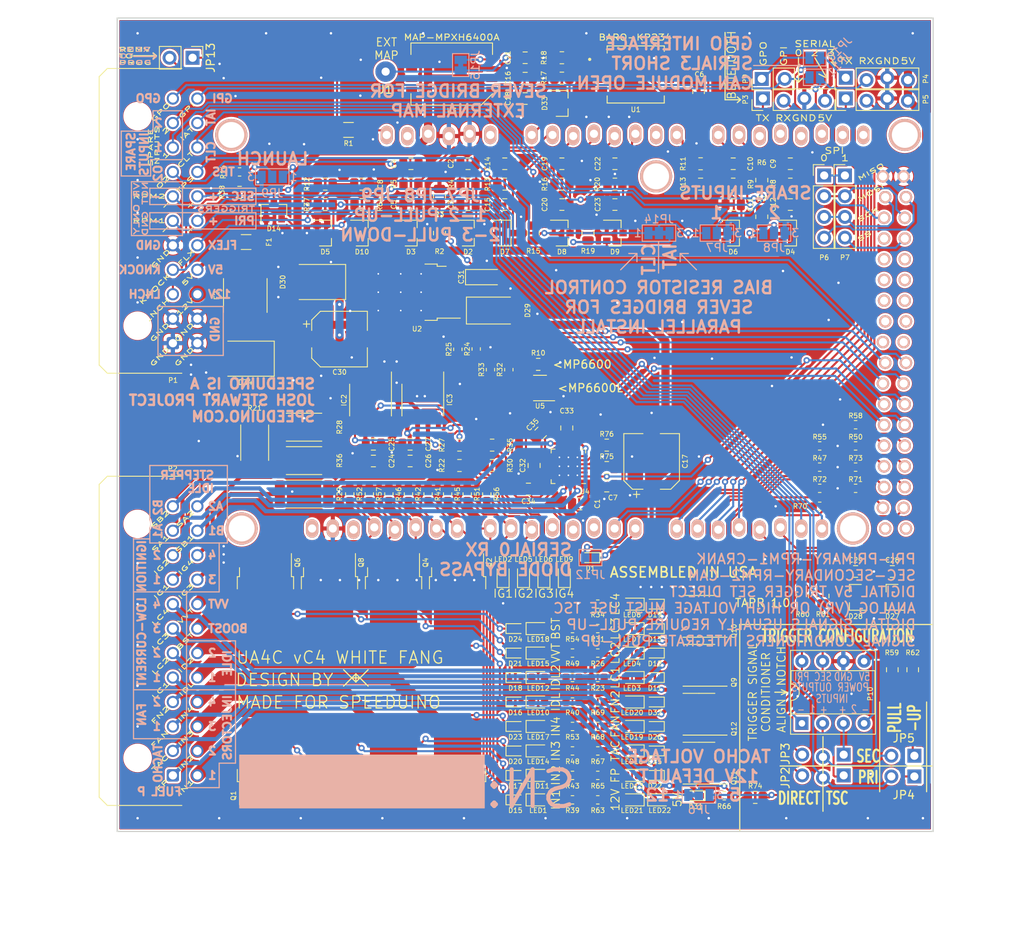
<source format=kicad_pcb>
(kicad_pcb (version 20211014) (generator pcbnew)
  (title_block (title "White Fang") (date "2022-07-13") (rev "C4"))
  (layers (0 "F.Cu" signal) (31 "B.Cu" signal) (34 "B.Paste" user) (35 "F.Paste" user) (36 "B.SilkS" user "B.Silkscreen") (37 "F.SilkS" user "F.Silkscreen") (38 "B.Mask" user) (39 "F.Mask" user) (44 "Edge.Cuts" user))
  (net 0 "")
  (net 1 "+5V")
  (net 2 "+12V")
  (net 3 "Net-(LED2-Pad2)")
  (net 4 "Net-(LED4-Pad2)")
  (net 5 "/TPS")
  (net 6 "/CLT")
  (net 7 "/IAT")
  (net 8 "/FUELP")
  (net 9 "/TACHO")
  (net 10 "/LAUNCH")
  (net 11 "/RESET")
  (net 12 "/D19")
  (net 13 "/D18")
  (net 14 "Net-(C21-Pad2)")
  (net 15 "/FAN")
  (net 16 "/FAN2")
  (net 17 "Net-(LED5-Pad2)")
  (net 18 "Net-(LED6-Pad2)")
  (net 19 "Net-(LED7-Pad2)")
  (net 20 "/TX3")
  (net 21 "/RX3")
  (net 22 "/TX0")
  (net 23 "/RX0")
  (net 24 "/MISO")
  (net 25 "/MOSI")
  (net 26 "/SCK")
  (net 27 "/IGN1")
  (net 28 "/IGN2")
  (net 29 "/IGN3")
  (net 30 "/IGN4")
  (net 31 "/A3")
  (net 32 "/A0")
  (net 33 "/A4")
  (net 34 "/A5")
  (net 35 "Net-(IC2-Pad5)")
  (net 36 "Net-(IC2-Pad7)")
  (net 37 "Net-(IC3-Pad5)")
  (net 38 "Net-(IC3-Pad7)")
  (net 39 "Net-(LED1-Pad2)")
  (net 40 "Net-(LED3-Pad2)")
  (net 41 "Net-(LED8-Pad2)")
  (net 42 "Net-(LED9-Pad2)")
  (net 43 "/A7")
  (net 44 "/D9")
  (net 45 "/D10")
  (net 46 "/D7")
  (net 47 "/D8")
  (net 48 "/D5")
  (net 49 "/D6")
  (net 50 "/SS0")
  (net 51 "/SS1")
  (net 52 "/TX2")
  (net 53 "/RX2")
  (net 54 "Net-(LED10-Pad2)")
  (net 55 "Net-(LED11-Pad2)")
  (net 56 "Earth")
  (net 57 "Net-(C2-Pad1)")
  (net 58 "/A2")
  (net 59 "/02")
  (net 60 "/A1")
  (net 61 "/INP2")
  (net 62 "/A8")
  (net 63 "/A9")
  (net 64 "/D20")
  (net 65 "/INJ1")
  (net 66 "Net-(D15-Pad2)")
  (net 67 "/IDLE1")
  (net 68 "Net-(D16-Pad2)")
  (net 69 "/INJ2")
  (net 70 "Net-(D17-Pad2)")
  (net 71 "/IDLE2")
  (net 72 "Net-(D18-Pad2)")
  (net 73 "/LC1")
  (net 74 "/INJ3")
  (net 75 "Net-(D20-Pad2)")
  (net 76 "/BOOST")
  (net 77 "Net-(D21-Pad2)")
  (net 78 "/LC2")
  (net 79 "/INJ4")
  (net 80 "Net-(D23-Pad2)")
  (net 81 "/VVT")
  (net 82 "Net-(D24-Pad2)")
  (net 83 "/LC3")
  (net 84 "/LC4")
  (net 85 "Net-(D29-Pad1)")
  (net 86 "/D33")
  (net 87 "/GPO")
  (net 88 "/GPI")
  (net 89 "/D25")
  (net 90 "Net-(JP6-Pad2)")
  (net 91 "/D24")
  (net 94 "Net-(LED12-Pad2)")
  (net 95 "Net-(LED13-Pad2)")
  (net 96 "Net-(LED14-Pad2)")
  (net 97 "Net-(LED15-Pad2)")
  (net 98 "Net-(LED16-Pad2)")
  (net 99 "Net-(LED17-Pad2)")
  (net 100 "Net-(LED18-Pad2)")
  (net 101 "Net-(LED19-Pad2)")
  (net 102 "Net-(LED20-Pad2)")
  (net 103 "Net-(LED21-Pad2)")
  (net 104 "/FLEX")
  (net 105 "/VR1-")
  (net 106 "/VR2-")
  (net 107 "/STP-B1")
  (net 108 "/STP-A1")
  (net 109 "/STP-B2")
  (net 110 "/STP-A2")
  (net 111 "/D11")
  (net 112 "/D12")
  (net 113 "/D22")
  (net 114 "/D23")
  (net 115 "/D26")
  (net 116 "/D27")
  (net 117 "/D28")
  (net 118 "/D29")
  (net 119 "/INP1")
  (net 120 "/ENBL")
  (net 121 "/STEP")
  (net 122 "/DIR")
  (net 123 "/D35")
  (net 124 "/D36")
  (net 125 "/D34")
  (net 126 "/D37")
  (net 127 "Net-(JP2-Pad1)")
  (net 128 "Net-(JP2-Pad3)")
  (net 129 "Net-(JP3-Pad1)")
  (net 130 "Net-(JP3-Pad3)")
  (net 131 "Net-(JP4-Pad1)")
  (net 132 "Net-(JP5-Pad1)")
  (net 133 "Net-(JP7-Pad2)")
  (net 134 "Net-(JP8-Pad2)")
  (net 135 "Net-(JP9-Pad2)")
  (net 136 "Net-(JP13-Pad2)")
  (net 137 "/D21")
  (net 138 "/KNOCK")
  (net 139 "Net-(D11-Pad2)")
  (net 140 "Net-(D12-Pad2)")
  (net 141 "Net-(D13-Pad2)")
  (net 142 "Net-(D19-Pad2)")
  (net 143 "Net-(D22-Pad2)")
  (net 144 "Net-(D25-Pad2)")
  (net 145 "Net-(D26-Pad2)")
  (net 146 "Net-(D25-Pad1)")
  (net 147 "Net-(D32-Pad2)")
  (net 148 "Net-(D1-Pad1)")
  (net 149 "Net-(JP14-Pad1)")
  (net 150 "Net-(LED22-Pad2)")
  (net 151 "Net-(JP14-Pad3)")
  (net 152 "Net-(F1-Pad1)")
  (net 153 "Net-(C32-Pad2)")
  (net 154 "Net-(C32-Pad1)")
  (net 155 "Net-(C34-Pad1)")
  (net 156 "Net-(C35-Pad2)")
  (net 157 "Net-(R75-Pad2)")
  (net 158 "Net-(R76-Pad2)")
  (net 159 "Net-(JP15-Pad2)")
  (net 162 "/RPM1{slash}VR+")
  (net 163 "/RPM2{slash}VR+")
  (net 168 "/A6")
  (net 197 "Net-(R11-Pad2)")
  (net 201 "+BATT")
  (net 205 "Net-(U4-Pad18)")
  (footprint "Package_TO_SOT_SMD:SOT-23" (layer "F.Cu") (at 172.5 89.5)
    (fp_text reference "D4")
    (fp_text value "BAT54S")
  )
  (footprint "Package_TO_SOT_SMD:SOT-23" (layer "F.Cu") (at 165.5 89.5)
    (fp_text reference "D6")
    (fp_text value "BAT54S")
  )
  (footprint "Package_TO_SOT_SMD:SOT-23" (layer "F.Cu") (at 137.5 89.5)
    (fp_text reference "D7")
    (fp_text value "BAT54S")
  )
  (footprint "Package_TO_SOT_SMD:SOT-23" (layer "F.Cu") (at 144.5 89.5)
    (fp_text reference "D8")
    (fp_text value "BAT54S")
  )
  (footprint "Package_TO_SOT_SMD:SOT-23" (layer "F.Cu") (at 151 89.5)
    (fp_text reference "D9")
    (fp_text value "BAT54S")
  )
  (footprint "Package_SO:SOIC-8_3.9x4.9mm_P1.27mm" (layer "F.Cu") (at 121.05 109.975 -90)
    (fp_text reference "IC2")
    (fp_text value "IXDN602SIA")
  )
  (footprint "Package_SO:SOIC-8_3.9x4.9mm_P1.27mm" (layer "F.Cu") (at 127.455 109.975 -90)
    (fp_text reference "IC3")
    (fp_text value "IXDN602SIA")
  )
  (footprint "LED_SMD:LED_0603_1608Metric" (layer "F.Cu") (at 137.3 131.475 90)
    (fp_text reference "LED2")
    (fp_text value "RED")
  )
  (footprint "LED_SMD:LED_0603_1608Metric" (layer "F.Cu") (at 139.8 131.475 90)
    (fp_text reference "LED5")
    (fp_text value "RED")
  )
  (footprint "LED_SMD:LED_0603_1608Metric" (layer "F.Cu") (at 142.3 131.475 90)
    (fp_text reference "LED6")
    (fp_text value "RED")
  )
  (footprint "LED_SMD:LED_0603_1608Metric" (layer "F.Cu") (at 144.8 131.475 90)
    (fp_text reference "LED9")
    (fp_text value "RED")
  )
  (footprint "LED_SMD:LED_0603_1608Metric" (layer "F.Cu") (at 141.6 159)
    (fp_text reference "LED1")
    (fp_text value "RED")
  )
  (footprint "LED_SMD:LED_0603_1608Metric" (layer "F.Cu") (at 153.1 141 180)
    (fp_text reference "LED4")
    (fp_text value "RED")
  )
  (footprint "Sensors:NXP_Pressure_Sensor_SSOP" (layer "F.Cu") (at 131 70 180)
    (fp_text reference "U3")
    (fp_text value "MAP")
  )
  (footprint "Pin_Headers:Pin_Header_Straight_1x04_Pitch2.54mm" (layer "F.Cu") (at 179.295 70.59 90)
    (fp_text reference "P4")
    (fp_text value "SER3")
  )
  (footprint "Pin_Headers:Pin_Header_Straight_1x04_Pitch2.54mm" (layer "F.Cu") (at 169.135 73.13 90)
    (fp_text reference "P3")
    (fp_text value "SER0")
  )
  (footprint "Pin_Headers:Pin_Header_Straight_1x04_Pitch2.54mm" (layer "F.Cu") (at 176.65 82.435)
    (fp_text reference "P6")
    (fp_text value "SPI0")
  )
  (footprint "Pin_Headers:Pin_Header_Straight_1x04_Pitch2.54mm" (layer "F.Cu") (at 179.19 82.435)
    (fp_text reference "P7")
    (fp_text value "SPI1")
  )
  (footprint "Package_TO_SOT_SMD:SOT-23" (layer "F.Cu") (at 126 89.5)
    (fp_text reference "D3")
    (fp_text value "BAT54S")
  )
  (footprint "Package_TO_SOT_SMD:SOT-23" (layer "F.Cu") (at 115.5 89.5)
    (fp_text reference "D5")
    (fp_text value "BAT54S")
  )
  (footprint "Pin_Headers:Pin_Header_Straight_1x04_Pitch2.54mm" (layer "F.Cu") (at 179.295 73.13 90)
    (fp_text reference "P5")
    (fp_text value "SER2")
  )
  (footprint "LED_SMD:LED_0603_1608Metric" (layer "F.Cu") (at 141.6 147)
    (fp_text reference "LED10")
    (fp_text value "RED")
  )
  (footprint "LED_SMD:LED_0603_1608Metric" (layer "F.Cu") (at 141.6 156)
    (fp_text reference "LED11")
    (fp_text value "RED")
  )
  (footprint "Package_TO_SOT_SMD:SOT-23" (layer "F.Cu") (at 133 89.5)
    (fp_text reference "D2")
    (fp_text value "BAT54S")
  )
  (footprint "Package_TO_SOT_SMD:SOT-23" (layer "F.Cu") (at 109.2 86.75 90)
    (fp_text reference "D14")
    (fp_text value "BAT54S")
  )
  (footprint "Package_TO_SOT_SMD:SOT-23" (layer "F.Cu") (at 185 134.16 180)
    (fp_text reference "D27")
    (fp_text value "BAT54S")
  )
  (footprint "Package_TO_SOT_SMD:SOT-23" (layer "F.Cu") (at 180.5 134.17 180)
    (fp_text reference "D28")
    (fp_text value "BAT54S")
  )
  (footprint "LED_SMD:LED_0603_1608Metric" (layer "F.Cu") (at 141.6 144)
    (fp_text reference "LED12")
    (fp_text value "RED")
  )
  (footprint "LED_SMD:LED_0603_1608Metric" (layer "F.Cu") (at 153.1 156 180)
    (fp_text reference "LED13")
    (fp_text value "RED")
  )
  (footprint "LED_SMD:LED_0603_1608Metric" (layer "F.Cu") (at 141.6 153)
    (fp_text reference "LED14")
    (fp_text value "RED")
  )
  (footprint "LED_SMD:LED_0603_1608Metric" (layer "F.Cu") (at 141.6 141)
    (fp_text reference "LED15")
    (fp_text value "RED")
  )
  (footprint "LED_SMD:LED_0603_1608Metric" (layer "F.Cu") (at 153.1 153 180)
    (fp_text reference "LED16")
    (fp_text value "RED")
  )
  (footprint "LED_SMD:LED_0603_1608Metric" (layer "F.Cu") (at 141.6 150)
    (fp_text reference "LED17")
    (fp_text value "RED")
  )
  (footprint "LED_SMD:LED_0603_1608Metric" (layer "F.Cu") (at 141.6 138)
    (fp_text reference "LED18")
    (fp_text value "RED")
  )
  (footprint "LED_SMD:LED_0603_1608Metric" (layer "F.Cu") (at 153.1 150 180)
    (fp_text reference "LED19")
    (fp_text value "RED")
  )
  (footprint "LED_SMD:LED_0603_1608Metric" (layer "F.Cu") (at 153.1 159 180)
    (fp_text reference "LED21")
    (fp_text value "RED")
  )
  (footprint "Connector_Molex:Molex_Micro-Fit_3.0_43045-2200_2x11_P3.00mm_Horizontal" (layer "F.Cu") (at 96.825 103 90)
    (fp_text reference "P1")
    (fp_text value "INPUTS")
  )
  (footprint "Connector_PinHeader_2.54mm:PinHeader_1x02_P2.54mm_Vertical" (layer "F.Cu") (at 169.135 70.59 90)
    (fp_text reference "P9")
    (fp_text value "CAN")
  )
  (footprint "Housings_DIP:DIP-8_W7.62mm_Socket" (layer "F.Cu") (at 173.92 149.62 90)
    (fp_text reference "P10")
    (fp_text value "Dual VR C")
  )
  (footprint "Resistor_SMD:R_2512_6332Metric" (layer "F.Cu") (at 106.85 115.2 90)
    (fp_text reference "R21")
    (fp_text value "15r")
  )
  (footprint "Resistor_SMD:R_2512_6332Metric" (layer "F.Cu") (at 112.9 113.3)
    (fp_text reference "R28")
    (fp_text value "15r")
  )
  (footprint "Resistor_SMD:R_2512_6332Metric" (layer "F.Cu") (at 112.9 117.4)
    (fp_text reference "R36")
    (fp_text value "15r")
  )
  (footprint "footprnt:VIA_0.6mm" (layer "F.Cu") (at 126.75 109.5)
    (fp_text reference "REF**" hide)
    (fp_text value "VIA_0.6mm" hide)
  )
  (footprint "footprnt:VIA_0.6mm" (layer "F.Cu") (at 116.2 93.05)
    (fp_text reference "REF**" hide)
    (fp_text value "VIA_0.6mm" hide)
  )
  (footprint "footprnt:VIA_0.6mm" (layer "F.Cu") (at 172.65 104.75)
    (fp_text reference "REF**" hide)
    (fp_text value "VIA_0.6mm" hide)
  )
  (footprint "footprnt:VIA_0.6mm" (layer "F.Cu") (at 135.75 103.5)
    (fp_text reference "REF**" hide)
    (fp_text value "VIA_0.6mm" hide)
  )
  (footprint "footprnt:VIA_0.6mm" (layer "F.Cu") (at 113.25 89.5)
    (fp_text reference "REF**" hide)
    (fp_text value "VIA_0.6mm" hide)
  )
  (footprint "footprnt:VIA_0.6mm" (layer "F.Cu") (at 110.25 89.5)
    (fp_text reference "REF**" hide)
    (fp_text value "VIA_0.6mm" hide)
  )
  (footprint "footprnt:VIA_0.6mm" (layer "F.Cu") (at 109.75 97.35)
    (fp_text reference "REF**" hide)
    (fp_text value "VIA_0.6mm" hide)
  )
  (footprint "footprnt:VIA_0.6mm" (layer "F.Cu") (at 121.45 81.7)
    (fp_text reference "REF**" hide)
    (fp_text value "VIA_0.6mm" hide)
  )
  (footprint "footprnt:VIA_0.6mm" (layer "F.Cu") (at 117.25 81.75)
    (fp_text reference "REF**" hide)
    (fp_text value "VIA_0.6mm" hide)
  )
  (footprint "footprnt:VIA_0.6mm" (layer "F.Cu") (at 108.65 78.55)
    (fp_text reference "REF**" hide)
    (fp_text value "VIA_0.6mm" hide)
  )
  (footprint "footprnt:VIA_0.6mm" (layer "F.Cu") (at 130.25 82)
    (fp_text reference "REF**" hide)
    (fp_text value "VIA_0.6mm" hide)
  )
  (footprint "footprnt:VIA_0.6mm" (layer "F.Cu") (at 128 88.4)
    (fp_text reference "REF**" hide)
    (fp_text value "VIA_0.6mm" hide)
  )
  (footprint "footprnt:VIA_0.6mm" (layer "F.Cu") (at 147.5 75.25)
    (fp_text reference "REF**" hide)
    (fp_text value "VIA_0.6mm" hide)
  )
  (footprint "footprnt:VIA_0.6mm" (layer "F.Cu") (at 150.25 75.25)
    (fp_text reference "REF**" hide)
    (fp_text value "VIA_0.6mm" hide)
  )
  (footprint "footprnt:VIA_0.6mm" (layer "F.Cu") (at 152.75 75.25)
    (fp_text reference "REF**" hide)
    (fp_text value "VIA_0.6mm" hide)
  )
  (footprint "footprnt:VIA_0.6mm" (layer "F.Cu") (at 161 78.5)
    (fp_text reference "REF**" hide)
    (fp_text value "VIA_0.6mm" hide)
  )
  (footprint "footprnt:VIA_0.6mm" (layer "F.Cu") (at 157.5 79.5)
    (fp_text reference "REF**" hide)
    (fp_text value "VIA_0.6mm" hide)
  )
  (footprint "footprnt:VIA_0.6mm" (layer "F.Cu") (at 159.25 88)
    (fp_text reference "REF**" hide)
    (fp_text value "VIA_0.6mm" hide)
  )
  (footprint "footprnt:VIA_0.6mm" (layer "F.Cu") (at 153.5 88)
    (fp_text reference "REF**" hide)
    (fp_text value "VIA_0.6mm" hide)
  )
  (footprint "footprnt:VIA_0.6mm" (layer "F.Cu") (at 148.75 87.25)
    (fp_text reference "REF**" hide)
    (fp_text value "VIA_0.6mm" hide)
  )
  (footprint "footprnt:VIA_0.6mm" (layer "F.Cu") (at 146.95 80.65)
    (fp_text reference "REF**" hide)
    (fp_text value "VIA_0.6mm" hide)
  )
  (footprint "footprnt:VIA_0.6mm" (layer "F.Cu") (at 148 83)
    (fp_text reference "REF**" hide)
    (fp_text value "VIA_0.6mm" hide)
  )
  (footprint "footprnt:VIA_0.6mm" (layer "F.Cu") (at 151 82.25)
    (fp_text reference "REF**" hide)
    (fp_text value "VIA_0.6mm" hide)
  )
  (footprint "footprnt:VIA_0.6mm" (layer "F.Cu") (at 172.65 87.45)
    (fp_text reference "REF**" hide)
    (fp_text value "VIA_0.6mm" hide)
  )
  (footprint "footprnt:VIA_0.6mm" (layer "F.Cu") (at 159.25 100.4)
    (fp_text reference "REF**" hide)
    (fp_text value "VIA_0.6mm" hide)
  )
  (footprint "footprnt:VIA_0.6mm" (layer "F.Cu") (at 182.75 131)
    (fp_text reference "REF**" hide)
    (fp_text value "VIA_0.6mm" hide)
  )
  (footprint "footprnt:VIA_0.6mm" (layer "F.Cu") (at 182.75 136.75)
    (fp_text reference "REF**" hide)
    (fp_text value "VIA_0.6mm" hide)
  )
  (footprint "footprnt:VIA_0.6mm" (layer "F.Cu") (at 103.05 129.9 90)
    (fp_text reference "REF**" hide)
    (fp_text value "VIA_0.6mm" hide)
  )
  (footprint "footprnt:VIA_0.6mm" (layer "F.Cu") (at 103.05 128.9 90)
    (fp_text reference "REF**" hide)
    (fp_text value "VIA_0.6mm" hide)
  )
  (footprint "footprnt:VIA_0.6mm" (layer "F.Cu") (at 103.05 127.9 90)
    (fp_text reference "REF**" hide)
    (fp_text value "VIA_0.6mm" hide)
  )
  (footprint "footprnt:VIA_0.6mm" (layer "F.Cu") (at 126.7 132.05)
    (fp_text reference "REF**" hide)
    (fp_text value "VIA_0.6mm" hide)
  )
  (footprint "footprnt:VIA_0.6mm" (layer "F.Cu") (at 159.35 132.9)
    (fp_text reference "REF**" hide)
    (fp_text value "VIA_0.6mm" hide)
  )
  (footprint "footprnt:VIA_0.6mm" (layer "F.Cu") (at 154.15 132.9)
    (fp_text reference "REF**" hide)
    (fp_text value "VIA_0.6mm" hide)
  )
  (footprint "footprnt:VIA_0.6mm" (layer "F.Cu") (at 119.65 132.05)
    (fp_text reference "REF**" hide)
    (fp_text value "VIA_0.6mm" hide)
  )
  (footprint "footprnt:VIA_0.6mm" (layer "F.Cu") (at 131.4 132.05)
    (fp_text reference "REF**" hide)
    (fp_text value "VIA_0.6mm" hide)
  )
  (footprint "footprnt:VIA_0.6mm" (layer "F.Cu") (at 117.3 132.05)
    (fp_text reference "REF**" hide)
    (fp_text value "VIA_0.6mm" hide)
  )
  (footprint "footprnt:VIA_0.6mm" (layer "F.Cu") (at 158.05 132.9)
    (fp_text reference "REF**" hide)
    (fp_text value "VIA_0.6mm" hide)
  )
  (footprint "footprnt:VIA_0.6mm" (layer "F.Cu") (at 155.8 68.05)
    (fp_text reference "REF**" hide)
    (fp_text value "VIA_0.6mm" hide)
  )
  (footprint "footprnt:VIA_0.6mm" (layer "F.Cu") (at 164.95 68)
    (fp_text reference "REF**" hide)
    (fp_text value "VIA_0.6mm" hide)
  )
  (footprint "footprnt:VIA_0.6mm" (layer "F.Cu") (at 142.25 68)
    (fp_text reference "REF**" hide)
    (fp_text value "VIA_0.6mm" hide)
  )
  (footprint "footprnt:VIA_0.6mm" (layer "F.Cu") (at 137.75 69.25)
    (fp_text reference "REF**" hide)
    (fp_text value "VIA_0.6mm" hide)
  )
  (footprint "footprnt:VIA_0.6mm" (layer "F.Cu") (at 142.25 70.5)
    (fp_text reference "REF**" hide)
    (fp_text value "VIA_0.6mm" hide)
  )
  (footprint "footprnt:VIA_0.6mm" (layer "F.Cu") (at 135 88.4)
    (fp_text reference "REF**" hide)
    (fp_text value "VIA_0.6mm" hide)
  )
  (footprint "footprnt:VIA_0.6mm" (layer "F.Cu") (at 155.85 104.8)
    (fp_text reference "REF**" hide)
    (fp_text value "VIA_0.6mm" hide)
  )
  (footprint "footprnt:VIA_0.6mm" (layer "F.Cu") (at 103.05 70.5)
    (fp_text reference "REF**" hide)
    (fp_text value "VIA_0.6mm" hide)
  )
  (footprint "footprnt:VIA_0.6mm" (layer "F.Cu") (at 101.5 84)
    (fp_text reference "REF**" hide)
    (fp_text value "VIA_0.6mm" hide)
  )
  (footprint "footprnt:VIA_0.6mm" (layer "F.Cu") (at 107.25 83.25)
    (fp_text reference "REF**" hide)
    (fp_text value "VIA_0.6mm" hide)
  )
  (footprint "footprnt:VIA_0.6mm" (layer "F.Cu") (at 122 132.05)
    (fp_text reference "REF**" hide)
    (fp_text value "VIA_0.6mm" hide)
  )
  (footprint "footprnt:VIA_0.6mm" (layer "F.Cu") (at 124.35 132.05)
    (fp_text reference "REF**" hide)
    (fp_text value "VIA_0.6mm" hide)
  )
  (footprint "footprnt:VIA_0.6mm" (layer "F.Cu") (at 133.75 132.05)
    (fp_text reference "REF**" hide)
    (fp_text value "VIA_0.6mm" hide)
  )
  (footprint "footprnt:VIA_0.6mm" (layer "F.Cu") (at 129.05 132.05)
    (fp_text reference "REF**" hide)
    (fp_text value "VIA_0.6mm" hide)
  )
  (footprint "footprnt:VIA_0.6mm" (layer "F.Cu") (at 114.95 132.05)
    (fp_text reference "REF**" hide)
    (fp_text value "VIA_0.6mm" hide)
  )
  (footprint "footprnt:VIA_0.6mm" (layer "F.Cu") (at 156.75 132.9)
    (fp_text reference "REF**" hide)
    (fp_text value "VIA_0.6mm" hide)
  )
  (footprint "footprnt:VIA_0.6mm" (layer "F.Cu") (at 155.45 132.9)
    (fp_text reference "REF**" hide)
    (fp_text value "VIA_0.6mm" hide)
  )
  (footprint "footprnt:VIA_0.6mm" (layer "F.Cu") (at 173.75 129.5)
    (fp_text reference "REF**" hide)
    (fp_text value "VIA_0.6mm" hide)
  )
  (footprint "footprnt:WTM" (layer "F.Cu") (at 117.75 143.05)
    (fp_text reference "REF**" hide)
    (fp_text value "WTM")
  )
  (footprint "footprnt:VIA_0.6mm" (layer "F.Cu") (at 187.5 65)
    (fp_text reference "REF**" hide)
    (fp_text value "VIA_0.6mm" hide)
  )
  (footprint "footprnt:VIA_0.6mm" (layer "F.Cu") (at 167.5 65)
    (fp_text reference "REF**" hide)
    (fp_text value "VIA_0.6mm" hide)
  )
  (footprint "footprnt:VIA_0.6mm" (layer "F.Cu") (at 147.5 65)
    (fp_text reference "REF**" hide)
    (fp_text value "VIA_0.6mm" hide)
  )
  (footprint "footprnt:VIA_0.6mm" (layer "F.Cu") (at 127.5 65)
    (fp_text reference "REF**" hide)
    (fp_text value "VIA_0.6mm" hide)
  )
  (footprint "footprnt:VIA_0.6mm" (layer "F.Cu") (at 92.5 65)
    (fp_text reference "REF**" hide)
    (fp_text value "VIA_0.6mm" hide)
  )
  (footprint "footprnt:VIA_0.6mm" (layer "F.Cu") (at 92.5 161.25)
    (fp_text reference "REF**" hide)
    (fp_text value "VIA_0.6mm" hide)
  )
  (footprint "footprnt:VIA_0.6mm" (layer "F.Cu") (at 102.5 161.25)
    (fp_text reference "REF**" hide)
    (fp_text value "VIA_0.6mm" hide)
  )
  (footprint "footprnt:VIA_0.6mm" (layer "F.Cu") (at 112.5 161.25)
    (fp_text reference "REF**" hide)
    (fp_text value "VIA_0.6mm" hide)
  )
  (footprint "footprnt:VIA_0.6mm" (layer "F.Cu") (at 122.5 161.25)
    (fp_text reference "REF**" hide)
    (fp_text value "VIA_0.6mm" hide)
  )
  (footprint "footprnt:VIA_0.6mm" (layer "F.Cu") (at 132.5 161.25)
    (fp_text reference "REF**" hide)
    (fp_text value "VIA_0.6mm" hide)
  )
  (footprint "footprnt:VIA_0.6mm" (layer "F.Cu") (at 142.5 161.25)
    (fp_text reference "REF**" hide)
    (fp_text value "VIA_0.6mm" hide)
  )
  (footprint "footprnt:VIA_0.6mm" (layer "F.Cu") (at 152.5 161.25)
    (fp_text reference "REF**" hide)
    (fp_text value "VIA_0.6mm" hide)
  )
  (footprint "footprnt:VIA_0.6mm" (layer "F.Cu") (at 162.5 161.25)
    (fp_text reference "REF**" hide)
    (fp_text value "VIA_0.6mm" hide)
  )
  (footprint "footprnt:VIA_0.6mm" (layer "F.Cu") (at 172 161.25)
    (fp_text reference "REF**" hide)
    (fp_text value "VIA_0.6mm" hide)
  )
  (footprint "footprnt:VIA_0.6mm" (layer "F.Cu") (at 182 161.25)
    (fp_text reference "REF**" hide)
    (fp_text value "VIA_0.6mm" hide)
  )
  (footprint "footprnt:VIA_0.6mm" (layer "F.Cu") (at 188.75 161.25)
    (fp_text reference "REF**" hide)
    (fp_text value "VIA_0.6mm" hide)
  )
  (footprint "footprnt:VIA_0.6mm" (layer "F.Cu") (at 176.5 113)
    (fp_text reference "REF**" hide)
    (fp_text value "VIA_0.6mm" hide)
  )
  (footprint "footprnt:VIA_0.6mm" (layer "F.Cu") (at 178.6 109.9)
    (fp_text reference "REF**" hide)
    (fp_text value "VIA_0.6mm" hide)
  )
  (footprint "footprnt:VIA_0.6mm" (layer "F.Cu") (at 178.3 115.6)
    (fp_text reference "REF**" hide)
    (fp_text value "VIA_0.6mm" hide)
  )
  (footprint "footprnt:VIA_0.6mm" (layer "F.Cu") (at 178.3 120.8)
    (fp_text reference "REF**" hide)
    (fp_text value "VIA_0.6mm" hide)
  )
  (footprint "footprnt:VIA_0.6mm" (layer "F.Cu") (at 178.3 118.2)
    (fp_text reference "REF**" hide)
    (fp_text value "VIA_0.6mm" hide)
  )
  (footprint "footprnt:VIA_0.6mm" (layer "F.Cu") (at 149.7 122.1)
    (fp_text reference "REF**" hide)
    (fp_text value "VIA_0.6mm" hide)
  )
  (footprint "footprnt:VIA_0.6mm" (layer "F.Cu") (at 162.9 104.9)
    (fp_text reference "REF**" hide)
    (fp_text value "VIA_0.6mm" hide)
  )
  (footprint "footprnt:VIA_0.6mm" (layer "F.Cu") (at 170.25 108.25)
    (fp_text reference "REF**" hide)
    (fp_text value "VIA_0.6mm" hide)
  )
  (footprint "footprnt:VIA_0.6mm" (layer "F.Cu") (at 153.1 116.9)
    (fp_text reference "REF**" hide)
    (fp_text value "VIA_0.6mm" hide)
  )
  (footprint "footprnt:VIA_0.6mm" (layer "F.Cu") (at 177.2 100.15)
    (fp_text reference "REF**" hide)
    (fp_text value "VIA_0.6mm" hide)
  )
  (footprint "footprnt:VIA_0.6mm" (layer "F.Cu") (at 171.6 94.15)
    (fp_text reference "REF**" hide)
    (fp_text value "VIA_0.6mm" hide)
  )
  (footprint "footprnt:VIA_0.6mm" (layer "F.Cu") (at 144.3 105.35)
    (fp_text reference "REF**" hide)
    (fp_text value "VIA_0.6mm" hide)
  )
  (footprint "footprnt:VIA_0.6mm" (layer "F.Cu") (at 178.4 95.6)
    (fp_text reference "REF**" hide)
    (fp_text value "VIA_0.6mm" hide)
  )
  (footprint "footprnt:VIA_0.6mm" (layer "F.Cu") (at 135.3 92.9)
    (fp_text reference "REF**" hide)
    (fp_text value "VIA_0.6mm" hide)
  )
  (footprint "footprnt:VIA_0.6mm" (layer "F.Cu") (at 118.75 104.75)
    (fp_text reference "REF**" hide)
    (fp_text value "VIA_0.6mm" hide)
  )
  (footprint "footprnt:VIA_0.6mm" (layer "F.Cu") (at 109.75 93.65)
    (fp_text reference "REF**" hide)
    (fp_text value "VIA_0.6mm" hide)
  )
  (footprint "footprnt:VIA_0.6mm" (layer "F.Cu") (at 123.65 116.4)
    (fp_text reference "REF**" hide)
    (fp_text value "VIA_0.6mm" hide)
  )
  (footprint "footprnt:VIA_0.6mm" (layer "F.Cu") (at 111.6 107.55)
    (fp_text reference "REF**" hide)
    (fp_text value "VIA_0.6mm" hide)
  )
  (footprint "footprnt:VIA_0.6mm" (layer "F.Cu") (at 116.15 109.75)
    (fp_text reference "REF**" hide)
    (fp_text value "VIA_0.6mm" hide)
  )
  (footprint "footprnt:VIA_0.6mm" (layer "F.Cu") (at 138.2 96.3)
    (fp_text reference "REF**" hide)
    (fp_text value "VIA_0.6mm" hide)
  )
  (footprint "footprnt:JPR_3POS_SMLHL" (layer "F.Cu") (at 179.04 156.139534 -90)
    (fp_text reference "JP2")
    (fp_text value "HALL_VR")
  )
  (footprint "footprnt:JPR_2POS_SMLHL" (layer "F.Cu") (at 187.561482 156.129988 -90)
    (fp_text reference "JP4")
    (fp_text value "PULLUP")
  )
  (footprint "footprnt:VIA_0.6mm" (layer "F.Cu") (at 180 146)
    (fp_text reference "REF**" hide)
    (fp_text value "VIA_0.6mm" hide)
  )
  (footprint "footprnt:VIA_0.6mm" (layer "F.Cu") (at 173.4 146.3)
    (fp_text reference "REF**" hide)
    (fp_text value "VIA_0.6mm" hide)
  )
  (footprint "footprnt:VIA_0.6mm" (layer "F.Cu") (at 169.4 129.5)
    (fp_text reference "REF**" hide)
    (fp_text value "VIA_0.6mm" hide)
  )
  (footprint "footprnt:VIA_0.6mm" (layer "F.Cu") (at 92.5 150)
    (fp_text reference "REF**" hide)
    (fp_text value "VIA_0.6mm" hide)
  )
  (footprint "footprnt:VIA_0.6mm" (layer "F.Cu") (at 92.5 145)
    (fp_text reference "REF**" hide)
    (fp_text value "VIA_0.6mm" hide)
  )
  (footprint "footprnt:VIA_0.6mm" (layer "F.Cu") (at 92.5 140)
    (fp_text reference "REF**" hide)
    (fp_text value "VIA_0.6mm" hide)
  )
  (footprint "footprnt:VIA_0.6mm" (layer "F.Cu") (at 92.5 135)
    (fp_text reference "REF**" hide)
    (fp_text value "VIA_0.6mm" hide)
  )
  (footprint "footprnt:VIA_0.6mm" (layer "F.Cu") (at 92.5 130)
    (fp_text reference "REF**" hide)
    (fp_text value "VIA_0.6mm" hide)
  )
  (footprint "footprnt:VIA_0.6mm" (layer "F.Cu") (at 92.5 98)
    (fp_text reference "REF**" hide)
    (fp_text value "VIA_0.6mm" hide)
  )
  (footprint "footprnt:VIA_0.6mm" (layer "F.Cu") (at 92.5 92.5)
    (fp_text reference "REF**" hide)
    (fp_text value "VIA_0.6mm" hide)
  )
  (footprint "footprnt:VIA_0.6mm" (layer "F.Cu") (at 92.5 87)
    (fp_text reference "REF**" hide)
    (fp_text value "VIA_0.6mm" hide)
  )
  (footprint "footprnt:VIA_0.6mm" (layer "F.Cu") (at 92.5 83)
    (fp_text reference "REF**" hide)
    (fp_text value "VIA_0.6mm" hide)
  )
  (footprint "footprnt:VIA_0.6mm" (layer "F.Cu") (at 127.7 109.5)
    (fp_text reference "REF**" hide)
    (fp_text value "VIA_0.6mm" hide)
  )
  (footprint "footprnt:VIA_0.6mm" (layer "F.Cu") (at 124.25 105.25)
    (fp_text reference "REF**" hide)
    (fp_text value "VIA_0.6mm" hide)
  )
  (footprint "footprnt:VIA_0.6mm" (layer "F.Cu") (at 122.75 105.25)
    (fp_text reference "REF**" hide)
    (fp_text value "VIA_0.6mm" hide)
  )
  (footprint "footprnt:VIA_0.6mm" (layer "F.Cu") (at 115 107)
    (fp_text reference "REF**" hide)
    (fp_text value "VIA_0.6mm" hide)
  )
  (footprint "footprnt:VIA_0.6mm" (layer "F.Cu") (at 124.25 107.85)
    (fp_text reference "REF**" hide)
    (fp_text value "VIA_0.6mm" hide)
  )
  (footprint "footprnt:VIA_0.6mm" (layer "F.Cu") (at 132 108)
    (fp_text reference "REF**" hide)
    (fp_text value "VIA_0.6mm" hide)
  )
  (footprint "footprnt:VIA_0.6mm" (layer "F.Cu") (at 178 129.45)
    (fp_text reference "REF**" hide)
    (fp_text value "VIA_0.6mm" hide)
  )
  (footprint "footprnt:VIA_0.6mm" (layer "F.Cu") (at 161.3 116.9)
    (fp_text reference "REF**" hide)
    (fp_text value "VIA_0.6mm" hide)
  )
  (footprint "footprnt:VIA_0.6mm" (layer "F.Cu") (at 100 115)
    (fp_text reference "REF**" hide)
    (fp_text value "VIA_0.6mm" hide)
  )
  (footprint "footprnt:JPR_2POS_SMLHL" (layer "F.Cu") (at 99.1 68 -90)
    (fp_text reference "JP13")
    (fp_text value "PULLUP")
  )
  (footprint "footprnt:VIA_0.6mm" (layer "F.Cu") (at 139.5 87.5)
    (fp_text reference "REF**" hide)
    (fp_text value "VIA_0.6mm" hide)
  )
  (footprint "Wire_Pads:SolderWirePad_single_1mmDrill" (layer "F.Cu") (at 122.9 69.7)
    (fp_text reference "J1")
    (fp_text value "External MAP Conn")
  )
  (footprint "Package_TO_SOT_SMD:SOT-23" (layer "F.Cu") (at 120 89.5)
    (fp_text reference "D10")
    (fp_text value "BAT54S")
  )
  (footprint "footprnt:VIA_0.6mm" (layer "F.Cu") (at 170.7 123)
    (fp_text reference "REF**" hide)
    (fp_text value "VIA_0.6mm" hide)
  )
  (footprint "footprnt:VIA_0.6mm" (layer "F.Cu") (at 104.5 72.7)
    (fp_text reference "REF**" hide)
    (fp_text value "VIA_0.6mm" hide)
  )
  (footprint "footprnt:VIA_0.6mm" (layer "F.Cu") (at 92.5 78)
    (fp_text reference "REF**" hide)
    (fp_text value "VIA_0.6mm" hide)
  )
  (footprint "Fiducials:Fiducial_1mm_Dia_2.54mm_Outer_CopperTop" (layer "F.Cu") (at 184.3 160.35)
    (fp_text reference "REF**" hide)
    (fp_text value "Fiducial_1mm_Dia_2.54mm_Outer_CopperTop")
  )
  (footprint "Fiducials:Fiducial_1mm_Dia_2.54mm_Outer_CopperTop" (layer "F.Cu") (at 92.5 112.5)
    (fp_text reference "REF**" hide)
    (fp_text value "Fiducial_1mm_Dia_2.54mm_Outer_CopperTop")
  )
  (footprint "Fiducials:Fiducial_1mm_Dia_2.54mm_Outer_CopperTop" (layer "F.Cu") (at 103.9 65.5)
    (fp_text reference "REF**" hide)
    (fp_text value "Fiducial_1mm_Dia_2.54mm_Outer_CopperTop")
  )
  (footprint "Package_SO:SOIC-8_3.9x4.9mm_P1.27mm" (layer "F.Cu") (at 161.3 148.5 180)
    (fp_text reference "Q12")
    (fp_text value "NCV8402AD")
  )
  (footprint "footprnt:VIA_0.6mm" (layer "F.Cu") (at 160.65 132.9)
    (fp_text reference "REF**" hide)
    (fp_text value "VIA_0.6mm" hide)
  )
  (footprint "Package_SO:SOIC-8_3.9x4.9mm_P1.27mm" (layer "F.Cu") (at 161.3 142.5 180)
    (fp_text reference "Q9")
    (fp_text value "NCV8402AD")
  )
  (footprint "Resistor_SMD:R_0603_1608Metric" (layer "F.Cu") (at 176.1 123)
    (fp_text reference "R70")
    (fp_text value "100k")
  )
  (footprint "Resistor_SMD:R_0603_1608Metric" (layer "F.Cu") (at 180.5 120.8)
    (fp_text reference "R71")
    (fp_text value "100k")
  )
  (footprint "Resistor_SMD:R_0603_1608Metric" (layer "F.Cu") (at 180.5 118.2)
    (fp_text reference "R73")
    (fp_text value "100k")
  )
  (footprint "Resistor_SMD:R_0603_1608Metric" (layer "F.Cu") (at 180.5 113)
    (fp_text reference "R58")
    (fp_text value "100k")
  )
  (footprint "Resistor_SMD:R_0603_1608Metric" (layer "F.Cu") (at 176.1 115.6 180)
    (fp_text reference "R55")
    (fp_text value "100k")
  )
  (footprint "Resistor_SMD:R_0603_1608Metric" (layer "F.Cu") (at 176.1 120.8 180)
    (fp_text reference "R72")
    (fp_text value "100k")
  )
  (footprint "Capacitor_SMD:C_0805_2012Metric" (layer "F.Cu") (at 133 81)
    (fp_text reference "C2")
    (fp_text value "u1")
  )
  (footprint "Capacitor_SMD:C_0805_2012Metric" (layer "F.Cu") (at 133 86 180)
    (fp_text reference "C3")
    (fp_text value "u22")
  )
  (footprint "Capacitor_SMD:C_0805_2012Metric" (layer "F.Cu") (at 126 81)
    (fp_text reference "C4")
    (fp_text value "u1")
  )
  (footprint "Capacitor_SMD:C_0805_2012Metric" (layer "F.Cu") (at 126 86 180)
    (fp_text reference "C5")
    (fp_text value "u22")
  )
  (footprint "Capacitor_SMD:C_0805_2012Metric" (layer "F.Cu") (at 161.25 72.1375 -90)
    (fp_text reference "C6")
    (fp_text value "u1")
  )
  (footprint "Capacitor_SMD:C_0805_2012Metric" (layer "F.Cu") (at 172.5 81)
    (fp_text reference "C9")
    (fp_text value "u1")
  )
  (footprint "Capacitor_SMD:C_0805_2012Metric" (layer "F.Cu") (at 165.5 81 180)
    (fp_text reference "C10")
    (fp_text value "u1")
  )
  (footprint "Capacitor_SMD:C_0805_2012Metric" (layer "F.Cu") (at 165.5 86 180)
    (fp_text reference "C11")
    (fp_text value "u22")
  )
  (footprint "Capacitor_SMD:C_0805_2012Metric" (layer "F.Cu") (at 172.5 86 180)
    (fp_text reference "C12")
    (fp_text value "u22")
  )
  (footprint "Capacitor_SMD:C_0805_2012Metric" (layer "F.Cu") (at 137.5 81)
    (fp_text reference "C14")
    (fp_text value "u1")
  )
  (footprint "Capacitor_SMD:C_0805_2012Metric" (layer "F.Cu") (at 137.5 86 180)
    (fp_text reference "C15")
    (fp_text value "u22")
  )
  (footprint "Capacitor_SMD:C_0805_2012Metric" (layer "F.Cu") (at 140 70.5)
    (fp_text reference "C16")
    (fp_text value "u1")
  )
  (footprint "Capacitor_SMD:C_0805_2012Metric" (layer "F.Cu") (at 140 73)
    (fp_text reference "C18")
    (fp_text value "1u")
  )
  (footprint "Capacitor_SMD:C_0805_2012Metric" (layer "F.Cu") (at 144.5 81)
    (fp_text reference "C19")
    (fp_text value "u1")
  )
  (footprint "Capacitor_SMD:C_0805_2012Metric" (layer "F.Cu") (at 144.5 86 180)
    (fp_text reference "C20")
    (fp_text value "u22")
  )
  (footprint "Capacitor_SMD:C_0805_2012Metric" (layer "F.Cu") (at 140 68 180)
    (fp_text reference "C21")
    (fp_text value "47p")
  )
  (footprint "Capacitor_SMD:C_0805_2012Metric" (layer "F.Cu") (at 151 81)
    (fp_text reference "C22")
    (fp_text value "u1")
  )
  (footprint "Capacitor_SMD:C_0805_2012Metric" (layer "F.Cu") (at 151 86 180)
    (fp_text reference "C23")
    (fp_text value "u22")
  )
  (footprint "Capacitor_SMD:C_0805_2012Metric" (layer "F.Cu") (at 121.4 115.4 180)
    (fp_text reference "C25")
    (fp_text value "u1")
  )
  (footprint "Capacitor_SMD:C_0805_2012Metric" (layer "F.Cu") (at 121.4 117.45 180)
    (fp_text reference "C24")
    (fp_text value "1u")
  )
  (footprint "Capacitor_SMD:C_0805_2012Metric" (layer "F.Cu") (at 125.9 115.4)
    (fp_text reference "C27")
    (fp_text value "u1")
  )
  (footprint "Capacitor_SMD:C_0805_2012Metric" (layer "F.Cu") (at 185 131 180)
    (fp_text reference "C28")
    (fp_text value "u01")
  )
  (footprint "Capacitor_SMD:C_0805_2012Metric" (layer "F.Cu") (at 180.5 131)
    (fp_text reference "C29")
    (fp_text value "u1")
  )
  (footprint "Resistor_SMD:R_0805_2012Metric" (layer "F.Cu") (at 129.5 89.5 90)
    (fp_text reference "R2")
    (fp_text value "3k9 0.1%")
  )
  (footprint "Resistor_SMD:R_0805_2012Metric" (layer "F.Cu") (at 129.5 85 90)
    (fp_text reference "R3")
    (fp_text value "1k 0.1%")
  )
  (footprint "Resistor_SMD:R_0805_2012Metric" (layer "F.Cu") (at 133 83.5)
    (fp_text reference "R4")
    (fp_text value "470r")
  )
  (footprint "Resistor_SMD:R_0805_2012Metric" (layer "F.Cu") (at 126 83.5)
    (fp_text reference "R5")
    (fp_text value "470r")
  )
  (footprint "Resistor_SMD:R_0805_2012Metric" (layer "F.Cu") (at 169 83 -90)
    (fp_text reference "R6")
    (fp_text value "2k49 0.1%")
  )
  (footprint "Resistor_SMD:R_0805_2012Metric" (layer "F.Cu") (at 169 87.5 -90)
    (fp_text reference "R7")
    (fp_text value "2k49 0.1%")
  )
  (footprint "Resistor_SMD:R_0805_2012Metric" (layer "F.Cu") (at 172.5 83.5)
    (fp_text reference "R8")
    (fp_text value "470r")
  )
  (footprint "Resistor_SMD:R_0805_2012Metric" (layer "F.Cu") (at 165.5 83.5 180)
    (fp_text reference "R9")
    (fp_text value "470r")
  )
  (footprint "Resistor_SMD:R_0805_2012Metric" (layer "F.Cu") (at 115.5 83.5)
    (fp_text reference "R12")
    (fp_text value "2k49 0.1%")
  )
  (footprint "Resistor_SMD:R_0805_2012Metric" (layer "F.Cu") (at 137.5 83.5)
    (fp_text reference "R13")
    (fp_text value "470r")
  )
  (footprint "Resistor_SMD:R_0805_2012Metric" (layer "F.Cu") (at 141 89.5 90)
    (fp_text reference "R15")
    (fp_text value "2k49 0.1%")
  )
  (footprint "Resistor_SMD:R_0805_2012Metric" (layer "F.Cu") (at 144.5 83.5)
    (fp_text reference "R16")
    (fp_text value "470r")
  )
  (footprint "Resistor_SMD:R_0805_2012Metric" (layer "F.Cu") (at 144.5 70.5 180)
    (fp_text reference "R17")
    (fp_text value "470r")
  )
  (footprint "Resistor_SMD:R_0805_2012Metric" (layer "F.Cu") (at 144.5 68 180)
    (fp_text reference "R18")
    (fp_text value "51k")
  )
  (footprint "Resistor_SMD:R_0805_2012Metric" (layer "F.Cu") (at 147.7 89.5 90)
    (fp_text reference "R19")
    (fp_text value "2k49 0.1%")
  )
  (footprint "Resistor_SMD:R_0805_2012Metric" (layer "F.Cu") (at 151 83.5)
    (fp_text reference "R20")
    (fp_text value "470r")
  )
  (footprint "Resistor_SMD:R_0805_2012Metric" (layer "F.Cu") (at 131.95 118)
    (fp_text reference "R22")
    (fp_text value "470r")
  )
  (footprint "Resistor_SMD:R_0603_1608Metric" (layer "F.Cu") (at 134 103.7125 -90)
    (fp_text reference "R24")
    (fp_text value "100k")
  )
  (footprint "Resistor_SMD:R_0603_1608Metric" (layer "F.Cu") (at 131.75 103.75 90)
    (fp_text reference "R25")
    (fp_text value "100k")
  )
  (footprint "Resistor_SMD:R_0805_2012Metric" (layer "F.Cu") (at 131.95 115.5)
    (fp_text reference "R27")
    (fp_text value "470r")
  )
  (footprint "Resistor_SMD:R_0603_1608Metric" (layer "F.Cu") (at 138 106.25 -90)
    (fp_text reference "R32")
    (fp_text value "100k")
  )
  (footprint "Resistor_SMD:R_0603_1608Metric" (layer "F.Cu") (at 135.75 106.25 90)
    (fp_text reference "R33")
    (fp_text value "100k")
  )
  (footprint "Resistor_SMD:R_0805_2012Metric" (layer "F.Cu") (at 135.95 115.5)
    (fp_text reference "R35")
    (fp_text value "470r")
  )
  (footprint "Resistor_SMD:R_0805_2012Metric" (layer "F.Cu") (at 115.5 86)
    (fp_text reference "R37")
    (fp_text value "470r")
  )
  (footprint "Resistor_SMD:R_0805_2012Metric" (layer "F.Cu") (at 105 84.5)
    (fp_text reference "R38")
    (fp_text value "470r")
  )
  (footprint "Resistor_SMD:R_0603_1608Metric" (layer "F.Cu") (at 128.1 121.5 -90)
    (fp_text reference "R41")
    (fp_text value "100k")
  )
  (footprint "Resistor_SMD:R_0603_1608Metric" (layer "F.Cu") (at 125.7 121.5 -90)
    (fp_text reference "R42")
    (fp_text value "100k")
  )
  (footprint "Resistor_SMD:R_0603_1608Metric" (layer "F.Cu") (at 130.5 121.5 -90)
    (fp_text reference "R45")
    (fp_text value "100k")
  )
  (footprint "Resistor_SMD:R_0603_1608Metric" (layer "F.Cu") (at 123.3 121.5 -90)
    (fp_text reference "R46")
    (fp_text value "100k")
  )
  (footprint "Resistor_SMD:R_0603_1608Metric" (layer "F.Cu") (at 176.1 118.2 180)
    (fp_text reference "R47")
    (fp_text value "100k")
  )
  (footprint "Resistor_SMD:R_0603_1608Metric" (layer "F.Cu") (at 132.9 121.5 -90)
    (fp_text reference "R51")
    (fp_text value "100k")
  )
  (footprint "Resistor_SMD:R_0603_1608Metric" (layer "F.Cu") (at 118.5 121.5 -90)
    (fp_text reference "R52")
    (fp_text value "100k")
  )
  (footprint "Resistor_SMD:R_0603_1608Metric" (layer "F.Cu") (at 135.3 121.5 -90)
    (fp_text reference "R56")
    (fp_text value "100k")
  )
  (footprint "Resistor_SMD:R_0603_1608Metric" (layer "F.Cu") (at 120.9 121.5 -90)
    (fp_text reference "R57")
    (fp_text value "100k")
  )
  (footprint "Resistor_SMD:R_0805_2012Metric" (layer "F.Cu") (at 176.5 134 90)
    (fp_text reference "R61")
    (fp_text value "220r")
  )
  (footprint "Resistor_SMD:R_0805_2012Metric" (layer "F.Cu") (at 120 86)
    (fp_text reference "R64")
    (fp_text value "470r")
  )
  (footprint "Package_SO:SOIC-8_3.9x4.9mm_P1.27mm" (layer "F.Cu") (at 161.3 154.5 180)
    (fp_text reference "Q11")
    (fp_text value "NCV8402AD")
  )
  (footprint "Resistor_SMD:R_0805_2012Metric" (layer "F.Cu") (at 161.5 81)
    (fp_text reference "R11")
    (fp_text value "51k")
  )
  (footprint "LED_SMD:LED_0603_1608Metric" (layer "F.Cu") (at 153.1 147 180)
    (fp_text reference "LED20")
    (fp_text value "RED")
  )
  (footprint "Package_SO:SOIC-8_3.9x4.9mm_P1.27mm" (layer "F.Cu") (at 161.3 136.5 180)
    (fp_text reference "Q10")
    (fp_text value "NCV8402AD")
  )
  (footprint "LED_SMD:LED_0603_1608Metric" (layer "F.Cu") (at 153.1 135 180)
    (fp_text reference "LED8")
    (fp_text value "RED")
  )
  (footprint "LED_SMD:LED_0603_1608Metric" (layer "F.Cu") (at 153.1 138 180)
    (fp_text reference "LED7")
    (fp_text value "RED")
  )
  (footprint "LED_SMD:LED_0603_1608Metric" (layer "F.Cu") (at 153.1 144 180)
    (fp_text reference "LED3")
    (fp_text value "RED")
  )
  (footprint "Resistor_SMD:R_0603_1608Metric" (layer "F.Cu") (at 105 82)
    (fp_text reference "R14")
    (fp_text value "2k7")
  )
  (footprint "Resistor_SMD:R_0603_1608Metric" (layer "F.Cu") (at 148.9 144 180)
    (fp_text reference "R23")
    (fp_text value "2k7")
  )
  (footprint "Resistor_SMD:R_0603_1608Metric" (layer "F.Cu") (at 148.9 141 180)
    (fp_text reference "R26")
    (fp_text value "2k7")
  )
  (footprint "Resistor_SMD:R_0603_1608Metric" (layer "F.Cu") (at 148.9 138 180)
    (fp_text reference "R31")
    (fp_text value "2k7")
  )
  (footprint "Resistor_SMD:R_0603_1608Metric" (layer "F.Cu") (at 148.9 135 180)
    (fp_text reference "R34")
    (fp_text value "2k7")
  )
  (footprint "Resistor_SMD:R_0603_1608Metric" (layer "F.Cu") (at 145.8 159)
    (fp_text reference "R39")
    (fp_text value "2k7")
  )
  (footprint "Resistor_SMD:R_0603_1608Metric" (layer "F.Cu") (at 145.8 147)
    (fp_text reference "R40")
    (fp_text value "2k7")
  )
  (footprint "Resistor_SMD:R_0603_1608Metric" (layer "F.Cu") (at 145.8 156)
    (fp_text reference "R43")
    (fp_text value "2k7")
  )
  (footprint "Resistor_SMD:R_0603_1608Metric" (layer "F.Cu") (at 145.8 144)
    (fp_text reference "R44")
    (fp_text value "2k7")
  )
  (footprint "Resistor_SMD:R_0603_1608Metric" (layer "F.Cu") (at 145.8 153)
    (fp_text reference "R48")
    (fp_text value "2k7")
  )
  (footprint "Resistor_SMD:R_0603_1608Metric" (layer "F.Cu") (at 145.8 141)
    (fp_text reference "R49")
    (fp_text value "2k7")
  )
  (footprint "Resistor_SMD:R_0603_1608Metric" (layer "F.Cu") (at 145.8 150)
    (fp_text reference "R53")
    (fp_text value "2k7")
  )
  (footprint "Resistor_SMD:R_0603_1608Metric" (layer "F.Cu") (at 145.8 138)
    (fp_text reference "R54")
    (fp_text value "2k7")
  )
  (footprint "Resistor_SMD:R_0603_1608Metric" (layer "F.Cu") (at 148.9 159 180)
    (fp_text reference "R63")
    (fp_text value "2k7")
  )
  (footprint "Resistor_SMD:R_0603_1608Metric" (layer "F.Cu") (at 148.9 156 180)
    (fp_text reference "R65")
    (fp_text value "2k7")
  )
  (footprint "Resistor_SMD:R_0603_1608Metric" (layer "F.Cu") (at 164.4 158.5)
    (fp_text reference "R66")
    (fp_text value "2k7")
  )
  (footprint "Resistor_SMD:R_0603_1608Metric" (layer "F.Cu") (at 148.9 153 180)
    (fp_text reference "R67")
    (fp_text value "2k7")
  )
  (footprint "Resistor_SMD:R_0603_1608Metric" (layer "F.Cu") (at 148.9 150 180)
    (fp_text reference "R68")
    (fp_text value "2k7")
  )
  (footprint "Resistor_SMD:R_0603_1608Metric" (layer "F.Cu") (at 148.9 147 180)
    (fp_text reference "R69")
    (fp_text value "2k7")
  )
  (footprint "Resistor_SMD:R_0805_2012Metric" (layer "F.Cu") (at 185 143.044918 -90)
    (fp_text reference "R59")
    (fp_text value "1K")
  )
  (footprint "Resistor_SMD:R_0805_2012Metric" (layer "F.Cu") (at 187.5 143.044918 -90)
    (fp_text reference "R62")
    (fp_text value "1K")
  )
  (footprint "Diode_SMD:D_SOD-523" (layer "F.Cu") (at 148 129.3 180)
    (fp_text reference "D1")
    (fp_text value "BAS70KFILM")
  )
  (footprint "LED_SMD:LED_0603_1608Metric" (layer "F.Cu") (at 156.5 159)
    (fp_text reference "LED22")
    (fp_text value "RED")
  )
  (footprint "Resistor_SMD:R_0805_2012Metric" (layer "F.Cu") (at 168.2 158.7 180)
    (fp_text reference "R74")
    (fp_text value "470r")
  )
  (footprint "Diode_SMD:D_SOD-523" (layer "F.Cu") (at 155.9 144 180)
    (fp_text reference "D11")
    (fp_text value "BAS70KFILM")
  )
  (footprint "Diode_SMD:D_SOD-523" (layer "F.Cu") (at 155.9 141 180)
    (fp_text reference "D12")
    (fp_text value "BAS70KFILM")
  )
  (footprint "Diode_SMD:D_SOD-523" (layer "F.Cu") (at 155.9 138 180)
    (fp_text reference "D13")
    (fp_text value "BAS70KFILM")
  )
  (footprint "Diode_SMD:D_SOD-523" (layer "F.Cu") (at 138.8 159)
    (fp_text reference "D15")
    (fp_text value "BAS70KFILM")
  )
  (footprint "Diode_SMD:D_SOD-523" (layer "F.Cu") (at 138.8 147)
    (fp_text reference "D16")
    (fp_text value "BAS70KFILM")
  )
  (footprint "Diode_SMD:D_SOD-523" (layer "F.Cu") (at 138.8 156)
    (fp_text reference "D17")
    (fp_text value "BAS70KFILM")
  )
  (footprint "Diode_SMD:D_SOD-523" (layer "F.Cu") (at 138.8 144)
    (fp_text reference "D18")
    (fp_text value "BAS70KFILM")
  )
  (footprint "Diode_SMD:D_SOD-523" (layer "F.Cu") (at 155.9 135 180)
    (fp_text reference "D19")
    (fp_text value "BAS70KFILM")
  )
  (footprint "Diode_SMD:D_SOD-523" (layer "F.Cu") (at 138.8 153)
    (fp_text reference "D20")
    (fp_text value "BAS70KFILM")
  )
  (footprint "Diode_SMD:D_SOD-523" (layer "F.Cu") (at 138.8 141)
    (fp_text reference "D21")
    (fp_text value "BAS70KFILM")
  )
  (footprint "Diode_SMD:D_SOD-523" (layer "F.Cu") (at 155.9 156 180)
    (fp_text reference "D22")
    (fp_text value "BAS70KFILM")
  )
  (footprint "Diode_SMD:D_SOD-523" (layer "F.Cu") (at 138.8 150)
    (fp_text reference "D23")
    (fp_text value "BAS70KFILM")
  )
  (footprint "Diode_SMD:D_SOD-523" (layer "F.Cu") (at 138.8 138)
    (fp_text reference "D24")
    (fp_text value "BAS70KFILM")
  )
  (footprint "Diode_SMD:D_SOD-523" (layer "F.Cu") (at 155.9 153 180)
    (fp_text reference "D25")
    (fp_text value "BAS70KFILM")
  )
  (footprint "Diode_SMD:D_SOD-523" (layer "F.Cu") (at 155.9 150 180)
    (fp_text reference "D26")
    (fp_text value "BAS70KFILM")
  )
  (footprint "Diode_SMD:D_SOD-523" (layer "F.Cu") (at 160.9 158.5 180)
    (fp_text reference "D31")
    (fp_text value "BAS70KFILM")
  )
  (footprint "Diode_SMD:D_SOD-523" (layer "F.Cu") (at 155.9 147 180)
    (fp_text reference "D32")
    (fp_text value "BAS70KFILM")
  )
  (footprint "Package_TO_SOT_SMD:TO-252-3_TabPin2" (layer "F.Cu") (at 131.72 134.1 -90)
    (fp_text reference "Q2")
    (fp_text value "NCV8406")
  )
  (footprint "Package_TO_SOT_SMD:TO-252-3_TabPin2" (layer "F.Cu") (at 123.87 134.1 -90)
    (fp_text reference "Q4")
    (fp_text value "NCV8406")
  )
  (footprint "Package_TO_SOT_SMD:TO-252-3_TabPin2" (layer "F.Cu") (at 108.17 134.1 -90)
    (fp_text reference "Q6")
    (fp_text value "NCV8406")
  )
  (footprint "Package_TO_SOT_SMD:TO-252-3_TabPin2" (layer "F.Cu") (at 116.02 134.1 -90)
    (fp_text reference "Q8")
    (fp_text value "NCV8406")
  )
  (footprint "Package_TO_SOT_SMD:TO-252-3_TabPin2" (layer "F.Cu") (at 108.17 154.3 90)
    (fp_text reference "Q1")
    (fp_text value "NCV8406")
  )
  (footprint "Package_TO_SOT_SMD:TO-252-3_TabPin2" (layer "F.Cu") (at 116.02 154.3 90)
    (fp_text reference "Q3")
    (fp_text value "NCV8406")
  )
  (footprint "Package_TO_SOT_SMD:TO-252-3_TabPin2" (layer "F.Cu") (at 123.87 154.3 90)
    (fp_text reference "Q5")
    (fp_text value "NCV8406")
  )
  (footprint "Package_TO_SOT_SMD:TO-252-3_TabPin2" (layer "F.Cu") (at 131.72 154.3 90)
    (fp_text reference "Q7")
    (fp_text value "NCV8406")
  )
  (footprint "Resistor_SMD:R_0603_1608Metric" (layer "F.Cu") (at 180.5 115.6)
    (fp_text reference "R50")
    (fp_text value "100k")
  )
  (footprint "footprnt:VIA_0.6mm" (layer "F.Cu") (at 137.3 134.9)
    (fp_text reference "REF**" hide)
    (fp_text value "VIA_0.6mm" hide)
  )
  (footprint "footprnt:VIA_0.6mm" (layer "F.Cu") (at 146.5 134.9)
    (fp_text reference "REF**" hide)
    (fp_text value "VIA_0.6mm" hide)
  )
  (footprint "footprnt:VIA_0.6mm" (layer "F.Cu") (at 187.5 139.4)
    (fp_text reference "REF**" hide)
    (fp_text value "VIA_0.6mm" hide)
  )
  (footprint "Resistor_SMD:R_1206_3216Metric" (layer "F.Cu") (at 118.35 76.85)
    (fp_text reference "R1")
    (fp_text value "56r")
  )
  (footprint "footprnt:VIA_0.6mm" (layer "F.Cu") (at 112.9 78.6)
    (fp_text reference "REF**" hide)
    (fp_text value "VIA_0.6mm" hide)
  )
  (footprint "Connector_Molex:Molex_Micro-Fit_3.0_43045-2400_2x12_P3.00mm_Horizontal" (layer "F.Cu") (at 96.825 156 90)
    (fp_text reference "P2")
    (fp_text value "OUTPUTS")
  )
  (footprint "footprnt:JPR_3POS_SMLHL" (layer "F.Cu") (at 179.04 153.599534 -90)
    (fp_text reference "JP3")
    (fp_text value "HALL_VR")
  )
  (footprint "footprnt:JPR_2POS_SMLHL" (layer "F.Cu") (at 187.561482 153.589988 -90)
    (fp_text reference "JP5")
    (fp_text value "PULLUP")
  )
  (footprint "footprnt:VIA_0.6mm" (layer "F.Cu") (at 107.45 86.05)
    (fp_text reference "REF**" hide)
    (fp_text value "VIA_0.6mm" hide)
  )
  (footprint "footprnt:VIA_0.6mm" (layer "F.Cu") (at 108.25 65)
    (fp_text reference "REF**" hide)
    (fp_text value "VIA_0.6mm" hide)
  )
  (footprint "footprnt:VIA_0.6mm" (layer "F.Cu") (at 139.5 75.35)
    (fp_text reference "REF**" hide)
    (fp_text value "VIA_0.6mm" hide)
  )
  (footprint "footprnt:VIA_0.6mm" (layer "F.Cu") (at 116.2 65)
    (fp_text reference "REF**" hide)
    (fp_text value "VIA_0.6mm" hide)
  )
  (footprint "footprnt:VIA_0.6mm" (layer "F.Cu") (at 119.8 72.65)
    (fp_text reference "REF**" hide)
    (fp_text value "VIA_0.6mm" hide)
  )
  (footprint "footprnt:VIA_0.6mm" (layer "F.Cu") (at 102.55 68.75)
    (fp_text reference "REF**" hide)
    (fp_text value "VIA_0.6mm" hide)
  )
  (footprint "footprnt:VIA_0.6mm" (layer "F.Cu") (at 115 70.45)
    (fp_text reference "REF**" hide)
    (fp_text value "VIA_0.6mm" hide)
  )
  (footprint "footprnt:VIA_0.6mm" (layer "F.Cu") (at 182.35 155.8)
    (fp_text reference "REF**" hide)
    (fp_text value "VIA_0.6mm" hide)
  )
  (footprint "Package_TO_SOT_SMD:SOT-23" (layer "F.Cu") (at 144.5 73.6)
    (fp_text reference "D33")
    (fp_text value "BAT54S")
  )
  (footprint "footprnt:VIA_0.6mm" (layer "F.Cu") (at 113.3 84)
    (fp_text reference "REF**" hide)
    (fp_text value "VIA_0.6mm" hide)
  )
  (footprint "footprnt:VIA_0.6mm" (layer "F.Cu") (at 129.5 68.5)
    (fp_text reference "REF**" hide)
    (fp_text value "VIA_0.6mm" hide)
  )
  (footprint "footprnt:VIA_0.6mm" (layer "F.Cu") (at 141.8 83.2)
    (fp_text reference "REF**" hide)
    (fp_text value "VIA_0.6mm" hide)
  )
  (footprint "Capacitor_SMD:C_0805_2012Metric" (layer "F.Cu") (at 146.7 122.7)
    (fp_text reference "C1")
    (fp_text value "u1")
  )
  (footprint "Capacitor_SMD:C_0805_2012Metric" (layer "F.Cu") (at 150 120.5 180)
    (fp_text reference "C7")
    (fp_text value "1u")
  )
  (footprint "Capacitor_SMD:CP_Elec_6.3x5.4" (layer "F.Cu") (at 155.5 117.5 90)
    (fp_text reference "C17")
    (fp_text value "47u 50v")
  )
  (footprint "Capacitor_SMD:C_0805_2012Metric" (layer "F.Cu") (at 141.1 118 -90)
    (fp_text reference "C32")
    (fp_text value "u1")
  )
  (footprint "Capacitor_SMD:C_0805_2012Metric" (layer "F.Cu") (at 145.1 113.4 90)
    (fp_text reference "C33")
    (fp_text value "u1")
  )
  (footprint "Capacitor_SMD:C_0805_2012Metric" (layer "F.Cu") (at 140.4 120.9 180)
    (fp_text reference "C34")
    (fp_text value "u22")
  )
  (footprint "Resistor_SMD:R_0805_2012Metric" (layer "F.Cu") (at 150 115.5 180)
    (fp_text reference "R76")
    (fp_text value "220k")
  )
  (footprint "footprnt:VIA_0.6mm" (layer "F.Cu") (at 117.2 121.2 90)
    (fp_text reference "REF**" hide)
    (fp_text value "VIA_0.6mm" hide)
  )
  (footprint "footprnt:VIA_0.6mm" (layer "F.Cu") (at 129.25 118.55)
    (fp_text reference "REF**" hide)
    (fp_text value "VIA_0.6mm" hide)
  )
  (footprint "footprnt:VIA_0.6mm" (layer "F.Cu") (at 134 112.3)
    (fp_text reference "REF**" hide)
    (fp_text value "VIA_0.6mm" hide)
  )
  (footprint "Resistor_SMD:R_0805_2012Metric" (layer "F.Cu") (at 135.95 118)
    (fp_text reference "R30")
    (fp_text value "470r")
  )
  (footprint "Capacitor_SMD:C_0805_2012Metric" (layer "F.Cu") (at 141.9 114 -135)
    (fp_text reference "C35")
    (fp_text value "1u")
  )
  (footprint "Resistor_SMD:R_0805_2012Metric" (layer "F.Cu") (at 150 118.25 180)
    (fp_text reference "R75")
    (fp_text value "51k")
  )
  (footprint "footprnt:VIA_0.6mm" (layer "F.Cu") (at 143.1 111.45)
    (fp_text reference "REF**" hide)
    (fp_text value "VIA_0.6mm" hide)
  )
  (footprint "footprnt:VIA_0.6mm" (layer "F.Cu") (at 139.2 119)
    (fp_text reference "REF**" hide)
    (fp_text value "VIA_0.6mm" hide)
  )
  (footprint "footprnt:VIA_0.6mm" (layer "F.Cu") (at 111.45 121.2 90)
    (fp_text reference "REF**" hide)
    (fp_text value "VIA_0.6mm" hide)
  )
  (footprint "footprnt:VIA_0.6mm" (layer "F.Cu") (at 149.5 116.9)
    (fp_text reference "REF**" hide)
    (fp_text value "VIA_0.6mm" hide)
  )
  (footprint "Resistor_SMD:R_2512_6332Metric" (layer "F.Cu") (at 112.9 121.5)
    (fp_text reference "R29")
    (fp_text value "15r")
  )
  (footprint "Capacitor_SMD:C_0805_2012Metric" (layer "F.Cu") (at 125.9 117.45)
    (fp_text reference "C26")
    (fp_text value "1u")
  )
  (footprint "Resistor_SMD:R_0805_2012Metric" (layer "F.Cu") (at 174 134 90)
    (fp_text reference "R60")
    (fp_text value "220r")
  )
  (footprint "footprnt:VIA_0.6mm" (layer "F.Cu") (at 152.85 121.65)
    (fp_text reference "REF**" hide)
    (fp_text value "VIA_0.6mm" hide)
  )
  (footprint "footprnt:VIA_0.6mm" (layer "F.Cu") (at 147.1 124.75)
    (fp_text reference "REF**" hide)
    (fp_text value "VIA_0.6mm" hide)
  )
  (footprint "footprnt:VIA_0.6mm" (layer "F.Cu") (at 118.85 116.5 90)
    (fp_text reference "REF**" hide)
    (fp_text value "VIA_0.6mm" hide)
  )
  (footprint "footprnt:VIA_0.6mm" (layer "F.Cu") (at 112.9 112.2 90)
    (fp_text reference "REF**" hide)
    (fp_text value "VIA_0.6mm" hide)
  )
  (footprint "footprnt:VIA_0.6mm" (layer "F.Cu") (at 104.75 116.85 90)
    (fp_text reference "REF**" hide)
    (fp_text value "VIA_0.6mm" hide)
  )
  (footprint "Capacitor_SMD:C_0805_2012Metric" (layer "F.Cu") (at 161.5 83.5 180)
    (fp_text reference "C13")
    (fp_text value "u1")
  )
  (footprint "Special_Footprints:XDCR_KP234XTMA1" (layer "F.Cu") (at 153.55 70.05)
    (fp_text reference "U1")
    (fp_text value "KP234XTMA1")
  )
  (footprint "Capacitor_SMD:C_0805_2012Metric" (layer "F.Cu") (at 120 83.5)
    (fp_text reference "C8")
    (fp_text value "u22")
  )
  (footprint "Fuse:Fuse_2920_7451Metric_Castellated" (layer "F.Cu") (at 105.7 97.15 90)
    (fp_text reference "F2")
    (fp_text value "1A 60V")
  )
  (footprint "footprnt:VIA_0.6mm" (layer "F.Cu") (at 99.05 106.85)
    (fp_text reference "REF**" hide)
    (fp_text value "VIA_0.6mm" hide)
  )
  (footprint "footprnt:VIA_0.6mm" (layer "F.Cu") (at 100.9 106.6)
    (fp_text reference "REF**" hide)
    (fp_text value "VIA_0.6mm" hide)
  )
  (footprint "footprnt:VIA_0.6mm" (layer "F.Cu") (at 99.05 105.65)
    (fp_text reference "REF**" hide)
    (fp_text value "VIA_0.6mm" hide)
  )
  (footprint "footprnt:VIA_0.6mm" (layer "F.Cu") (at 101.3 109.15)
    (fp_text reference "REF**" hide)
    (fp_text value "VIA_0.6mm" hide)
  )
  (footprint "Fuse:Fuse_1206_3216Metric" (layer "F.Cu") (at 105.8 90.6)
    (fp_text reference "F1")
    (fp_text value "500mA/1A 24V")
  )
  (footprint "Diode_SMD:D_SMA" (layer "F.Cu") (at 136.2 99)
    (fp_text reference "D29")
    (fp_text value "60V 1A")
  )
  (footprint "Diode_SMD:D_SMB" (layer "F.Cu") (at 114.45 95.5 180)
    (fp_text reference "D30")
    (fp_text value "1SMB5919BT3G")
  )
  (footprint "Package_TO_SOT_SMD:TO-252-3_TabPin2" (layer "F.Cu") (at 126.75 96.75 180)
    (fp_text reference "U2")
    (fp_text value "2940-5.0")
  )
  (footprint "Capacitor_Tantalum_SMD:CP_EIA-3216-18_Kemet-A" (layer "F.Cu") (at 135 94.9)
    (fp_text reference "C31")
    (fp_text value "47u")
  )
  (footprint "footprnt:VIA_0.6mm" (layer "F.Cu") (at 122 94.5)
    (fp_text reference "REF**" hide)
    (fp_text value "VIA_0.6mm" hide)
  )
  (footprint "footprnt:VIA_0.6mm" (layer "F.Cu") (at 124.75 94.5)
    (fp_text reference "REF**" hide)
    (fp_text value "VIA_0.6mm" hide)
  )
  (footprint "footprnt:VIA_0.6mm" (layer "F.Cu") (at 127.25 94.5)
    (fp_text reference "REF**" hide)
    (fp_text value "VIA_0.6mm" hide)
  )
  (footprint "footprnt:VIA_0.6mm" (layer "F.Cu") (at 122 96.75)
    (fp_text reference "REF**" hide)
    (fp_text value "VIA_0.6mm" hide)
  )
  (footprint "footprnt:VIA_0.6mm" (layer "F.Cu") (at 124.75 96.75)
    (fp_text reference "REF**" hide)
    (fp_text value "VIA_0.6mm" hide)
  )
  (footprint "footprnt:VIA_0.6mm" (layer "F.Cu") (at 127.25 96.75)
    (fp_text reference "REF**" hide)
    (fp_text value "VIA_0.6mm" hide)
  )
  (footprint "footprnt:VIA_0.6mm" (layer "F.Cu") (at 122 99)
    (fp_text reference "REF**" hide)
    (fp_text value "VIA_0.6mm" hide)
  )
  (footprint "footprnt:VIA_0.6mm" (layer "F.Cu") (at 124.75 99)
    (fp_text reference "REF**" hide)
    (fp_text value "VIA_0.6mm" hide)
  )
  (footprint "footprnt:VIA_0.6mm" (layer "F.Cu") (at 127.25 99)
    (fp_text reference "REF**" hide)
    (fp_text value "VIA_0.6mm" hide)
  )
  (footprint "footprnt:VIA_0.6mm" (layer "F.Cu") (at 175.2 79.6)
    (fp_text reference "REF**" hide)
    (fp_text value "VIA_0.6mm" hide)
  )
  (footprint "footprnt:VIA_0.6mm" (layer "F.Cu") (at 143.8 94.05)
    (fp_text reference "REF**" hide)
    (fp_text value "VIA_0.6mm" hide)
  )
  (footprint "footprnt:VIA_0.6mm" (layer "F.Cu") (at 151.3 98.05)
    (fp_text reference "REF**" hide)
    (fp_text value "VIA_0.6mm" hide)
  )
  (footprint "footprnt:VIA_0.6mm" (layer "F.Cu") (at 118.55 99.05)
    (fp_text reference "REF**" hide)
    (fp_text value "VIA_0.6mm" hide)
  )
  (footprint "footprnt:VIA_0.6mm" (layer "F.Cu") (at 113.3 86.05)
    (fp_text reference "REF**" hide)
    (fp_text value "VIA_0.6mm" hide)
  )
  (footprint "footprnt:VIA_0.6mm" (layer "F.Cu") (at 130 102.2)
    (fp_text reference "REF**" hide)
    (fp_text value "VIA_0.6mm" hide)
  )
  (footprint "footprnt:VIA_0.6mm" (layer "F.Cu") (at 138.15 111.6)
    (fp_text reference "REF**" hide)
    (fp_text value "VIA_0.6mm" hide)
  )
  (footprint "footprnt:VIA_0.6mm" (layer "F.Cu") (at 149.25 111.75)
    (fp_text reference "REF**" hide)
    (fp_text value "VIA_0.6mm" hide)
  )
  (footprint "footprnt:VIA_0.6mm" (layer "F.Cu") (at 155.5 111.55)
    (fp_text reference "REF**" hide)
    (fp_text value "VIA_0.6mm" hide)
  )
  (footprint "Package_DFN_QFN:QFN-24-1EP_4x4mm_P0.5mm_EP2.7x2.7mm_ThermalVias" (layer "F.Cu") (at 145.3 118.1 180)
    (fp_text reference "U4")
    (fp_text value "MP6600")
  )
  (footprint "Diode_SMD:D_SMB" (layer "F.Cu") (at 105.7 104.9 180)
    (fp_text reference "D34")
    (fp_text value "40V UNI 600W")
  )
  (footprint "Capacitor_SMD:CP_Elec_6.3x5.4" (layer "F.Cu") (at 117.25 102.5)
    (fp_text reference "C30")
    (fp_text value "47u 50v")
  )
  (footprint "footprnt:VIA_0.6mm" (layer "F.Cu") (at 119.85 68.25)
    (fp_text reference "REF**" hide)
    (fp_text value "VIA_0.6mm" hide)
  )
  (footprint "footprnt:VIA_0.6mm" (layer "F.Cu") (at 124.35 75.95)
    (fp_text reference "REF**" hide)
    (fp_text value "VIA_0.6mm" hide)
  )
  (footprint "footprnt:VIA_0.6mm" (layer "F.Cu") (at 121.35 78)
    (fp_text reference "REF**" hide)
    (fp_text value "VIA_0.6mm" hide)
  )
  (footprint "footprnt:VIA_0.6mm" (layer "F.Cu") (at 144.7 109.5)
    (fp_text reference "REF**" hide)
    (fp_text value "VIA_0.6mm" hide)
  )
  (footprint "footprnt:VIA_0.6mm" (layer "F.Cu") (at 141.5 99.4)
    (fp_text reference "REF**" hide)
    (fp_text value "VIA_0.6mm" hide)
  )
  (footprint "Resistor_SMD:R_0805_2012Metric" (layer "F.Cu") (at 141.6 105.6 180)
    (fp_text reference "R10")
    (fp_text value "0r")
  )
  (footprint "Package_TO_SOT_SMD:SOT-23-5" (layer "F.Cu") (at 141.82 108.5 180)
    (fp_text reference "U5")
    (fp_text value "SN74LVC1G14DBV")
  )
  (footprint "footprnt:ARDUINO_MEGA_SHIELD" (layer "B.Cu") (at 90.01 74.925)
    (fp_text reference "SHIELD1" hide)
    (fp_text value "ARDUINO_MEGA_SHIELD" hide)
  )
  (footprint "Jumper:SolderJumper-2_P1.3mm_Open_Pad1.0x1.5mm" (layer "B.Cu") (at 175.5 68)
    (fp_text reference "JP10")
    (fp_text value "SolderJumper_2_Open")
  )
  (footprint "Jumper:SolderJumper-2_P1.3mm_Open_Pad1.0x1.5mm" (layer "B.Cu") (at 175.5 70.4)
    (fp_text reference "JP11")
    (fp_text value "SolderJumper_2_Open")
  )
  (footprint "Jumper:SolderJumper-3_P1.3mm_Open_Pad1.0x1.5mm_NumberLabels" (layer "B.Cu") (at 163.5 89.5)
    (fp_text reference "JP7")
    (fp_text value "PULLUPDWN")
  )
  (footprint "Jumper:SolderJumper-3_P1.3mm_Open_Pad1.0x1.5mm_NumberLabels" (layer "B.Cu") (at 170.5 89.5)
    (fp_text reference "JP8")
    (fp_text value "PULLUPDWN")
  )
  (footprint "Jumper:SolderJumper-3_P1.3mm_Open_Pad1.0x1.5mm_NumberLabels" (layer "B.Cu") (at 109 82.6 180)
    (fp_text reference "JP9")
    (fp_text value "PULLUPDWN")
  )
  (footprint "Jumper:SolderJumper-2_P1.3mm_Open_Pad1.0x1.5mm" (layer "B.Cu") (at 148 129.3)
    (fp_text reference "JP12")
    (fp_text value "SolderJumper_2_Open")
  )
  (footprint "Jumper:SolderJumper-3_P1.3mm_Bridged12_Pad1.0x1.5mm_NumberLabels" (layer "B.Cu") (at 161.3 158.4)
    (fp_text reference "JP6")
    (fp_text value "TACHSEL")
  )
  (footprint "Connector_Automotive:SolderJumper-3_P1.3mm_Bridged123_Pad1.0x1.5mm_NumberLabels" (layer "B.Cu") (at 156.4 89.5)
    (fp_text reference "JP14")
    (fp_text value "SO/PARA")
  )
  (footprint "Jumper:SolderJumper-2_P1.3mm_Bridged_Pad1.0x1.5mm" (layer "B.Cu") (at 132.1 68.9 90)
    (fp_text reference "JP15")
    (fp_text value "Onboard MAP Enable")
  )
  (gr_line (start 98 89.8) (end 98 83.2) (layer "B.SilkS") (width 0.15))
  (gr_line (start 156.35 94.4) (end 156.35 90.55) (layer "B.SilkS") (width 0.15))
  (gr_line (start 94.8 67.85) (end 94.4 67.5) (layer "B.SilkS") (width 0.15))
  (gr_line (start 94.8 67.85) (end 94.4 68.2) (layer "B.SilkS") (width 0.15))
  (gr_line (start 92 67.85) (end 94.8 67.85) (layer "B.SilkS") (width 0.15))
  (gr_line (start 161 94) (end 159 92) (layer "B.SilkS") (width 0.15))
  (gr_line (start 159 92) (end 160 92) (layer "B.SilkS") (width 0.15))
  (gr_line (start 159 92) (end 159 93) (layer "B.SilkS") (width 0.15))
  (gr_line (start 94 87) (end 94 89) (layer "B.SilkS") (width 0.15))
  (gr_line (start 90.5 82.5) (end 90.5 77) (layer "B.SilkS") (width 0.15))
  (gr_line (start 103.5 118) (end 103.5 127.5) (layer "B.SilkS") (width 0.15))
  (gr_line (start 92 127) (end 94 127) (layer "B.SilkS") (width 0.15))
  (gr_line (start 94.4 77) (end 94.4 74.5) (layer "B.SilkS") (width 0.15))
  (gr_line (start 98 83.2) (end 91.75 83.2) (layer "B.SilkS") (width 0.15))
  (gr_line (start 151.7 94) (end 153.7 92) (layer "B.SilkS") (width 0.15))
  (gr_line (start 92 133.5) (end 102.5 133.5) (layer "B.SilkS") (width 0.15))
  (gr_line (start 94 89) (end 107 89) (layer "B.SilkS") (width 0.15))
  (gr_line (start 94.1 82.5) (end 90.5 82.5) (layer "B.SilkS") (width 0.15))
  (gr_line (start 107 87) (end 94 87) (layer "B.SilkS") (width 0.15))
  (gr_line (start 94 127.5) (end 94 118) (layer "B.SilkS") (width 0.15))
  (gr_line (start 98.5 157.5) (end 98.5 145.5) (layer "B.SilkS") (width 0.15))
  (gr_line (start 102.5 128) (end 102.5 127.5) (layer "B.SilkS") (width 0.15))
  (gr_line (start 103 98.5) (end 103 104.5) (layer "B.SilkS") (width 0.15))
  (gr_line (start 98.5 139.5) (end 104.5 139.5) (layer "B.SilkS") (width 0.15))
  (gr_line (start 94 118) (end 103.5 118) (layer "B.SilkS") (width 0.15))
  (gr_line (start 98.5 139.5) (end 98.5 133.5) (layer "B.SilkS") (width 0.15))
  (gr_poly (pts (xy 135 160) (xy 105 160) (xy 105 153.5) (xy 135 153.5)) (layer "B.SilkS") (width 0.1) (fill solid))
  (gr_line (start 98.5 145.5) (end 104.5 145.5) (layer "B.SilkS") (width 0.15))
  (gr_line (start 173.75 68.95) (end 173.5 69.2) (layer "B.SilkS") (width 0.15))
  (gr_line (start 98 74.5) (end 98 80.5) (layer "B.SilkS") (width 0.15))
  (gr_line (start 94.1 80.5) (end 94.1 82.5) (layer "B.SilkS") (width 0.15))
  (gr_line (start 92 151.5) (end 98.5 151.5) (layer "B.SilkS") (width 0.15))
  (gr_line (start 95 104.5) (end 95 98.5) (layer "B.SilkS") (width 0.15))
  (gr_line (start 94 86) (end 107 86) (layer "B.SilkS") (width 0.15))
  (gr_line (start 92 145.5) (end 92 133.5) (layer "B.SilkS") (width 0.15))
  (gr_line (start 98.5 145.5) (end 92 145.5) (layer "B.SilkS") (width 0.15))
  (gr_line (start 107 86) (end 107 84) (layer "B.SilkS") (width 0.15))
  (gr_line (start 153.7 92) (end 152.7 92) (layer "B.SilkS") (width 0.15))
  (gr_line (start 102.5 154.5) (end 102.5 157.5) (layer "B.SilkS") (width 0.15))
  (gr_line (start 107 84) (end 94 84) (layer "B.SilkS") (width 0.15))
  (gr_line (start 104.5 154.5) (end 102.5 154.5) (layer "B.SilkS") (width 0.15))
  (gr_line (start 94 84) (end 94 86) (layer "B.SilkS") (width 0.15))
  (gr_line (start 94.4 74.5) (end 98 74.5) (layer "B.SilkS") (width 0.15))
  (gr_line (start 173.75 68.95) (end 168 68.95) (layer "B.SilkS") (width 0.15))
  (gr_line (start 102.5 133.5) (end 102.5 128) (layer "B.SilkS") (width 0.15))
  (gr_line (start 173.75 68.95) (end 173.5 68.7) (layer "B.SilkS") (width 0.15))
  (gr_line (start 92 127) (end 92 133.5) (layer "B.SilkS") (width 0.15))
  (gr_line (start 98.5 145.5) (end 98.5 139.5) (layer "B.SilkS") (width 0.15))
  (gr_line (start 103.5 127.5) (end 94 127.5) (layer "B.SilkS") (width 0.15))
  (gr_line (start 103 104.5) (end 95 104.5) (layer "B.SilkS") (width 0.15))
  (gr_line (start 98 80.5) (end 94.1 80.5) (layer "B.SilkS") (width 0.15))
  (gr_line (start 153.7 92) (end 153.7 93) (layer "B.SilkS") (width 0.15))
  (gr_line (start 104.5 145.5) (end 104.5 154.5) (layer "B.SilkS") (width 0.15))
  (gr_line (start 92 145.5) (end 92 151.5) (layer "B.SilkS") (width 0.15))
  (gr_line (start 102.5 157.5) (end 98.5 157.5) (layer "B.SilkS") (width 0.15))
  (gr_line (start 91.75 83.2) (end 91.75 89.8) (layer "B.SilkS") (width 0.15))
  (gr_line (start 107 89) (end 107 87) (layer "B.SilkS") (width 0.15))
  (gr_line (start 91.75 89.8) (end 98 89.8) (layer "B.SilkS") (width 0.15))
  (gr_line (start 104.5 139.5) (end 104.5 145.5) (layer "B.SilkS") (width 0.15))
  (gr_line (start 95 98.5) (end 103 98.5) (layer "B.SilkS") (width 0.15))
  (gr_line (start 90.5 77) (end 94.4 77) (layer "B.SilkS") (width 0.15))
  (gr_line (start 92 67.75) (end 94.8 67.75) (layer "F.SilkS") (width 0.15))
  (gr_line (start 94.8 67.75) (end 94.4 67.4) (layer "F.SilkS") (width 0.15))
  (gr_line (start 94.8 67.75) (end 94.4 68.1) (layer "F.SilkS") (width 0.15))
  (gr_line (start 189.2 158) (end 189.2 147) (layer "F.SilkS") (width 0.15))
  (gr_line (start 183.45 158) (end 183.45 147) (layer "F.SilkS") (width 0.15))
  (gr_line (start 166.4 73.15) (end 166 73.5) (layer "F.SilkS") (width 0.15))
  (gr_line (start 166.4 73.15) (end 166 72.8) (layer "F.SilkS") (width 0.15))
  (gr_line (start 164.5 73.15) (end 166.4 73.15) (layer "F.SilkS") (width 0.15))
  (gr_line (start 177.5 68) (end 178 69) (layer "F.SilkS") (width 0.15))
  (gr_line (start 175.5 68) (end 177 70.5) (layer "F.SilkS") (width 0.15))
  (gr_line (start 171.25 154.85) (end 189.85 154.85) (layer "F.SilkS") (width 0.15))
  (gr_line (start 173.5 71) (end 173 70.5) (layer "F.SilkS") (width 0.15))
  (gr_line (start 177 70.5) (end 177 70) (layer "F.SilkS") (width 0.15))
  (gr_line (start 166.3 137.5) (end 166.3 162.85) (layer "F.SilkS") (width 0.15))
  (gr_line (start 172.1 145.8) (end 171.4 145.5) (layer "F.SilkS") (width 0.15))
  (gr_line (start 172.1 145.8) (end 171.4 146.1) (layer "F.SilkS") (width 0.15))
  (gr_line (start 174 70.5) (end 173.5 71) (layer "F.SilkS") (width 0.15))
  (gr_line (start 173.5 68) (end 173.5 71) (layer "F.SilkS") (width 0.15))
  (gr_line (start 177 70.5) (end 176 70) (layer "F.SilkS") (width 0.15))
  (gr_line (start 176.5 151.25) (end 176.5 160.4) (layer "F.SilkS") (width 0.15))
  (gr_line (start 178 69) (end 177.5 68.5) (layer "F.SilkS") (width 0.15))
  (gr_line (start 170.6 145.8) (end 172.1 145.8) (layer "F.SilkS") (width 0.15))
  (gr_line (start 190 137.5) (end 166.3 137.5) (layer "F.SilkS") (width 0.15))
  (gr_line (start 173.5 71) (end 174 70.5) (layer "F.SilkS") (width 0.15))
  (gr_line (start 164.5 73.15) (end 164.5 64.9) (layer "F.SilkS") (width 0.15))
  (gr_line (start 178 69) (end 178 68.5) (layer "F.SilkS") (width 0.15))
  (gr_line (start 190 63.125) (end 90 63.125) (layer "Edge.Cuts") (width 0.15))
  (gr_line (start 90 63.125) (end 90 162.875) (layer "Edge.Cuts") (width 0.15))
  (gr_line (start 190 162.875) (end 190 63.125) (layer "Edge.Cuts") (width 0.15))
  (gr_line (start 90 162.875) (end 190 162.875) (layer "Edge.Cuts") (width 0.15))
  (gr_text "GPIO INTERFACE\nSERIAL3 SHORT\nCAN MODULE OPEN" (at 168.1 68.7) (layer "B.SilkS") (effects (font (size 1.5 1.5) (thickness 0.3)) (justify left mirror)))
  (gr_text "SERIAL0 RX \nDIODE BYPASS" (at 145.9 129.55) (layer "B.SilkS") (effects (font (size 1.5 1.5) (thickness 0.3)) (justify left mirror)))
  (gr_text "IAT" (at 101.5 76.5 90) (layer "B.SilkS") (effects (font (size 1 1) (thickness 0.25)) (justify right mirror)))
  (gr_text "CLT" (at 101.5 81 90) (layer "B.SilkS") (effects (font (size 1 1) (thickness 0.25)) (justify right mirror)))
  (gr_text "TPS" (at 101.5 82) (layer "B.SilkS") (effects (font (size 1 1) (thickness 0.25)) (justify right mirror)))
  (gr_text "+" (at 101 85) (layer "B.SilkS") (effects (font (size 1 1) (thickness 0.25)) (justify right mirror)))
  (gr_text "+" (at 101 88) (layer "B.SilkS") (effects (font (size 1 1) (thickness 0.25)) (justify right mirror)))
  (gr_text "FLEX" (at 101 91) (layer "B.SilkS") (effects (font (size 1 1) (thickness 0.25)) (justify right mirror)))
  (gr_text "GPI" (at 101.5 73) (layer "B.SilkS") (effects (font (size 1 1) (thickness 0.25)) (justify right mirror)))
  (gr_text "5V" (at 101 94) (layer "B.SilkS") (effects (font (size 1 1) (thickness 0.25)) (justify right mirror)))
  (gr_text "12V" (at 101 97) (layer "B.SilkS") (effects (font (size 1 1) (thickness 0.25)) (justify right mirror)))
  (gr_text "GND" (at 102 103 90) (layer "B.SilkS") (effects (font (size 1 1) (thickness 0.25)) (justify right mirror)))
  (gr_text "O2" (at 95 81 90) (layer "B.SilkS") (effects (font (size 1 1) (thickness 0.25)) (justify left mirror)))
  (gr_text "-" (at 95.5 85) (layer "B.SilkS") (effects (font (size 1 1) (thickness 0.25)) (justify left mirror)))
  (gr_text "-" (at 95.5 88) (layer "B.SilkS") (effects (font (size 1 1) (thickness 0.25)) (justify left mirror)))
  (gr_text "SEC" (at 107 85) (layer "B.SilkS") (effects (font (size 1 1) (thickness 0.25)) (justify left mirror)))
  (gr_text "PRI" (at 107 88) (layer "B.SilkS") (effects (font (size 1 1) (thickness 0.25)) (justify left mirror)))
  (gr_text "LNCH" (at 95.5 97) (layer "B.SilkS") (effects (font (size 1 1) (thickness 0.25)) (justify left mirror)))
  (gr_text "GPO" (at 95.5 73) (layer "B.SilkS") (effects (font (size 1 1) (thickness 0.25)) (justify left mirror)))
  (gr_text "STEPPER\nIDLE" (at 102 120) (layer "B.SilkS") (effects (font (size 1 1) (thickness 0.25)) (justify left mirror)))
  (gr_text "B2" (at 95 122 90) (layer "B.SilkS") (effects (font (size 1 1) (thickness 0.25)) (justify left mirror)))
  (gr_text "A1" (at 95 125 90) (layer "B.SilkS") (effects (font (size 1 1) (thickness 0.25)) (justify left mirror)))
  (gr_text "2" (at 95.5 129) (layer "B.SilkS") (effects (font (size 1 1) (thickness 0.25)) (justify left mirror)))
  (gr_text "IGNITION" (at 93 127 90) (layer "B.SilkS") (effects (font (size 1 1) (thickness 0.25)) (justify left mirror)))
  (gr_text "1" (at 95.5 132) (layer "B.SilkS") (effects (font (size 1 1) (thickness 0.25)) (justify left mirror)))
  (gr_text "4" (at 101 129) (layer "B.SilkS") (effects (font (size 1 1) (thickness 0.25)) (justify right mirror)))
  (gr_text "B1" (at 101 126) (layer "B.SilkS") (effects (font (size 1 1) (thickness 0.25)) (justify right mirror)))
  (gr_text "A2" (at 101 123) (layer "B.SilkS") (effects (font (size 1 1) (thickness 0.25)) (justify right mirror)))
  (gr_text "3" (at 101 132) (layer "B.SilkS") (effects (font (size 1 1) (thickness 0.25)) (justify right mirror)))
  (gr_text "VVT" (at 101 135) (layer "B.SilkS") (effects (font (size 1 1) (thickness 0.25)) (justify right mirror)))
  (gr_text "BOOST" (at 101 138) (layer "B.SilkS") (effects (font (size 1 1) (thickness 0.25)) (justify right mirror)))
  (gr_text "2" (at 101 141) (layer "B.SilkS") (effects (font (size 1 1) (thickness 0.25)) (justify right mirror)))
  (gr_text "1" (at 101 144) (layer "B.SilkS") (effects (font (size 1 1) (thickness 0.25)) (justify right mirror)))
  (gr_text "4" (at 101 147) (layer "B.SilkS") (effects (font (size 1 1) (thickness 0.25)) (justify right mirror)))
  (gr_text "3" (at 101 150) (layer "B.SilkS") (effects (font (size 1 1) (thickness 0.25)) (justify right mirror)))
  (gr_text "2" (at 101 153) (layer "B.SilkS") (effects (font (size 1 1) (thickness 0.25)) (justify right mirror)))
  (gr_text "1" (at 101 156) (layer "B.SilkS") (effects (font (size 1 1) (thickness 0.25)) (justify right mirror)))
  (gr_text "INJECTORS" (at 103.5 146 90) (layer "B.SilkS") (effects (font (size 1 1) (thickness 0.25)) (justify left mirror)))
  (gr_text "IDLE" (at 103.5 140.5 90) (layer "B.SilkS") (effects (font (size 1 1) (thickness 0.25)) (justify left mirror)))
  (gr_text "1" (at 95.5 144) (layer "B.SilkS") (effects (font (size 1 1) (thickness 0.25)) (justify left mirror)))
  (gr_text "2" (at 95.5 141) (layer "B.SilkS") (effects (font (size 1 1) (thickness 0.25)) (justify left mirror)))
  (gr_text "3" (at 95.5 138) (layer "B.SilkS") (effects (font (size 1 1) (thickness 0.25)) (justify left mirror)))
  (gr_text "4" (at 95.5 135) (layer "B.SilkS") (effects (font (size 1 1) (thickness 0.25)) (justify left mirror)))
  (gr_text "LOW-CURRENT" (at 93 134 90) (layer "B.SilkS") (effects (font (size 1 1) (thickness 0.25)) (justify left mirror)))
  (gr_text "1" (at 95.5 150) (layer "B.SilkS") (effects (font (size 1 1) (thickness 0.25)) (justify left mirror)))
  (gr_text "2" (at 95.5 147) (layer "B.SilkS") (effects (font (size 1 1) (thickness 0.25)) (justify left mirror)))
  (gr_text "FAN" (at 93 147 90) (layer "B.SilkS") (effects (font (size 1 1) (thickness 0.25)) (justify left mirror)))
  (gr_text "FUEL P" (at 98 158) (layer "B.SilkS") (effects (font (size 1 1) (thickness 0.25)) (justify left mirror)))
  (gr_text "TACHO" (at 95 152 90) (layer "B.SilkS") (effects (font (size 1 1) (thickness 0.25)) (justify left mirror)))
  (gr_text "KNOCK" (at 95.5 94) (layer "B.SilkS") (effects (font (size 1 1) (thickness 0.25)) (justify left mirror)))
  (gr_text "GND" (at 95.5 91) (layer "B.SilkS") (effects (font (size 1 1) (thickness 0.25)) (justify left mirror)))
  (gr_text "1" (at 95.7 79) (layer "B.SilkS") (effects (font (size 1 1) (thickness 0.25)) (justify left mirror)))
  (gr_text "SPARE\nINPUTS" (at 92.5 77 90) (layer "B.SilkS") (effects (font (size 1 1) (thickness 0.25)) (justify left mirror)))
  (gr_text "2" (at 95.7 76) (layer "B.SilkS") (effects (font (size 1 1) (thickness 0.25)) (justify left mirror)))
  (gr_text "LAUNCH" (at 109.05 80.4) (layer "B.SilkS") (effects (font (size 1.5 1.5) (thickness 0.3)) (justify mirror)))
  (gr_text "BIAS RESISTOR CONTROL\nSEVER BRIDGES FOR\nPARALLEL INSTALL" (at 156.4 98.6) (layer "B.SilkS") (effects (font (size 1.5 1.5) (thickness 0.3)) (justify mirror)))
  (gr_text "TACHO VOLTAGE\n12V DEFAULT" (at 161.3 154.9) (layer "B.SilkS") (effects (font (size 1.5 1.5) (thickness 0.3)) (justify mirror)))
  (gr_text "12" (at 156.2 158.4) (layer "B.SilkS") (effects (font (size 1.5 1.5) (thickness 0.3)) (justify mirror)))
  (gr_text "5" (at 165.7 158.4) (layer "B.SilkS") (effects (font (size 1.5 1.5) (thickness 0.3)) (justify mirror)))
  (gr_text "TRIGGERS" (at 107 86.55) (layer "B.SilkS") (effects (font (size 0.65 1) (thickness 0.1625)) (justify left mirror)))
  (gr_text "VR ONLY\nNOT GND" (at 92.9 86.5 90) (layer "B.SilkS") (effects (font (size 0.65 1) (thickness 0.1625)) (justify mirror)))
  (gr_text "CLT" (at 155.15 90.6 90) (layer "B.SilkS") (effects (font (size 1.5 1.5) (thickness 0.3)) (justify left mirror)))
  (gr_text "IAT" (at 157.75 90.6 90) (layer "B.SilkS") (effects (font (size 1.5 1.5) (thickness 0.3)) (justify left mirror)))
  (gr_text "REMV\nTO\nPROG" (at 90.1 67.8) (layer "B.SilkS") (effects (font (size 0.5 1) (thickness 0.125)) (justify right mirror)))
  (gr_text "PRI-PRIMARY-RPM1-CRANK\nSEC-SECONDARY-RPM2-CAM\nDIGITAL 5V TRIGGER SET DIRECT\nANALOG (VR) OR HIGH VOLTAGE MUST USE TSC\nDIGITAL SIGNALS USUALLY REQUIRE PULL-UP\nSIGNAL CONDITIONERS INTEGRATE PULL-UP" (at 188 134.5) (layer "B.SilkS") (effects (font (size 1.25 1.25) (thickness 0.2)) (justify left mirror)))
  (gr_text "+ 1 -" (at 175.2 147.9) (layer "B.SilkS") (effects (font (size 1 0.75) (thickness 0.125)) (justify mirror)))
  (gr_text "GND" (at 179 143.9) (layer "B.SilkS") (effects (font (size 1 0.75) (thickness 0.125)) (justify mirror)))
  (gr_text "5V" (at 181.6 143.9) (layer "B.SilkS") (effects (font (size 1 0.75) (thickness 0.125)) (justify mirror)))
  (gr_text "SEC" (at 176.5 143.9) (layer "B.SilkS") (effects (font (size 1 0.75) (thickness 0.125)) (justify mirror)))
  (gr_text "PRI" (at 173.9 143.9) (layer "B.SilkS") (effects (font (size 1 0.75) (thickness 0.125)) (justify mirror)))
  (gr_text "OUTPUTS" (at 175.1 145.2) (layer "B.SilkS") (effects (font (size 1 0.75) (thickness 0.125)) (justify mirror)))
  (gr_text "INPUTS" (at 177.6 146.6) (layer "B.SilkS") (effects (font (size 1 0.75) (thickness 0.125)) (justify mirror)))
  (gr_text "POWER" (at 180.2 145.2) (layer "B.SilkS") (effects (font (size 1 0.75) (thickness 0.125)) (justify mirror)))
  (gr_text "- 2 +" (at 180.3 147.9) (layer "B.SilkS") (effects (font (size 1 0.75) (thickness 0.125)) (justify mirror)))
  (gr_text "\nSEVER BRIDGE FOR\nEXTERNAL MAP" (at 131.8 72.1) (layer "B.SilkS") (effects (font (size 1.5 1.5) (thickness 0.3)) (justify mirror)))
  (gr_text "SPARE INPUTS\n2     1" (at 167 85.8) (layer "B.SilkS") (effects (font (size 1.5 1.5) (thickness 0.3)) (justify mirror)))
  (gr_text "SPEEDUINO IS A\nJOSH STEWART PROJECT\nSPEEDUINO.COM" (at 114.4 110) (layer "B.SilkS") (effects (font (size 1.25 1.25) (thickness 0.3)) (justify left mirror)))
  (gr_text "SN:" (at 140.7 157.7) (layer "B.SilkS") (effects (font (size 4.5 4.5) (thickness 0.5)) (justify mirror)))
  (gr_text "JP7 JP8 JP9\n1-2 PULL-UP\n2-3 PULL-DOWN" (at 127.15 87.3) (layer "B.SilkS") (effects (font (size 1.5 1.5) (thickness 0.3)) (justify mirror)))
  (gr_text "FAN " (at 96.8 150 45) (layer "F.SilkS") (effects (font (size 0.5 1) (thickness 0.125)) (justify right)))
  (gr_text "FP " (at 96.8 156 45) (layer "F.SilkS") (effects (font (size 0.5 1) (thickness 0.125)) (justify right)))
  (gr_text "TAC " (at 96.8 153 45) (layer "F.SilkS") (effects (font (size 0.5 1) (thickness 0.125)) (justify right)))
  (gr_text "IG2" (at 139.8 133.7) (layer "F.SilkS") (effects (font (size 1 1) (thickness 0.125))))
  (gr_text "IG1" (at 137.3 133.7) (layer "F.SilkS") (effects (font (size 1 1) (thickness 0.125))))
  (gr_text "IG4" (at 144.8 133.7) (layer "F.SilkS") (effects (font (size 1 1) (thickness 0.125))))
  (gr_text "IG3" (at 142.3 133.7) (layer "F.SilkS") (effects (font (size 1 1) (thickness 0.125))))
  (gr_text "SERIAL" (at 175.5 66.3) (layer "F.SilkS") (effects (font (size 0.75 1) (thickness 0.125))))
  (gr_text "2" (at 175.5 67.4) (layer "F.SilkS") (effects (font (size 0.75 1) (thickness 0.125))))
  (gr_text "0" (at 176.625 80.3) (layer "F.SilkS") (effects (font (size 0.75 1) (thickness 0.125))))
  (gr_text "1" (at 179.2 80.3) (layer "F.SilkS") (effects (font (size 0.75 1) (thickness 0.125))))
  (gr_text "SPI" (at 177.9 79.4) (layer "F.SilkS") (effects (font (size 0.75 1) (thickness 0.125))))
  (gr_text "DESIGN BY" (at 110.5 144.3) (layer "F.SilkS") (effects (font (size 1.5 1.5))))
  (gr_text "MADE FOR SPEEDUINO" (at 104.5 147.05) (layer "F.SilkS") (effects (font (size 1.5 1.5)) (justify left)))
  (gr_text "MOSI" (at 180.75 85.5 30) (layer "F.SilkS") (effects (font (size 0.5 1) (thickness 0.125)) (justify left)))
  (gr_text "SS" (at 180.7 90.4 30) (layer "F.SilkS") (effects (font (size 0.5 1) (thickness 0.125)) (justify left)))
  (gr_text "TX" (at 179.3 68.4) (layer "F.SilkS") (effects (font (size 0.75 1) (thickness 0.125))))
  (gr_text "RX" (at 181.825 68.4) (layer "F.SilkS") (effects (font (size 0.75 1) (thickness 0.125))))
  (gr_text "GND" (at 184.375 68.4) (layer "F.SilkS") (effects (font (size 0.75 1) (thickness 0.125))))
  (gr_text "5V" (at 186.925 68.4) (layer "F.SilkS") (effects (font (size 0.75 1) (thickness 0.125))))
  (gr_text "MAP-MPXH6400A" (at 131 65.5) (layer "F.SilkS") (effects (font (size 0.75 0.9) (thickness 0.125))))
  (gr_text "FP" (at 151.05 156 90) (layer "F.SilkS") (effects (font (size 1 1) (thickness 0.125))))
  (gr_text "FAN" (at 151.05 150 90) (layer "F.SilkS") (effects (font (size 1 1) (thickness 0.125))))
  (gr_text "LC1" (at 151.05 144 90) (layer "F.SilkS") (effects (font (size 1 1) (thickness 0.125))))
  (gr_text "LC3" (at 151.05 138 90) (layer "F.SilkS") (effects (font (size 1 1) (thickness 0.125))))
  (gr_text "LC2" (at 151.05 141 90) (layer "F.SilkS") (effects (font (size 1 1) (thickness 0.125))))
  (gr_text "LC4" (at 151.05 135 90) (layer "F.SilkS") (effects (font (size 1 1) (thickness 0.125))))
  (gr_text "FN2" (at 151.05 147 90) (layer "F.SilkS") (effects (font (size 1 1) (thickness 0.125))))
  (gr_text "TAC" (at 151.05 153 90) (layer "F.SilkS") (effects (font (size 1 1) (thickness 0.125))))
  (gr_text "12V" (at 151.05 159 90) (layer "F.SilkS") (effects (font (size 1 1) (thickness 0.125))))
  (gr_text "IN1" (at 143.75 159 90) (layer "F.SilkS") (effects (font (size 1 1) (thickness 0.125))))
  (gr_text "IN2" (at 143.75 156 90) (layer "F.SilkS") (effects (font (size 1 1) (thickness 0.125))))
  (gr_text "IN3" (at 143.75 153 90) (layer "F.SilkS") (effects (font (size 1 1) (thickness 0.125))))
  (gr_text "VVT" (at 143.75 141 90) (layer "F.SilkS") (effects (font (size 1 1) (thickness 0.125))))
  (gr_text "FN2 " (at 96.9 147 45) (layer "F.SilkS") (effects (font (size 0.5 1) (thickness 0.125)) (justify right)))
  (gr_text "LC1 " (at 96.9 144 45) (layer "F.SilkS") (effects (font (size 0.5 1) (thickness 0.125)) (justify right)))
  (gr_text "LC2 " (at 96.9 141 45) (layer "F.SilkS") (effects (font (size 0.5 1) (thickness 0.125)) (justify right)))
  (gr_text "LC3 " (at 96.9 138 45) (layer "F.SilkS") (effects (font (size 0.5 1) (thickness 0.125)) (justify right)))
  (gr_text "LC4 " (at 96.9 135 45) (layer "F.SilkS") (effects (font (size 0.5 1) (thickness 0.125)) (justify right)))
  (gr_text "IG1 " (at 96.9 132 45) (layer "F.SilkS") (effects (font (size 0.5 1) (thickness 0.125)) (justify right)))
  (gr_text "IG2 " (at 96.9 129 45) (layer "F.SilkS") (effects (font (size 0.5 1) (thickness 0.125)) (justify right)))
  (gr_text "SA1 " (at 96.9 126 45) (layer "F.SilkS") (effects (font (size 0.5 1) (thickness 0.125)) (justify right)))
  (gr_text "SB2 " (at 96.9 123 45) (layer "F.SilkS") (effects (font (size 0.5 1) (thickness 0.125)) (justify right)))
  (gr_text "GND " (at 96.9 103 45) (layer "F.SilkS") (effects (font (size 0.5 1) (thickness 0.125)) (justify right)))
  (gr_text "KNOCK" (at 96.5 94.5 45) (layer "F.SilkS") (effects (font (size 0.5 1) (thickness 0.125)) (justify right)))
  (gr_text "GPO " (at 97 73 45) (layer "F.SilkS") (effects (font (size 0.5 1) (thickness 0.125)) (justify right)))
  (gr_text "LNCH " (at 96.9 97 45) (layer "F.SilkS") (effects (font (size 0.5 1) (thickness 0.125)) (justify right)))
  (gr_text "- " (at 96.9 88 45) (layer "F.SilkS") (effects (font (size 0.5 1) (thickness 0.125)) (justify right)))
  (gr_text "O2 " (at 96.9 82 45) (layer "F.SilkS") (effects (font (size 0.5 1) (thickness 0.125)) (justify right)))
  (gr_text "GND " (at 96.9 100 45) (layer "F.SilkS") (effects (font (size 0.5 1) (thickness 0.125)) (justify right)))
  (gr_text "GND " (at 97 91 45) (layer "F.SilkS") (effects (font (size 0.5 1) (thickness 0.125)) (justify right)))
  (gr_text "GND " (at 99.9 100 45) (layer "F.SilkS") (effects (font (size 0.5 1) (thickness 0.125)) (justify right)))
  (gr_text "GND " (at 99.9 103 45) (layer "F.SilkS") (effects (font (size 0.5 1) (thickness 0.125)) (justify right)))
  (gr_text "5V " (at 99.9 94 45) (layer "F.SilkS") (effects (font (size 0.5 1) (thickness 0.125)) (justify right)))
  (gr_text "12V " (at 99.9 97 45) (layer "F.SilkS") (effects (font (size 0.5 1) (thickness 0.125)) (justify right)))
  (gr_text "GPI " (at 100 73 45) (layer "F.SilkS") (effects (font (size 0.5 1) (thickness 0.125)) (justify right)))
  (gr_text "FLX " (at 100 91 45) (layer "F.SilkS") (effects (font (size 0.5 1) (thickness 0.125)) (justify right)))
  (gr_text "+ " (at 100 88 45) (layer "F.SilkS") (effects (font (size 0.5 1) (thickness 0.125)) (justify right)))
  (gr_text "+ " (at 100 85 45) (layer "F.SilkS") (effects (font (size 0.5 1) (thickness 0.125)) (justify right)))
  (gr_text "- " (at 97 85 45) (layer "F.SilkS") (effects (font (size 0.5 1) (thickness 0.125)) (justify right)))
  (gr_text "RPM1 " (at 96.8 88) (layer "F.SilkS") (effects (font (size 0.5 1) (thickness 0.125)) (justify right)))
  (gr_text "RPM2 " (at 96.8 85) (layer "F.SilkS") (effects (font (size 0.5 1) (thickness 0.125)) (justify right)))
  (gr_text "IAT " (at 99.9 76 45) (layer "F.SilkS") (effects (font (size 0.5 1) (thickness 0.125)) (justify right)))
  (gr_text "CLT " (at 99.9 79 45) (layer "F.SilkS") (effects (font (size 0.5 1) (thickness 0.125)) (justify right)))
  (gr_text "TPS " (at 99.9 82 45) (layer "F.SilkS") (effects (font (size 0.5 1) (thickness 0.125)) (justify right)))
  (gr_text "SA2 " (at 99.9 123 45) (layer "F.SilkS") (effects (font (size 0.5 1) (thickness 0.125)) (justify right)))
  (gr_text "SB1 " (at 99.9 126 45) (layer "F.SilkS") (effects (font (size 0.5 1) (thickness 0.125)) (justify right)))
  (gr_text "IG4 " (at 99.9 129 45) (layer "F.SilkS") (effects (font (size 0.5 1) (thickness 0.125)) (justify right)))
  (gr_text "IG3 " (at 99.9 132 45) (layer "F.SilkS") (effects (font (size 0.5 1) (thickness 0.125)) (justify right)))
  (gr_text "VVT " (at 99.9 135 45) (layer "F.SilkS") (effects (font (size 0.5 1) (thickness 0.125)) (justify right)))
  (gr_text "BST " (at 99.9 138 45) (layer "F.SilkS") (effects (font (size 0.5 1) (thickness 0.125)) (justify right)))
  (gr_text "ID2 " (at 99.9 141 45) (layer "F.SilkS") (effects (font (size 0.5 1) (thickness 0.125)) (justify right)))
  (gr_text "IDL " (at 99.9 144 45) (layer "F.SilkS") (effects (font (size 0.5 1) (thickness 0.125)) (justify right)))
  (gr_text "IN4 " (at 99.9 147 45) (layer "F.SilkS") (effects (font (size 0.5 1) (thickness 0.125)) (justify right)))
  (gr_text "IN3 " (at 99.9 150 45) (layer "F.SilkS") (effects (font (size 0.5 1) (thickness 0.125)) (justify right)))
  (gr_text "IN2 " (at 99.9 153 45) (layer "F.SilkS") (effects (font (size 0.5 1) (thickness 0.125)) (justify right)))
  (gr_text "IN1 " (at 99.9 156 45) (layer "F.SilkS") (effects (font (size 0.5 1) (thickness 0.125)) (justify right)))
  (gr_text "GPO" (at 169.2 69.1 90) (layer "F.SilkS") (effects (font (size 0.75 1) (thickness 0.125)) (justify left)))
  (gr_text "GPI" (at 171.7 69.1 90) (layer "F.SilkS") (effects (font (size 0.75 1) (thickness 0.125)) (justify left)))
  (gr_text "DIRECT TSC" (at 175.3 158.8) (layer "F.SilkS") (effects (font (size 1.5 1) (thickness 0.25))))
  (gr_text "SEC" (at 182.05 153.65) (layer "F.SilkS") (effects (font (size 1.5 1) (thickness 0.25))))
  (gr_text "PULL\n-UP" (at 186.5 148.95 90) (layer "F.SilkS") (effects (font (size 1.5 1) (thickness 0.25))))
  (gr_text "REMV\nTO\nPROG" (at 90.1 67.8) (layer "F.SilkS") (effects (font (size 0.5 1) (thickness 0.125)) (justify left)))
  (gr_text "EXT\nMAP" (at 123 66.9) (layer "F.SilkS") (effects (font (size 1 1) (thickness 0.125))))
  (gr_text "1 " (at 96.9 79 45) (layer "F.SilkS") (effects (font (size 0.5 1) (thickness 0.125)) (justify right)))
  (gr_text "2 " (at 96.9 76 45) (layer "F.SilkS") (effects (font (size 0.5 1) (thickness 0.125)) (justify right)))
  (gr_text "SPARE\nINPUTS" (at 94.5 79 90) (layer "F.SilkS") (effects (font (size 0.5 1) (thickness 0.125))))
  (gr_text "BST" (at 143.75 138 90) (layer "F.SilkS") (effects (font (size 1 1) (thickness 0.125))))
  (gr_text "TAPR 1.0" (at 169.1 134.85) (layer "F.SilkS") (effects (font (size 1 1))))
  (gr_text "SCK" (at 180.7 88 30) (layer "F.SilkS") (effects (font (size 0.5 1) (thickness 0.125)) (justify left)))
  (gr_text "MISO" (at 180.75 82.95 30) (layer "F.SilkS") (effects (font (size 0.5 1) (thickness 0.125)) (justify left)))
  (gr_text "TX" (at 169.1 75.4) (layer "F.SilkS") (effects (font (size 0.75 1) (thickness 0.125))))
  (gr_text "GND" (at 174.175 75.4) (layer "F.SilkS") (effects (font (size 0.75 1) (thickness 0.125))))
  (gr_text "5V" (at 176.725 75.4) (layer "F.SilkS") (effects (font (size 0.75 1) (thickness 0.125))))
  (gr_text "RX" (at 171.625 75.4) (layer "F.SilkS") (effects (font (size 0.75 1) (thickness 0.125))))
  (gr_text "0" (at 173.5 67.4) (layer "F.SilkS") (effects (font (size 0.75 1) (thickness 0.125))))
  (gr_text "3" (at 177.5 67.4) (layer "F.SilkS") (effects (font (size 0.75 1) (thickness 0.125))))
  (gr_text "UA4C vC4 WHITE FANG" (at 104.5 141.55) (layer "F.SilkS") (effects (font (size 1.5 1.5)) (justify left)))
  (gr_text "5V" (at 158.65 159 90) (layer "F.SilkS") (effects (font (size 1 1) (thickness 0.125))))
  (gr_text "IN4" (at 143.75 150 90) (layer "F.SilkS") (effects (font (size 1 1) (thickness 0.125))))
  (gr_text "IDL" (at 143.75 147 90) (layer "F.SilkS") (effects (font (size 1 1) (thickness 0.125))))
  (gr_text "IDL2" (at 143.75 144 90) (layer "F.SilkS") (effects (font (size 1 1) (thickness 0.125))))
  (gr_text "TRIGGER SIGNAL\nCONDITIONER" (at 168.7 145.8 90) (layer "F.SilkS") (effects (font (size 1 1) (thickness 0.125))))
  (gr_text "PRI" (at 182.05 156.25) (layer "F.SilkS") (effects (font (size 1.5 1) (thickness 0.25))))
  (gr_text "TRIGGER CONFIGURATION" (at 178.3 138.9) (layer "F.SilkS") (effects (font (size 1.5 1) (thickness 0.25))))
  (gr_text "ALIGN  NOTCH" (at 171.4 145.45 90) (layer "F.SilkS") (effects (font (size 1 1) (thickness 0.125))))
  (gr_text "ASSEMBLED IN USA" (at 159.4 131.1) (layer "F.SilkS") (effects (font (size 1.25 1.25) (thickness 0.2))))
  (gr_text "BLUETOOTH" (at 165.3 68.9 90) (layer "F.SilkS") (effects (font (size 1 1) (thickness 0.125))))
  (gr_text "BARO-KP234" (at 153.5 65.5) (layer "F.SilkS") (effects (font (size 0.75 0.9) (thickness 0.125))))
  (gr_text "<MP6600L" (at 143.9 108.5) (layer "F.SilkS") (effects (font (size 1 1)) (justify left)))
  (gr_text "<MP6600" (at 143.3 105.6) (layer "F.SilkS") (effects (font (size 1 1)) (justify left)))
  (segment (start 116.6 96.5) (end 116.6 95.5) (width 1) (layer "F.Cu") (net 1))
  (segment (start 160 89.5) (end 160 91.650001) (width 0.25) (layer "F.Cu") (net 1))
  (segment (start 99.1 68) (end 116.05 68) (width 0.25) (layer "F.Cu") (net 1))
  (segment (start 125 91.550001) (end 124.9 91.650001) (width 0.25) (layer "F.Cu") (net 1))
  (segment (start 136.3 91.650001) (end 143.4 91.650001) (width 1) (layer "F.Cu") (net 1))
  (segment (start 128.1 75.2) (end 128.1 67.7) (width 1) (layer "F.Cu") (net 1))
  (segment (start 140.6125 74.55) (end 139.0625 73) (width 0.25) (layer "F.Cu") (net 1))
  (segment (start 110.15 87.75) (end 110.75 87.75) (width 0.25) (layer "F.Cu") (net 1))
  (segment (start 142.22018 122.30482) (end 140.714852 122.304821) (width 0.25) (layer "F.Cu") (net 1))
  (segment (start 150 90.45) (end 150 91.650001) (width 0.25) (layer "F.Cu") (net 1))
  (segment (start 124.4 112.761228) (end 124.4 110.3) (width 0.5) (layer "F.Cu") (net 1))
  (segment (start 112.1 83.5) (end 112.1 82) (width 1) (layer "F.Cu") (net 1))
  (segment (start 117.25 97.15) (end 116.6 96.5) (width 1) (layer "F.Cu") (net 1))
  (segment (start 143.5 91.550001) (end 143.4 91.650001) (width 0.25) (layer "F.Cu") (net 1))
  (segment (start 181.5 133.22) (end 185.99 133.22) (width 0.25) (layer "F.Cu") (net 1))
  (segment (start 114.5 91.650001) (end 119 91.650001) (width 1) (layer "F.Cu") (net 1))
  (segment (start 135.9149 70.635) (end 138.865 70.635) (width 0.5) (layer "F.Cu") (net 1))
  (segment (start 151.5 66.75) (end 156.705 71.955) (width 0.5) (layer "F.Cu") (net 1))
  (segment (start 132 91.450001) (end 131.8 91.650001) (width 0.25) (layer "F.Cu") (net 1))
  (segment (start 132 90.45) (end 132 91.450001) (width 0.25) (layer "F.Cu") (net 1))
  (segment (start 144.05 120.475) (end 142.22018 122.30482) (width 0.25) (layer "F.Cu") (net 1))
  (segment (start 189.25 156.8) (end 189.25 135.501499) (width 0.25) (layer "F.Cu") (net 1))
  (segment (start 177.45 66.5) (end 185.365 66.5) (width 1) (layer "F.Cu") (net 1))
  (segment (start 170.2 158.4) (end 187.65 158.4) (width 0.25) (layer "F.Cu") (net 1))
  (segment (start 124.4 110.3) (end 124.6 110.1) (width 0.5) (layer "F.Cu") (net 1))
  (segment (start 120.150001 91.949999) (end 120.150001 91.650001) (width 1) (layer "F.Cu") (net 1))
  (segment (start 189.148501 76.204567) (end 189.150901 76.206967) (width 1) (layer "F.Cu") (net 1))
  (segment (start 187.65 158.4) (end 189.25 156.8) (width 0.25) (layer "F.Cu") (net 1))
  (segment (start 126.82 111.15) (end 126.31 110.64) (width 0.5) (layer "F.Cu") (net 1))
  (segment (start 167.5 89.5) (end 167.5 91.550001) (width 0.25) (layer "F.Cu") (net 1))
  (segment (start 170.949999 91.650001) (end 171.5 91.1) (width 0.25) (layer "F.Cu") (net 1))
  (segment (start 126.82 115.3825) (end 126.8375 115.4) (width 0.5) (layer "F.Cu") (net 1))
  (segment (start 189.148501 78.725433) (end 189.148501 130.111499) (width 1) (layer "F.Cu") (net 1))
  (segment (start 160.13 71.955) (end 161.25 73.075) (width 0.5) (layer "F.Cu") (net 1))
  (segment (start 117.25 98.25) (end 117.25 97.15) (width 1) (layer "F.Cu") (net 1))
  (segment (start 139 70.5) (end 139 73) (width 0.5) (layer "F.Cu") (net 1))
  (segment (start 129.900001 91.650001) (end 131.8 91.650001) (width 1) (layer "F.Cu") (net 1))
  (segment (start 143.5 90.45) (end 143.5 91.550001) (width 0.25) (layer "F.Cu") (net 1))
  (segment (start 164.5 90.45) (end 164.5 91.550001) (width 0.25) (layer "F.Cu") (net 1))
  (segment (start 135.04 110.64) (end 126.31 110.64) (width 0.25) (layer "F.Cu") (net 1))
  (segment (start 120.150001 91.650001) (end 124.9 91.650001) (width 1) (layer "F.Cu") (net 1))
  (segment (start 131.8 91.650001) (end 136.3 91.650001) (width 1) (layer "F.Cu") (net 1))
  (segment (start 131.38 94.9) (end 130.95 94.47) (width 1) (layer "F.Cu") (net 1))
  (segment (start 124.9 91.650001) (end 129.900001 91.650001) (width 1) (layer "F.Cu") (net 1))
  (segment (start 120.415 114.015) (end 120.415 115.3775) (width 0.5) (layer "F.Cu") (net 1))
  (segment (start 164.6 91.650001) (end 167.6 91.650001) (width 1) (layer "F.Cu") (net 1))
  (segment (start 128.11 77.325) (end 128.11 77.69) (width 1) (layer "F.Cu") (net 1))
  (segment (start 186.915 73.13) (end 186.915 70.59) (width 1) (layer "F.Cu") (net 1))
  (segment (start 128.1 77.455) (end 128.1 75.2) (width 1) (layer "F.Cu") (net 1))
  (segment (start 112.1 89.1) (end 112.1 83.5) (width 1) (layer "F.Cu") (net 1))
  (segment (start 151.5 66.5) (end 151.5 66.75) (width 0.5) (layer "F.Cu") (net 1))
  (segment (start 123.975 79.475) (end 114.625 79.475) (width 1) (layer "F.Cu") (net 1))
  (segment (start 186.915 73.13) (end 189.148501 75.363501) (width 1) (layer "F.Cu") (net 1))
  (segment (start 144.05 120.0625) (end 144.05 120.475) (width 0.25) (layer "F.Cu") (net 1))
  (segment (start 167.5 91.550001) (end 167.6 91.650001) (width 0.25) (layer "F.Cu") (net 1))
  (segment (start 183.367583 141.200001) (end 183.3485 141.200001) (width 0.25) (layer "F.Cu") (net 1))
  (segment (start 189.150901 76.206967) (end 189.150901 78.723033) (width 1) (layer "F.Cu") (net 1))
  (segment (start 126.31 110.64) (end 125.77 110.1) (width 0.5) (layer "F.Cu") (net 1))
  (segment (start 138.96 110.64) (end 135.04 110.64) (width 0.25) (layer "F.Cu") (net 1))
  (segment (start 183.69968 141.551181) (end 183.3485 141.200001) (width 0.25) (layer "F.Cu") (net 1))
  (segment (start 112.1 82) (end 114.625 79.475) (width 1) (layer "F.Cu") (net 1))
  (segment (start 140.15 109.45) (end 138.96 110.64) (width 0.25) (layer "F.Cu") (net 1))
  (segment (start 169.9 158.7) (end 170.2 158.4) (width 0.25) (layer "F.Cu") (net 1))
  (segment (start 130.95 91.700001) (end 131 91.650001) (width 1) (layer "F.Cu") (net 1))
  (segment (start 185.365 66.5) (end 186.915 68.05) (width 1) (layer "F.Cu") (net 1))
  (segment (start 112.750001 91.650001) (end 112.1 91) (width 1) (layer "F.Cu") (net 1))
  (segment (start 156.705 71.955) (end 157.65 71.955) (width 0.5) (layer "F.Cu") (net 1))
  (segment (start 176.755 71.927919) (end 177.45 71.232919) (width 0.5) (layer "F.Cu") (net 1))
  (segment (start 164.5 91.550001) (end 164.6 91.650001) (width 0.25) (layer "F.Cu") (net 1))
  (segment (start 181.54 142) (end 182.339999 141.200001) (width 1) (layer "F.Cu") (net 1))
  (segment (start 184.443763 141.551181) (end 183.69968 141.551181) (width 0.25) (layer "F.Cu") (net 1))
  (segment (start 157.65 71.955) (end 160.13 71.955) (width 0.5) (layer "F.Cu") (net 1))
  (segment (start 135.5799 70.3) (end 127.9 70.3) (width 0.5) (layer "F.Cu") (net 1))
  (segment (start 177.45 71.232919) (end 177.45 66.5) (width 0.5) (layer "F.Cu") (net 1))
  (segment (start 120.4375 115.4) (end 120.4375 117.45) (width 0.5) (layer "F.Cu") (net 1))
  (segment (start 138.981536 121.90241) (end 138.4 121.320874) (width 0.25) (layer "F.Cu") (net 1))
  (segment (start 143.5 74.55) (end 140.6125 74.55) (width 0.25) (layer "F.Cu") (net 1))
  (segment (start 114.5 83.5) (end 114.2 83.2) (width 0.25) (layer "F.Cu") (net 1))
  (segment (start 182.339999 141.200001) (end 183.3485 141.200001) (width 1) (layer "F.Cu") (net 1))
  (segment (start 126.325 79.475) (end 123.975 79.475) (width 1) (layer "F.Cu") (net 1))
  (segment (start 135.9149 70.635) (end 135.5799 70.3) (width 0.5) (layer "F.Cu") (net 1))
  (segment (start 114.5 90.45) (end 114.5 91.650001) (width 0.25) (layer "F.Cu") (net 1))
  (segment (start 189.148501 130.111499) (end 186.05 133.21) (width 0.25) (layer "F.Cu") (net 1))
  (segment (start 169.1375 158.7) (end 169.9 158.7) (width 0.25) (layer "F.Cu") (net 1))
  (segment (start 120.415 115.3775) (end 120.4375 115.4) (width 0.5) (layer "F.Cu") (net 1))
  (segment (start 126.82 112.45) (end 126.82 115.3825) (width 0.5) (layer "F.Cu") (net 1))
  (segment (start 118 94.1) (end 120.150001 91.949999) (width 1) (layer "F.Cu") (net 1))
  (segment (start 143.4 91.650001) (end 150 91.650001) (width 1) (layer "F.Cu") (net 1))
  (segment (start 114.5 91.650001) (end 113.000001 91.650001) (width 1) (layer "F.Cu") (net 1))
  (segment (start 112.4 83.2) (end 112.1 83.5) (width 0.25) (layer "F.Cu") (net 1))
  (segment (start 129.3 66.5) (end 151.5 66.5) (width 1) (layer "F.Cu") (net 1))
  (segment (start 187.5 142.107418) (end 185 142.107418) (width 0.25) (layer "F.Cu") (net 1))
  (segment (start 138.4 121.320874) (end 138.4 114) (width 0.25) (layer "F.Cu") (net 1))
  (segment (start 186.05 133.21) (end 186 133.21) (width 0.25) (layer "F.Cu") (net 1))
  (segment (start 186.915 70.59) (end 186.915 68.05) (width 1) (layer "F.Cu") (net 1))
  (segment (start 140.6825 109.45) (end 140.15 109.45) (width 0.25) (layer "F.Cu") (net 1))
  (segment (start 110.75 87.75) (end 112.1 89.1) (width 0.25) (layer "F.Cu") (net 1))
  (segment (start 128.1 67.7) (end 129.3 66.5) (width 1) (layer "F.Cu") (net 1))
  (segment (start 118.35 109.4) (end 123.9 109.4) (width 1) (layer "F.Cu") (net 1))
  (segment (start 138.865 70.635) (end 139 70.5) (width 0.5) (layer "F.Cu") (net 1))
  (segment (start 151.5 66.5) (end 177.45 66.5) (width 1) (layer "F.Cu") (net 1))
  (segment (start 126.8375 115.4) (end 126.8375 117.45) (width 0.5) (layer "F.Cu") (net 1))
  (segment (start 113.000001 91.650001) (end 112.750001 91.650001) (width 1) (layer "F.Cu") (net 1))
  (segment (start 133.65 94.9) (end 131.38 94.9) (width 1) (layer "F.Cu") (net 1))
  (segment (start 123.9 109.4) (end 124.6 110.1) (width 1) (layer "F.Cu") (net 1))
  (segment (start 116.05 68) (end 117.175 66.875) (width 0.25) (layer "F.Cu") (net 1))
  (segment (start 117.175 66.875) (end 128.925 66.875) (width 0.25) (layer "F.Cu") (net 1))
  (segment (start 150 91.650001) (end 160 91.650001) (width 1) (layer "F.Cu") (net 1))
  (segment (start 120.415 112.45) (end 120.415 114.015) (width 0.5) (layer "F.Cu") (net 1))
  (segment (start 125.77 110.1) (end 124.6 110.1) (width 0.5) (layer "F.Cu") (net 1))
  (segment (start 107.2 90.6) (end 107.6 91) (width 0.5) (layer "F.Cu") (net 1))
  (segment (start 136.5 91.450001) (end 136.3 91.650001) (width 0.25) (layer "F.Cu") (net 1))
  (segment (start 185 142.107418) (end 184.443763 141.551181) (width 0.25) (layer "F.Cu") (net 1))
  (segment (start 130.95 94.47) (end 130.95 91.700001) (width 1) (layer "F.Cu") (net 1))
  (segment (start 189.148501 75.363501) (end 189.148501 76.204567) (width 1) (layer "F.Cu") (net 1))
  (segment (start 189.148501 130.111499) (end 189.148501 135.4) (width 1) (layer "F.Cu") (net 1))
  (segment (start 118 94.1) (end 116.6 95.5) (width 1) (layer "F.Cu") (net 1))
  (segment (start 119 90.45) (end 119 91.650001) (width 0.25) (layer "F.Cu") (net 1))
  (segment (start 138.4 114) (end 135.04 110.64) (width 0.25) (layer "F.Cu") (net 1))
  (segment (start 112.1 91) (end 112.1 89.1) (width 1) (layer "F.Cu") (net 1))
  (segment (start 189.25 135.501499) (end 189.148501 135.4) (width 0.25) (layer "F.Cu") (net 1))
  (segment (start 112.1 82) (end 111.525 81.425) (width 0.25) (layer "F.Cu") (net 1))
  (segment (start 120.415 114.015) (end 123.146228 114.015) (width 0.5) (layer "F.Cu") (net 1))
  (segment (start 185.99 133.22) (end 186 133.21) (width 0.25) (layer "F.Cu") (net 1))
  (segment (start 189.150901 78.723033) (end 189.148501 78.725433) (width 1) (layer "F.Cu") (net 1))
  (segment (start 123.146228 114.015) (end 124.4 112.761228) (width 0.5) (layer "F.Cu") (net 1))
  (segment (start 117.25 108.3) (end 118.35 109.4) (width 1) (layer "F.Cu") (net 1))
  (segment (start 117.25 102) (end 117.25 108.3) (width 1) (layer "F.Cu") (net 1))
  (segment (start 176.755 73.13) (end 176.755 71.927919) (width 0.5) (layer "F.Cu") (net 1))
  (segment (start 183.3485 141.200001) (end 189.148501 135.4) (width 1) (layer "F.Cu") (net 1))
  (segment (start 160 91.650001) (end 164.6 91.650001) (width 1) (layer "F.Cu") (net 1))
  (segment (start 128.11 77.69) (end 126.325 79.475) (width 1) (layer "F.Cu") (net 1))
  (segment (start 119 91.650001) (end 120.150001 91.650001) (width 1) (layer "F.Cu") (net 1))
  (segment (start 170.949999 91.650001) (end 167.6 91.650001) (width 1) (layer "F.Cu") (net 1))
  (segment (start 114.2 83.2) (end 112.4 83.2) (width 0.25) (layer "F.Cu") (net 1))
  (segment (start 136.5 90.45) (end 136.5 91.450001) (width 0.25) (layer "F.Cu") (net 1))
  (segment (start 140.312441 121.90241) (end 138.981536 121.90241) (width 0.25) (layer "F.Cu") (net 1))
  (segment (start 140.714852 122.304821) (end 140.312441 121.90241) (width 0.25) (layer "F.Cu") (net 1))
  (segment (start 107.6 91) (end 112.1 91) (width 0.5) (layer "F.Cu") (net 1))
  (segment (start 128.11 77.465) (end 128.1 77.455) (width 1) (layer "F.Cu") (net 1))
  (segment (start 171.5 91.1) (end 171.5 90.45) (width 0.25) (layer "F.Cu") (net 1))
  (segment (start 125 90.45) (end 125 91.550001) (width 0.25) (layer "F.Cu") (net 1))
  (segment (start 126.82 112.675) (end 126.82 111.15) (width 0.5) (layer "F.Cu") (net 1))
  (via (at 117.25 102) (size 0.762) (drill 0.381) (layers "F.Cu" "B.Cu") (net 1))
  (via (at 170.2 158.4) (size 0.762) (drill 0.381) (layers "F.Cu" "B.Cu") (net 1))
  (via (at 111.525 81.425) (size 0.762) (drill 0.381) (layers "F.Cu" "B.Cu") (net 1))
  (via (at 117.25 98.25) (size 0.762) (drill 0.381) (layers "F.Cu" "B.Cu") (net 1))
  (via (at 167.5 89.5) (size 0.762) (drill 0.381) (layers "F.Cu" "B.Cu") (net 1))
  (via (at 160 89.5) (size 0.762) (drill 0.381) (layers "F.Cu" "B.Cu") (net 1))
  (segment (start 167.5 89.5) (end 169.2 89.5) (width 0.25) (layer "B.Cu") (net 1))
  (segment (start 156.6 88.4) (end 158.5 88.4) (width 0.25) (layer "B.Cu") (net 1))
  (segment (start 170.2 158.4) (end 162.6 158.4) (width 0.25) (layer "B.Cu") (net 1))
  (segment (start 160 89.5) (end 162.2 89.5) (width 0.25) (layer "B.Cu") (net 1))
  (segment (start 156.4 88.6) (end 156.6 88.4) (width 0.25) (layer "B.Cu") (net 1))
  (segment (start 159.6 89.5) (end 160 89.5) (width 0.25) (layer "B.Cu") (net 1))
  (segment (start 156.4 89.5) (end 156.4 88.6) (width 0.25) (layer "B.Cu") (net 1))
  (segment (start 117.25 98.25) (end 117.25 102) (width 1) (layer "B.Cu") (net 1))
  (segment (start 110.35 82.6) (end 111.525 81.425) (width 0.25) (layer "B.Cu") (net 1))
  (segment (start 158.5 88.4) (end 159.6 89.5) (width 0.25) (layer "B.Cu") (net 1))
  (segment (start 148.1125 147) (end 148.1125 144) (width 0.5) (layer "F.Cu") (net 2))
  (segment (start 146.5875 153) (end 148.1125 153) (width 0.5) (layer "F.Cu") (net 2))
  (segment (start 114.45 101.3) (end 115 100.75) (width 1) (layer "F.Cu") (net 2))
  (segment (start 148.1125 141) (end 148.1125 144) (width 0.5) (layer "F.Cu") (net 2))
  (segment (start 145.55 122.5) (end 145.75 122.7) (width 0.3) (layer "F.Cu") (net 2))
  (segment (start 157.2 118.6) (end 155.5 120.3) (width 1) (layer "F.Cu") (net 2))
  (segment (start 138.05 100.75) (end 149.138551 100.75) (width 1) (layer "F.Cu") (net 2))
  (segment (start 148.1125 153) (end 148.1125 156) (width 0.5) (layer "F.Cu") (net 2))
  (segment (start 148.1125 153) (end 148.1125 150) (width 0.5) (layer "F.Cu") (net 2))
  (segment (start 152.052401 120.097599) (end 152.052401 115.004751) (width 0.5) (layer "F.Cu") (net 2))
  (segment (start 146.87741 123.82741) (end 145.75 122.7) (width 0.5) (layer "F.Cu") (net 2))
  (segment (start 153.6 157.1) (end 154 157.5) (width 0.25) (layer "F.Cu") (net 2))
  (segment (start 146.5875 156) (end 148.1125 156) (width 0.5) (layer "F.Cu") (net 2))
  (segment (start 133.8 93.7) (end 134.5 93.7) (width 0.25) (layer "F.Cu") (net 2))
  (segment (start 145.55 120.0625) (end 145.55 122.5) (width 0.3) (layer "F.Cu") (net 2))
  (segment (start 148.1125 150) (end 146.5875 150) (width 0.5) (layer "F.Cu") (net 2))
  (segment (start 149.37259 123.82741) (end 146.87741 123.82741) (width 0.5) (layer "F.Cu") (net 2))
  (segment (start 145.05 116.1375) (end 145.05 114.4) (width 0.3) (layer "F.Cu") (net 2))
  (segment (start 148.1125 147) (end 148.1125 150) (width 0.5) (layer "F.Cu") (net 2))
  (segment (start 143.643502 114.4) (end 142.571751 113.328249) (width 0.25) (layer "F.Cu") (net 2))
  (segment (start 148.1125 135) (end 155.5 127.6125) (width 0.5) (layer "F.Cu") (net 2))
  (segment (start 145.05 114.4) (end 145.1 114.35) (width 0.3) (layer "F.Cu") (net 2))
  (segment (start 149.412518 100.476033) (end 154.926033 100.476033) (width 1) (layer "F.Cu") (net 2))
  (segment (start 149.138551 100.75) (end 149.412518 100.476033) (width 1) (layer "F.Cu") (net 2))
  (segment (start 146.5875 159) (end 148.1125 159) (width 0.5) (layer "F.Cu") (net 2))
  (segment (start 146.5875 147) (end 148.1125 147) (width 0.5) (layer "F.Cu") (net 2))
  (segment (start 150.95 122.25) (end 149.37259 123.82741) (width 0.5) (layer "F.Cu") (net 2))
  (segment (start 150.95 120.5) (end 150.95 122.25) (width 0.5) (layer "F.Cu") (net 2))
  (segment (start 148.1125 157.1) (end 148.1125 156) (width 0.5) (layer "F.Cu") (net 2))
  (segment (start 155.5 127.6125) (end 155.5 120.3) (width 0.5) (layer "F.Cu") (net 2))
  (segment (start 157.2 102.75) (end 157.2 118.6) (width 1) (layer "F.Cu") (net 2))
  (segment (start 152.052401 115.004751) (end 151.39765 114.35) (width 0.5) (layer "F.Cu") (net 2))
  (segment (start 148.1125 159) (end 148.1125 157.1) (width 0.5) (layer "F.Cu") (net 2))
  (segment (start 148.1125 138) (end 148.1125 141) (width 0.5) (layer "F.Cu") (net 2))
  (segment (start 129.5 90.5) (end 130.9 90.5) (width 0.25) (layer "F.Cu") (net 2))
  (segment (start 134.7 93.9) (end 134.7 95.5) (width 0.25) (layer "F.Cu") (net 2))
  (segment (start 151.39765 114.35) (end 145.1 114.35) (width 0.5) (layer "F.Cu") (net 2))
  (segment (start 148.1125 138) (end 146.5875 138) (width 0.5) (layer "F.Cu") (net 2))
  (segment (start 151.15 120.3) (end 150.95 120.5) (width 0.5) (layer "F.Cu") (net 2))
  (segment (start 148.1125 135) (end 148.1125 138) (width 0.5) (layer "F.Cu") (net 2))
  (segment (start 146.5875 141) (end 148.1125 141) (width 0.5) (layer "F.Cu") (net 2))
  (segment (start 132.9 92.8) (end 133.8 93.7) (width 0.25) (layer "F.Cu") (net 2))
  (segment (start 115 100.75) (end 138.05 100.75) (width 1) (layer "F.Cu") (net 2))
  (segment (start 155.5 120.3) (end 151.85 120.3) (width 0.5) (layer "F.Cu") (net 2))
  (segment (start 148.1125 144) (end 146.5875 144) (width 0.5) (layer "F.Cu") (net 2))
  (segment (start 134.7 95.5) (end 138.2 99) (width 0.25) (layer "F.Cu") (net 2))
  (segment (start 154.926033 100.476033) (end 157.2 102.75) (width 1) (layer "F.Cu") (net 2))
  (segment (start 134.5 93.7) (end 134.7 93.9) (width 0.25) (layer "F.Cu") (net 2))
  (segment (start 151.85 120.3) (end 152.052401 120.097599) (width 0.5) (layer "F.Cu") (net 2))
  (segment (start 148.1125 157.1) (end 153.6 157.1) (width 0.25) (layer "F.Cu") (net 2))
  (segment (start 145.05 114.4) (end 143.643502 114.4) (width 0.25) (layer "F.Cu") (net 2))
  (segment (start 114.45 102.5) (end 114.45 101.3) (width 1) (layer "F.Cu") (net 2))
  (segment (start 138.05 100.75) (end 138.05 99.15) (width 1) (layer "F.Cu") (net 2))
  (segment (start 151.85 120.3) (end 151.15 120.3) (width 0.5) (layer "F.Cu") (net 2))
  (segment (start 138.05 99.15) (end 138.2 99) (width 1) (layer "F.Cu") (net 2))
  (via (at 132.9 92.8) (size 0.762) (drill 0.381) (layers "F.Cu" "B.Cu") (net 2))
  (via (at 130.9 90.5) (size 0.762) (drill 0.381) (layers "F.Cu" "B.Cu") (net 2))
  (via (at 154 157.5) (size 0.762) (drill 0.381) (layers "F.Cu" "B.Cu") (net 2))
  (segment (start 132.8 92.8) (end 130.9 90.9) (width 0.25) (layer "B.Cu") (net 2))
  (segment (start 160 158.4) (end 154.9 158.4) (width 0.25) (layer "B.Cu") (net 2))
  (segment (start 154.9 158.4) (end 154 157.5) (width 0.25) (layer "B.Cu") (net 2))
  (segment (start 130.9 90.9) (end 130.9 90.5) (width 0.25) (layer "B.Cu") (net 2))
  (segment (start 132.9 92.8) (end 132.8 92.8) (width 0.25) (layer "B.Cu") (net 2))
  (segment (start 141.477813 124.407233) (end 140.540885 124.407233) (width 0.25) (layer "F.Cu") (net 3))
  (segment (start 137.3 130.6875) (end 137.875 130.6875) (width 0.25) (layer "F.Cu") (net 3))
  (segment (start 139.940885 123.807233) (end 138.069043 123.807233) (width 0.25) (layer "F.Cu") (net 3))
  (segment (start 132.8625 118.2625) (end 132.8625 118) (width 0.25) (layer "F.Cu") (net 3))
  (segment (start 134.102411 119.502411) (end 132.8625 118.2625) (width 0.25) (layer "F.Cu") (net 3))
  (segment (start 138.069043 123.807233) (end 136.392767 122.130957) (width 0.25) (layer "F.Cu") (net 3))
  (segment (start 141.908179 124.837599) (end 141.477813 124.407233) (width 0.25) (layer "F.Cu") (net 3))
  (segment (start 141.908179 126.654321) (end 141.908179 124.837599) (width 0.25) (layer "F.Cu") (net 3))
  (segment (start 135.283316 119.502411) (end 134.102411 119.502411) (width 0.25) (layer "F.Cu") (net 3))
  (segment (start 136.392767 122.130957) (end 136.392767 120.611862) (width 0.25) (layer "F.Cu") (net 3))
  (segment (start 140.540885 124.407233) (end 139.940885 123.807233) (width 0.25) (layer "F.Cu") (net 3))
  (segment (start 137.875 130.6875) (end 141.908179 126.654321) (width 0.25) (layer "F.Cu") (net 3))
  (segment (start 136.392767 120.611862) (end 135.283316 119.502411) (width 0.25) (layer "F.Cu") (net 3))
  (segment (start 152.3125 141) (end 149.6875 141) (width 0.25) (layer "F.Cu") (net 4))
  (segment (start 136.5 83.5) (end 136.5 83.393318) (width 0.25) (layer "F.Cu") (net 5))
  (segment (start 136.5 83.393318) (end 135.331408 82.224726) (width 0.25) (layer "F.Cu") (net 5))
  (segment (start 136.5625 81) (end 136.5625 83.5) (width 0.25) (layer "F.Cu") (net 5))
  (via (at 135.331408 82.224726) (size 0.762) (drill 0.381) (layers "F.Cu" "B.Cu") (net 5))
  (segment (start 133.406682 80.3) (end 135.331408 82.224726) (width 0.25) (layer "B.Cu") (net 5))
  (segment (start 101.525 80.3) (end 133.406682 80.3) (width 0.25) (layer "B.Cu") (net 5))
  (segment (start 99.825 82) (end 101.525 80.3) (width 0.25) (layer "B.Cu") (net 5))
  (segment (start 142.75 83.5) (end 143.5 83.5) (width 0.25) (layer "F.Cu") (net 6))
  (segment (start 143.5 83.5) (end 143.5 81) (width 0.25) (layer "F.Cu") (net 6))
  (segment (start 141 88.5) (end 141 85.25) (width 0.25) (layer "F.Cu") (net 6))
  (segment (start 141 88.5) (end 141 82) (width 0.25) (layer "F.Cu") (net 6))
  (segment (start 141 85.25) (end 142.75 83.5) (width 0.25) (layer "F.Cu") (net 6))
  (via (at 141 82) (size 0.762) (drill 0.381) (layers "F.Cu" "B.Cu") (net 6))
  (segment (start 138.563357 79.563357) (end 138.563357 78.270639) (width 0.25) (layer "B.Cu") (net 6))
  (segment (start 141 82) (end 138.563357 79.563357) (width 0.25) (layer "B.Cu") (net 6))
  (segment (start 138.563357 78.270639) (end 134.992718 74.7) (width 0.25) (layer "B.Cu") (net 6))
  (segment (start 99.825 77.93934) (end 99.825 79) (width 0.25) (layer "B.Cu") (net 6))
  (segment (start 103.06434 74.7) (end 99.825 77.93934) (width 0.25) (layer "B.Cu") (net 6))
  (segment (start 134.992718 74.7) (end 103.06434 74.7) (width 0.25) (layer "B.Cu") (net 6))
  (segment (start 147.7 88.5) (end 147.7 85.05) (width 0.25) (layer "F.Cu") (net 7))
  (segment (start 147.7 85.05) (end 147.35 85.4) (width 0.25) (layer "F.Cu") (net 7))
  (segment (start 150 83.5) (end 150 81) (width 0.25) (layer "F.Cu") (net 7))
  (segment (start 149.25 83.5) (end 150 83.5) (width 0.25) (layer "F.Cu") (net 7))
  (segment (start 147.7 85.05) (end 149.25 83.5) (width 0.25) (layer "F.Cu") (net 7))
  (segment (start 147.35 85.4) (end 146.8 85.4) (width 0.25) (layer "F.Cu") (net 7))
  (via (at 146.8 85.4) (size 0.762) (drill 0.381) (layers "F.Cu" "B.Cu") (net 7))
  (segment (start 138.965768 78.103956) (end 138.965768 78.803958) (width 0.25) (layer "B.Cu") (net 7))
  (segment (start 140.266632 80.104822) (end 140.280558 80.104822) (width 0.25) (layer "B.Cu") (net 7))
  (segment (start 101.527411 74.297589) (end 135.159401 74.297589) (width 0.25) (layer "B.Cu") (net 7))
  (segment (start 138.965768 78.803958) (end 140.266632 80.104822) (width 0.25) (layer "B.Cu") (net 7))
  (segment (start 145.575736 85.4) (end 146.8 85.4) (width 0.25) (layer "B.Cu") (net 7))
  (segment (start 135.159401 74.297589) (end 138.965768 78.103956) (width 0.25) (layer "B.Cu") (net 7))
  (segment (start 101.325 74.5) (end 101.527411 74.297589) (width 0.25) (layer "B.Cu") (net 7))
  (segment (start 101.325 74.502399) (end 101.325 74.5) (width 0.25) (layer "B.Cu") (net 7))
  (segment (start 140.280558 80.104822) (end 145.575736 85.4) (width 0.25) (layer "B.Cu") (net 7))
  (segment (start 99.825 76) (end 101.322601 74.502399) (width 0.25) (layer "B.Cu") (net 7))
  (segment (start 158.6 155.135) (end 158.6 156.405) (width 0.5) (layer "F.Cu") (net 8))
  (segment (start 156.55 156) (end 158.195 156) (width 0.25) (layer "F.Cu") (net 8))
  (segment (start 158.6 156.405) (end 158.6 157.205) (width 0.5) (layer "F.Cu") (net 8))
  (segment (start 158.53841 157.26659) (end 157.679172 157.26659) (width 0.5) (layer "F.Cu") (net 8))
  (segment (start 158.195 156) (end 158.6 156.405) (width 0.25) (layer "F.Cu") (net 8))
  (segment (start 158.6 157.205) (end 158.53841 157.26659) (width 0.5) (layer "F.Cu") (net 8))
  (via (at 157.679172 157.26659) (size 0.762) (drill 0.381) (layers "F.Cu" "B.Cu") (net 8))
  (segment (start 96.825 156) (end 98.325 154.5) (width 0.5) (layer "B.Cu") (net 8))
  (segment (start 98.325 154.5) (end 100.104554 154.5) (width 0.5) (layer "B.Cu") (net 8))
  (segment (start 154.96659 157.26659) (end 157.679172 157.26659) (width 0.5) (layer "B.Cu") (net 8))
  (segment (start 100.104554 154.5) (end 106.804554 147.8) (width 0.5) (layer "B.Cu") (net 8))
  (segment (start 145.5 147.8) (end 154.96659 157.26659) (width 0.5) (layer "B.Cu") (net 8))
  (segment (start 106.804554 147.8) (end 145.5 147.8) (width 0.5) (layer "B.Cu") (net 8))
  (segment (start 155.852401 154.702401) (end 155.852401 156.652401) (width 0.4) (layer "F.Cu") (net 9))
  (segment (start 159.7 158) (end 160.2 158.5) (width 0.4) (layer "F.Cu") (net 9))
  (segment (start 160.2 158.5) (end 160.2 158.55) (width 0.25) (layer "F.Cu") (net 9))
  (segment (start 160.2 158.55) (end 160.897589 159.247589) (width 0.25) (layer "F.Cu") (net 9))
  (segment (start 163.014911 159.247589) (end 163.5625 158.7) (width 0.25) (layer "F.Cu") (net 9))
  (segment (start 157.2 158) (end 159.7 158) (width 0.4) (layer "F.Cu") (net 9))
  (segment (start 155.45 154.3) (end 155.852401 154.702401) (width 0.4) (layer "F.Cu") (net 9))
  (segment (start 160.897589 159.247589) (end 163.014911 159.247589) (width 0.25) (layer "F.Cu") (net 9))
  (segment (start 155.852401 156.652401) (end 157.2 158) (width 0.4) (layer "F.Cu") (net 9))
  (via (at 155.45 154.3) (size 0.762) (drill 0.381) (layers "F.Cu" "B.Cu") (net 9))
  (segment (start 153.569001 153.919001) (end 153.95 154.3) (width 0.5) (layer "B.Cu") (net 9))
  (segment (start 102.131906 151.55) (end 106.534317 147.147589) (width 0.5) (layer "B.Cu") (net 9))
  (segment (start 155.45 154.3) (end 153.95 154.3) (width 0.5) (layer "B.Cu") (net 9))
  (segment (start 96.825 153) (end 98.275 151.55) (width 0.5) (layer "B.Cu") (net 9))
  (segment (start 98.275 151.55) (end 102.131906 151.55) (width 0.5) (layer "B.Cu") (net 9))
  (segment (start 106.534317 147.147589) (end 146.797589 147.147589) (width 0.5) (layer "B.Cu") (net 9))
  (segment (start 146.797589 147.147589) (end 153.95 154.3) (width 0.5) (layer "B.Cu") (net 9))
  (segment (start 98.454446 87.85) (end 98.45 87.85) (width 0.25) (layer "F.Cu") (net 10))
  (segment (start 100.904446 85.4) (end 98.454446 87.85) (width 0.25) (layer "F.Cu") (net 10))
  (segment (start 98.45 93.892002) (end 96.825 95.517002) (width 0.25) (layer "F.Cu") (net 10))
  (segment (start 104 84.5) (end 103 84.5) (width 0.25) (layer "F.Cu") (net 10))
  (segment (start 96.825 95.517002) (end 96.825 97) (width 0.25) (layer "F.Cu") (net 10))
  (segment (start 104 82) (end 104 84.5) (width 0.25) (layer "F.Cu") (net 10))
  (segment (start 102.1 85.4) (end 100.904446 85.4) (width 0.25) (layer "F.Cu") (net 10))
  (segment (start 98.45 87.85) (end 98.45 93.892002) (width 0.25) (layer "F.Cu") (net 10))
  (segment (start 103 84.5) (end 102.1 85.4) (width 0.25) (layer "F.Cu") (net 10))
  (segment (start 119.75 76.9) (end 122.465 76.9) (width 0.25) (layer "F.Cu") (net 11))
  (segment (start 122.465 76.9) (end 123.03 77.465) (width 0.25) (layer "F.Cu") (net 11))
  (segment (start 184 134.16) (end 180.84 134.16) (width 0.25) (layer "F.Cu") (net 12))
  (segment (start 184 130.125) (end 181.975 128.1) (width 0.25) (layer "F.Cu") (net 12))
  (segment (start 178.5 135) (end 180.015002 135) (width 0.25) (layer "F.Cu") (net 12))
  (segment (start 180.5 132.874998) (end 181.374998 132) (width 0.25) (layer "F.Cu") (net 12))
  (segment (start 181.975 128.1) (end 173.157 128.1) (width 0.25) (layer "F.Cu") (net 12))
  (segment (start 174 133) (end 174.875 133) (width 0.25) (layer "F.Cu") (net 12))
  (segment (start 183.125 132) (end 184 131.125) (width 0.25) (layer "F.Cu") (net 12))
  (segment (start 180.5 134.515002) (end 180.5 134.5) (width 0.25) (layer "F.Cu") (net 12))
  (segment (start 180.015002 135) (end 180.5 134.515002) (width 0.25) (layer "F.Cu") (net 12))
  (segment (start 181.374998 132) (end 183.125 132) (width 0.25) (layer "F.Cu") (net 12))
  (segment (start 171.29 126.233) (end 171.29 125.725) (width 0.25) (layer "F.Cu") (net 12))
  (segment (start 180.84 134.16) (end 180.5 134.5) (width 0.25) (layer "F.Cu") (net 12))
  (segment (start 177.5 134) (end 178.5 135) (width 0.25) (layer "F.Cu") (net 12))
  (segment (start 174.875 133) (end 175.875 134) (width 0.25) (layer "F.Cu") (net 12))
  (segment (start 180.5 134.5) (end 180.5 132.874998) (width 0.25) (layer "F.Cu") (net 12))
  (segment (start 184 131.125) (end 184 130.125) (width 0.25) (layer "F.Cu") (net 12))
  (segment (start 173.157 128.1) (end 171.29 126.233) (width 0.25) (layer "F.Cu") (net 12))
  (segment (start 175.875 134) (end 177.5 134) (width 0.25) (layer "F.Cu") (net 12))
  (segment (start 179.5 133) (end 179.5 129) (width 0.25) (layer "F.Cu") (net 13))
  (segment (start 171.019411 128.502411) (end 168.75 126.233) (width 0.25) (layer "F.Cu") (net 13))
  (segment (start 179.002411 128.502411) (end 171.019411 128.502411) (width 0.25) (layer "F.Cu") (net 13))
  (segment (start 179.5 134.17) (end 179.5 133) (width 0.25) (layer "F.Cu") (net 13))
  (segment (start 168.75 126.233) (end 168.75 125.725) (width 0.25) (layer "F.Cu") (net 13))
  (segment (start 179.5 129) (end 179.002411 128.502411) (width 0.25) (layer "F.Cu") (net 13))
  (segment (start 176.5 133) (end 179.5 133) (width 0.25) (layer "F.Cu") (net 13))
  (segment (start 143.5 68) (end 143.5 69) (width 0.25) (layer "F.Cu") (net 14))
  (segment (start 137.600006 68) (end 137.6 67.999994) (width 0.25) (layer "F.Cu") (net 14))
  (segment (start 143.5 69) (end 143.5 70.5) (width 0.25) (layer "F.Cu") (net 14))
  (segment (start 140.5 69.1) (end 143.4 69.1) (width 0.25) (layer "F.Cu") (net 14))
  (segment (start 143.4 69.1) (end 143.5 69) (width 0.25) (layer "F.Cu") (net 14))
  (segment (start 139.4 68) (end 140.5 69.1) (width 0.25) (layer "F.Cu") (net 14))
  (segment (start 139.0625 68) (end 137.600006 68) (width 0.25) (layer "F.Cu") (net 14))
  (segment (start 139 68) (end 139.4 68) (width 0.25) (layer "F.Cu") (net 14))
  (via (at 137.6 67.999994) (size 0.762) (drill 0.381) (layers "F.Cu" "B.Cu") (net 14))
  (segment (start 131.95 69.7) (end 132.1 69.55) (width 0.25) (layer "B.Cu") (net 14))
  (segment (start 122.9 69.7) (end 131.95 69.7) (width 0.25) (layer "B.Cu") (net 14))
  (segment (start 132.1 69.55) (end 136.049994 69.55) (width 0.25) (layer "B.Cu") (net 14))
  (segment (start 136.049994 69.55) (end 137.6 67.999994) (width 0.25) (layer "B.Cu") (net 14))
  (segment (start 156.55 150) (end 158.195 150) (width 0.25) (layer "F.Cu") (net 15))
  (segment (start 156.7 151.5) (end 158.055 151.5) (width 0.5) (layer "F.Cu") (net 15))
  (segment (start 158.195 150) (end 158.6 150.405) (width 0.25) (layer "F.Cu") (net 15))
  (segment (start 158.6 149.135) (end 158.6 150.405) (width 0.5) (layer "F.Cu") (net 15))
  (segment (start 158.6 150.955) (end 158.6 150.405) (width 0.5) (layer "F.Cu") (net 15))
  (segment (start 158.055 151.5) (end 158.6 150.955) (width 0.5) (layer "F.Cu") (net 15))
  (via (at 156.7 151.5) (size 0.762) (drill 0.381) (layers "F.Cu" "B.Cu") (net 15))
  (segment (start 153.122648 151.5) (end 156.7 151.5) (width 0.5) (layer "B.Cu") (net 15))
  (segment (start 98.275 148.55) (end 104.20926 148.55) (width 0.5) (layer "B.Cu") (net 15))
  (segment (start 153.122648 151.5) (end 154.661185 151.5) (width 0.5) (layer "B.Cu") (net 15))
  (segment (start 148.117827 146.495179) (end 153.122648 151.5) (width 0.5) (layer "B.Cu") (net 15))
  (segment (start 106.264081 146.495179) (end 148.117827 146.495179) (width 0.5) (layer "B.Cu") (net 15))
  (segment (start 96.825 150) (end 98.275 148.55) (width 0.5) (layer "B.Cu") (net 15))
  (segment (start 104.20926 148.55) (end 106.264081 146.495179) (width 0.5) (layer "B.Cu") (net 15))
  (segment (start 156.7 148.5) (end 157.3 147.9) (width 0.5) (layer "F.Cu") (net 16))
  (segment (start 158.6 147.865) (end 158.6 146.595) (width 0.5) (layer "F.Cu") (net 16))
  (segment (start 158.195 147) (end 158.6 146.595) (width 0.25) (layer "F.Cu") (net 16))
  (segment (start 158.565 147.9) (end 158.6 147.865) (width 0.5) (layer "F.Cu") (net 16))
  (segment (start 156.55 147) (end 158.195 147) (width 0.25) (layer "F.Cu") (net 16))
  (segment (start 157.3 147.9) (end 158.565 147.9) (width 0.5) (layer "F.Cu") (net 16))
  (via (at 156.7 148.5) (size 0.762) (drill 0.381) (layers "F.Cu" "B.Cu") (net 16))
  (segment (start 96.825 147) (end 97.977411 145.847589) (width 0.5) (layer "B.Cu") (net 16))
  (segment (start 152.25 148.5) (end 156.7 148.5) (width 0.5) (layer "B.Cu") (net 16))
  (segment (start 101.293845 145.842769) (end 149.592769 145.842769) (width 0.5) (layer "B.Cu") (net 16))
  (segment (start 97.977411 145.847589) (end 105.989025 145.847589) (width 0.5) (layer "B.Cu") (net 16))
  (segment (start 105.989025 145.847589) (end 105.993845 145.842769) (width 0.5) (layer "B.Cu") (net 16))
  (segment (start 149.592769 145.842769) (end 152.25 148.5) (width 0.5) (layer "B.Cu") (net 16))
  (segment (start 133.65241 118.20241) (end 133.65241 117.184005) (width 0.25) (layer "F.Cu") (net 17))
  (segment (start 136.795178 121.964273) (end 136.795177 120.445179) (width 0.25) (layer "F.Cu") (net 17))
  (segment (start 136.795177 120.445179) (end 135.449999 119.100001) (width 0.25) (layer "F.Cu") (net 17))
  (segment (start 133.65241 117.184005) (end 132.8625 116.394095) (width 0.25) (layer "F.Cu") (net 17))
  (segment (start 142.31059 124.670915) (end 141.644497 124.004822) (width 0.25) (layer "F.Cu") (net 17))
  (segment (start 138.235727 123.404822) (end 136.795178 121.964273) (width 0.25) (layer "F.Cu") (net 17))
  (segment (start 134.550001 119.100001) (end 133.65241 118.20241) (width 0.25) (layer "F.Cu") (net 17))
  (segment (start 140.707569 124.004822) (end 140.107569 123.404822) (width 0.25) (layer "F.Cu") (net 17))
  (segment (start 141.644497 124.004822) (end 140.707569 124.004822) (width 0.25) (layer "F.Cu") (net 17))
  (segment (start 139.8 130.6875) (end 142.31059 128.17691) (width 0.25) (layer "F.Cu") (net 17))
  (segment (start 135.449999 119.100001) (end 134.550001 119.100001) (width 0.25) (layer "F.Cu") (net 17))
  (segment (start 140.107569 123.404822) (end 138.235727 123.404822) (width 0.25) (layer "F.Cu") (net 17))
  (segment (start 132.8625 116.394095) (end 132.8625 115.5) (width 0.25) (layer "F.Cu") (net 17))
  (segment (start 142.31059 128.17691) (end 142.31059 124.670915) (width 0.25) (layer "F.Cu") (net 17))
  (segment (start 144.38941 128.59809) (end 144.38941 124.68941) (width 0.25) (layer "F.Cu") (net 18))
  (segment (start 137.197589 120.985089) (end 137.197587 120.985087) (width 0.25) (layer "F.Cu") (net 18))
  (segment (start 140.874253 123.602411) (end 140.274253 123.002411) (width 0.25) (layer "F.Cu") (net 18))
  (segment (start 137.197587 120.985087) (end 137.197587 118.335087) (width 0.25) (layer "F.Cu") (net 18))
  (segment (start 142.3 130.6875) (end 144.38941 128.59809) (width 0.25) (layer "F.Cu") (net 18))
  (segment (start 137.197587 118.335087) (end 136.8625 118) (width 0.25) (layer "F.Cu") (net 18))
  (segment (start 144.38941 124.68941) (end 143.302411 123.602411) (width 0.25) (layer "F.Cu") (net 18))
  (segment (start 140.274253 123.002411) (end 138.402411 123.002411) (width 0.25) (layer "F.Cu") (net 18))
  (segment (start 137.197589 121.797589) (end 137.197589 120.985089) (width 0.25) (layer "F.Cu") (net 18))
  (segment (start 143.302411 123.602411) (end 140.874253 123.602411) (width 0.25) (layer "F.Cu") (net 18))
  (segment (start 138.402411 123.002411) (end 137.197589 121.797589) (width 0.25) (layer "F.Cu") (net 18))
  (segment (start 152.3125 138) (end 149.6875 138) (width 0.25) (layer "F.Cu") (net 19))
  (segment (start 179.98 76.349094) (end 179.146085 75.515179) (width 0.25) (layer "F.Cu") (net 20))
  (segment (start 179.98 78.76) (end 179.98 76.349094) (width 0.25) (layer "F.Cu") (net 20))
  (segment (start 178.346084 75.515179) (end 177.733316 74.902411) (width 0.25) (layer "F.Cu") (net 20))
  (segment (start 173.087599 70.212397) (end 173.8 69.499996) (width 0.25) (layer "F.Cu") (net 20))
  (segment (start 181.592767 80.372767) (end 179.98 78.76) (width 0.25) (layer "F.Cu") (net 20))
  (segment (start 173.087599 73.671153) (end 173.087599 70.212397) (width 0.25) (layer "F.Cu") (net 20))
  (segment (start 174.318857 74.902411) (end 173.087599 73.671153) (width 0.25) (layer "F.Cu") (net 20))
  (segment (start 181.592767 101.907233) (end 181.592767 80.372767) (width 0.25) (layer "F.Cu") (net 20))
  (segment (start 177.733316 74.902411) (end 174.318857 74.902411) (width 0.25) (layer "F.Cu") (net 20))
  (segment (start 179.146085 75.515179) (end 178.346084 75.515179) (width 0.25) (layer "F.Cu") (net 20))
  (segment (start 163.5 120) (end 181.592767 101.907233) (width 0.25) (layer "F.Cu") (net 20))
  (via (at 163.5 120) (size 0.762) (drill 0.381) (layers "F.Cu" "B.Cu") (net 20))
  (via (at 173.8 69.499996) (size 0.762) (drill 0.381) (layers "F.Cu" "B.Cu") (net 20))
  (segment (start 176.15 68) (end 176.15 68.7) (width 0.25) (layer "B.Cu") (net 20))
  (segment (start 174.199676 69.10032) (end 173.8 69.499996) (width 0.25) (layer "B.Cu") (net 20))
  (segment (start 179.295 70.59) (end 176.705 68) (width 0.25) (layer "B.Cu") (net 20))
  (segment (start 175.74968 69.10032) (end 174.199676 69.10032) (width 0.25) (layer "B.Cu") (net 20))
  (segment (start 158.59 125.725) (end 158.59 124.91) (width 0.25) (layer "B.Cu") (net 20))
  (segment (start 176.705 68) (end 176.2 68) (width 0.25) (layer "B.Cu") (net 20))
  (segment (start 176.15 68.7) (end 175.74968 69.10032) (width 0.25) (layer "B.Cu") (net 20))
  (segment (start 158.59 124.91) (end 163.5 120) (width 0.25) (layer "B.Cu") (net 20))
  (segment (start 181.995178 80.195178) (end 180.4 78.6) (width 0.25) (layer "F.Cu") (net 21))
  (segment (start 178.512768 75.112768) (end 177.9 74.5) (width 0.25) (layer "F.Cu") (net 21))
  (segment (start 175.627599 73.811153) (end 175.627599 71.917599) (width 0.25) (layer "F.Cu") (net 21))
  (segment (start 176.207401 74.390955) (end 175.627599 73.811153) (width 0.25) (layer "F.Cu") (net 21))
  (segment (start 181.995178 102.504822) (end 181.995178 80.195178) (width 0.25) (layer "F.Cu") (net 21))
  (segment (start 177.9 74.5) (end 176.207401 74.5) (width 0.25) (layer "F.Cu") (net 21))
  (segment (start 180.4 78.6) (end 180.4 76.2) (width 0.25) (layer "F.Cu") (net 21))
  (segment (start 164.5 120) (end 181.995178 102.504822) (width 0.25) (layer "F.Cu") (net 21))
  (segment (start 175.627599 71.917599) (end 175.58 71.87) (width 0.25) (layer "F.Cu") (net 21))
  (segment (start 179.312768 75.112768) (end 178.512768 75.112768) (width 0.25) (layer "F.Cu") (net 21))
  (segment (start 176.207401 74.5) (end 176.207401 74.390955) (width 0.25) (layer "F.Cu") (net 21))
  (segment (start 180.4 76.2) (end 179.312768 75.112768) (width 0.25) (layer "F.Cu") (net 21))
  (via (at 175.58 71.87) (size 0.762) (drill 0.381) (layers "F.Cu" "B.Cu") (net 21))
  (via (at 164.5 120) (size 0.762) (drill 0.381) (layers "F.Cu" "B.Cu") (net 21))
  (segment (start 175.58 71.87) (end 176.15 71.3) (width 0.25) (layer "B.Cu") (net 21))
  (segment (start 176.15 71.3) (end 176.15 70.4) (width 0.25) (layer "B.Cu") (net 21))
  (segment (start 177.417401 71.717401) (end 180.707599 71.717401) (width 0.25) (layer "B.Cu") (net 21))
  (segment (start 161.13 124.87) (end 164.5 121.5) (width 0.25) (layer "B.Cu") (net 21))
  (segment (start 176.15 70.45) (end 177.417401 71.717401) (width 0.25) (layer "B.Cu") (net 21))
  (segment (start 161.13 125.725) (end 161.13 124.87) (width 0.25) (layer "B.Cu") (net 21))
  (segment (start 180.707599 71.717401) (end 181.835 70.59) (width 0.25) (layer "B.Cu") (net 21))
  (segment (start 164.5 121.5) (end 164.5 120) (width 0.25) (layer "B.Cu") (net 21))
  (segment (start 170.705 75.8) (end 173.775905 75.8) (width 0.25) (layer "F.Cu") (net 22))
  (segment (start 180.787945 100.712055) (end 161.5 120) (width 0.25) (layer "F.Cu") (net 22))
  (segment (start 173.775905 75.8) (end 173.780727 75.804822) (width 0.25) (layer "F.Cu") (net 22))
  (segment (start 176.704822 75.804822) (end 177.468179 76.568179) (width 0.25) (layer "F.Cu") (net 22))
  (segment (start 169.135 73.13) (end 169.135 74.23) (width 0.25) (layer "F.Cu") (net 22))
  (segment (start 169.135 74.23) (end 170.705 75.8) (width 0.25) (layer "F.Cu") (net 22))
  (segment (start 177.468179 78.618179) (end 180.787945 81.937945) (width 0.25) (layer "F.Cu") (net 22))
  (segment (start 177.468179 76.568179) (end 177.468179 78.618179) (width 0.25) (layer "F.Cu") (net 22))
  (segment (start 180.787945 81.937945) (end 180.787945 100.712055) (width 0.25) (layer "F.Cu") (net 22))
  (segment (start 173.780727 75.804822) (end 176.704822 75.804822) (width 0.25) (layer "F.Cu") (net 22))
  (via (at 161.5 120) (size 0.762) (drill 0.381) (layers "F.Cu" "B.Cu") (net 22))
  (segment (start 152.589411 123.597589) (end 157.902411 123.597589) (width 0.25) (layer "B.Cu") (net 22))
  (segment (start 150.97 125.725) (end 150.97 125.217) (width 0.25) (layer "B.Cu") (net 22))
  (segment (start 150.97 125.217) (end 152.589411 123.597589) (width 0.25) (layer "B.Cu") (net 22))
  (segment (start 157.902411 123.597589) (end 161.5 120) (width 0.25) (layer "B.Cu") (net 22))
  (segment (start 153.51 126.233) (end 151.75 127.993) (width 0.25) (layer "F.Cu") (net 23))
  (segment (start 153.51 125.725) (end 153.51 126.233) (width 0.25) (layer "F.Cu") (net 23))
  (segment (start 147.3 129.3) (end 147.3 128.281821) (width 0.25) (layer "F.Cu") (net 23))
  (segment (start 147.3 128.281821) (end 147.588821 127.993) (width 0.25) (layer "F.Cu") (net 23))
  (segment (start 151.75 127.993) (end 147.588821 127.993) (width 0.25) (layer "F.Cu") (net 23))
  (via (at 147.588821 127.993) (size 0.762) (drill 0.381) (layers "F.Cu" "B.Cu") (net 23))
  (segment (start 147.35 129.3) (end 147.35 128.231821) (width 0.25) (layer "B.Cu") (net 23))
  (segment (start 147.35 128.231821) (end 147.588821 127.993) (width 0.25) (layer "B.Cu") (net 23))
  (segment (start 177.835 82.435) (end 176.65 82.435) (width 0.25) (layer "B.Cu") (net 24))
  (segment (start 177.9 82.5) (end 177.835 82.435) (width 0.25) (layer "B.Cu") (net 24))
  (segment (start 178.648847 86.102401) (end 177.9 85.353554) (width 0.25) (layer "B.Cu") (net 24))
  (segment (start 176.65 82.435) (end 179.19 82.435) (width 0.25) (layer "B.Cu") (net 24))
  (segment (start 177.9 85.353554) (end 177.9 82.5) (width 0.25) (layer "B.Cu") (net 24))
  (segment (start 183.99 87.625) (end 182.91237 87.625) (width 0.25) (layer "B.Cu") (net 24))
  (segment (start 181.389771 86.102401) (end 178.648847 86.102401) (width 0.25) (layer "B.Cu") (net 24))
  (segment (start 182.91237 87.625) (end 181.389771 86.102401) (width 0.25) (layer "B.Cu") (net 24))
  (segment (start 179.19 84.975) (end 176.65 84.975) (width 0.25) (layer "F.Cu") (net 25))
  (segment (start 186.53 87.625) (end 185.490599 86.585599) (width 0.25) (layer "B.Cu") (net 25))
  (segment (start 185.490599 86.585599) (end 185.490599 84.868942) (width 0.25) (layer "B.Cu") (net 25))
  (segment (start 184.621657 84) (end 180.165 84) (width 0.25) (layer "B.Cu") (net 25))
  (segment (start 185.490599 84.868942) (end 184.621657 84) (width 0.25) (layer "B.Cu") (net 25))
  (segment (start 180.165 84) (end 179.19 84.975) (width 0.25) (layer "B.Cu") (net 25))
  (segment (start 180.339401 88.664401) (end 179.19 87.515) (width 0.25) (layer "B.Cu") (net 26))
  (segment (start 179.19 87.515) (end 176.65 87.515) (width 0.25) (layer "B.Cu") (net 26))
  (segment (start 183.99 85.085) (end 185.088188 86.183188) (width 0.25) (layer "B.Cu") (net 26))
  (segment (start 184.488913 88.664401) (end 180.339401 88.664401) (width 0.25) (layer "B.Cu") (net 26))
  (segment (start 185.088188 88.065126) (end 184.488913 88.664401) (width 0.25) (layer "B.Cu") (net 26))
  (segment (start 185.088188 86.183188) (end 185.088188 88.065126) (width 0.25) (layer "B.Cu") (net 26))
  (segment (start 106.85 118.1625) (end 102.760148 118.1625) (width 0.5) (layer "F.Cu") (net 27))
  (segment (start 98.652411 130.172589) (end 96.825 132) (width 0.5) (layer "F.Cu") (net 27))
  (segment (start 98.652411 122.270237) (end 98.652411 130.172589) (width 0.5) (layer "F.Cu") (net 27))
  (segment (start 102.760148 118.1625) (end 98.652411 122.270237) (width 0.5) (layer "F.Cu") (net 27))
  (segment (start 98 122) (end 98 127.825) (width 0.5) (layer "F.Cu") (net 28))
  (segment (start 109.4875 113.75) (end 106.25 113.75) (width 0.5) (layer "F.Cu") (net 28))
  (segment (start 106.25 113.75) (end 98 122) (width 0.5) (layer "F.Cu") (net 28))
  (segment (start 109.9375 113.3) (end 109.4875 113.75) (width 0.5) (layer "F.Cu") (net 28))
  (segment (start 98 127.825) (end 96.825 129) (width 0.5) (layer "F.Cu") (net 28))
  (segment (start 101.7 123.722648) (end 103.922648 121.5) (width 0.5) (layer "F.Cu") (net 29))
  (segment (start 101.7 130.125) (end 101.7 123.722648) (width 0.5) (layer "F.Cu") (net 29))
  (segment (start 103.922648 121.5) (end 109.8 121.5) (width 0.5) (layer "F.Cu") (net 29))
  (segment (start 99.825 132) (end 101.7 130.125) (width 0.5) (layer "F.Cu") (net 29))
  (segment (start 108.85 119.4) (end 109.9375 118.3125) (width 0.5) (layer "F.Cu") (net 30))
  (segment (start 105.1 119.4) (end 108.85 119.4) (width 0.5) (layer "F.Cu") (net 30))
  (segment (start 109.9375 118.3125) (end 109.9375 117.4) (width 0.5) (layer "F.Cu") (net 30))
  (segment (start 99.825 129) (end 101.047589 127.777411) (width 0.5) (layer "F.Cu") (net 30))
  (segment (start 101.047589 127.777411) (end 101.047589 123.452411) (width 0.5) (layer "F.Cu") (net 30))
  (segment (start 101.047589 123.452411) (end 105.1 119.4) (width 0.5) (layer "F.Cu") (net 30))
  (segment (start 138.5 83.5) (end 142.182768 79.817232) (width 0.25) (layer "F.Cu") (net 31))
  (segment (start 142.182768 79.817232) (end 146.585768 79.817232) (width 0.25) (layer "F.Cu") (net 31))
  (segment (start 146.585768 79.817232) (end 148.43 77.973) (width 0.25) (layer "F.Cu") (net 31))
  (segment (start 148.43 77.973) (end 148.43 77.465) (width 0.25) (layer "F.Cu") (net 31))
  (segment (start 138.5 89.5) (end 138.5 83.5) (width 0.25) (layer "F.Cu") (net 31))
  (segment (start 145.4375 73.5375) (end 145.5 73.6) (width 0.25) (layer "F.Cu") (net 32))
  (segment (start 144.25 75.5) (end 145.5 74.25) (width 0.25) (layer "F.Cu") (net 32))
  (segment (start 145.5 74.25) (end 145.5 73.6) (width 0.25) (layer "F.Cu") (net 32))
  (segment (start 142.775 75.5) (end 144.25 75.5) (width 0.25) (layer "F.Cu") (net 32))
  (segment (start 140.81 77.465) (end 142.775 75.5) (width 0.25) (layer "F.Cu") (net 32))
  (segment (start 145.4375 70.5) (end 145.4375 73.5375) (width 0.25) (layer "F.Cu") (net 32))
  (segment (start 150.97 77.905) (end 150.97 77.465) (width 0.25) (layer "F.Cu") (net 33))
  (segment (start 145.5 89.5) (end 145.5 86) (width 0.25) (layer "F.Cu") (net 33))
  (segment (start 145.5 83.5) (end 145.5 83.375) (width 0.25) (layer "F.Cu") (net 33))
  (segment (start 145.5 86) (end 145.5 83.5) (width 0.25) (layer "F.Cu") (net 33))
  (segment (start 145.5 83.375) (end 150.97 77.905) (width 0.25) (layer "F.Cu") (net 33))
  (segment (start 153.1 81.525) (end 153.1 77.875) (width 0.25) (layer "F.Cu") (net 34))
  (segment (start 153.1 77.875) (end 153.51 77.465) (width 0.25) (layer "F.Cu") (net 34))
  (segment (start 152 82.625) (end 153.1 81.525) (width 0.25) (layer "F.Cu") (net 34))
  (segment (start 152 89.5) (end 152 82.625) (width 0.25) (layer "F.Cu") (net 34))
  (segment (start 116.7125 112.45) (end 115.8625 113.3) (width 0.5) (layer "F.Cu") (net 35))
  (segment (start 129.050002 115.5) (end 129 115.449998) (width 0.25) (layer "F.Cu") (net 35))
  (segment (start 131.0375 115.5) (end 129.050002 115.5) (width 0.25) (layer "F.Cu") (net 35))
  (segment (start 119.145 114.895) (end 119.15 114.9) (width 0.25) (layer "F.Cu") (net 35))
  (segment (start 119.145 112.45) (end 119.145 114.895) (width 0.25) (layer "F.Cu") (net 35))
  (segment (start 119.145 112.45) (end 116.7125 112.45) (width 0.5) (layer "F.Cu") (net 35))
  (via (at 129 115.449998) (size 0.762) (drill 0.381) (layers "F.Cu" "B.Cu") (net 35))
  (via (at 119.15 114.9) (size 0.762) (drill 0.381) (layers "F.Cu" "B.Cu") (net 35))
  (segment (start 128.450002 114.9) (end 129 115.449998) (width 0.25) (layer "B.Cu") (net 35))
  (segment (start 119.15 114.9) (end 128.450002 114.9) (width 0.25) (layer "B.Cu") (net 35))
  (segment (start 122.3 110.65) (end 121.63 111.32) (width 0.25) (layer "F.Cu") (net 36))
  (segment (start 121.06 110.85) (end 121.53 111.32) (width 0.5) (layer "F.Cu") (net 36))
  (segment (start 106.85 112.2375) (end 108.2375 110.85) (width 0.5) (layer "F.Cu") (net 36))
  (segment (start 121.63 111.32) (end 121.53 111.32) (width 0.25) (layer "F.Cu") (net 36))
  (segment (start 121.685 111.475) (end 121.685 112.45) (width 0.5) (layer "F.Cu") (net 36))
  (segment (start 121.53 111.32) (end 121.685 111.475) (width 0.5) (layer "F.Cu") (net 36))
  (segment (start 108.2375 110.85) (end 121.06 110.85) (width 0.5) (layer "F.Cu") (net 36))
  (segment (start 131.0375 118) (end 131.95 117.0875) (width 0.25) (layer "F.Cu") (net 36))
  (segment (start 131.95 117.0875) (end 131.95 114.45) (width 0.25) (layer "F.Cu") (net 36))
  (via (at 122.3 110.65) (size 0.762) (drill 0.381) (layers "F.Cu" "B.Cu") (net 36))
  (via (at 131.95 114.45) (size 0.762) (drill 0.381) (layers "F.Cu" "B.Cu") (net 36))
  (segment (start 122.3 110.65) (end 129.15 110.65) (width 0.25) (layer "B.Cu") (net 36))
  (segment (start 131.95 113.45) (end 131.95 114.45) (width 0.25) (layer "B.Cu") (net 36))
  (segment (start 129.15 110.65) (end 131.95 113.45) (width 0.25) (layer "B.Cu") (net 36))
  (segment (start 131.230999 113.019001) (end 130.85 113.4) (width 0.25) (layer "F.Cu") (net 37))
  (segment (start 117.1625 118.7) (end 125.32631 118.7) (width 0.5) (layer "F.Cu") (net 37))
  (segment (start 125.55 114.05) (end 125.55 112.45) (width 0.5) (layer "F.Cu") (net 37))
  (segment (start 132.556501 113.019001) (end 131.230999 113.019001) (width 0.25) (layer "F.Cu") (net 37))
  (segment (start 125.32631 118.7) (end 125.85241 118.1739) (width 0.5) (layer "F.Cu") (net 37))
  (segment (start 115.8625 117.4) (end 117.1625 118.7) (width 0.5) (layer "F.Cu") (net 37))
  (segment (start 135.0375 115.5) (end 132.556501 113.019001) (width 0.25) (layer "F.Cu") (net 37))
  (segment (start 125.85241 114.35241) (end 125.55 114.05) (width 0.5) (layer "F.Cu") (net 37))
  (segment (start 125.85241 118.1739) (end 125.85241 114.35241) (width 0.5) (layer "F.Cu") (net 37))
  (via (at 125.55 114.05) (size 0.762) (drill 0.381) (layers "F.Cu" "B.Cu") (net 37))
  (via (at 130.85 113.4) (size 0.762) (drill 0.381) (layers "F.Cu" "B.Cu") (net 37))
  (segment (start 126.2 113.4) (end 125.55 114.05) (width 0.25) (layer "B.Cu") (net 37))
  (segment (start 130.85 113.4) (end 126.2 113.4) (width 0.25) (layer "B.Cu") (net 37))
  (segment (start 135.0375 118) (end 135.0375 117.3) (width 0.25) (layer "F.Cu") (net 38))
  (segment (start 128.09 112.45) (end 128.09 113.74) (width 0.5) (layer "F.Cu") (net 38))
  (segment (start 117.8625 119.5) (end 115.8625 121.5) (width 0.5) (layer "F.Cu") (net 38))
  (segment (start 128.45 114.1) (end 128.09 113.74) (width 0.25) (layer "F.Cu") (net 38))
  (segment (start 132.641598 113.791598) (end 131.659758 113.791598) (width 0.25) (layer "F.Cu") (net 38))
  (segment (start 131.659758 113.791598) (end 131.351356 114.1) (width 0.25) (layer "F.Cu") (net 38))
  (segment (start 135.0375 117.3) (end 133.95 116.2125) (width 0.25) (layer "F.Cu") (net 38))
  (segment (start 133.95 115.1) (end 132.641598 113.791598) (width 0.25) (layer "F.Cu") (net 38))
  (segment (start 127.55 119.5) (end 117.8625 119.5) (width 0.5) (layer "F.Cu") (net 38))
  (segment (start 131.351356 114.1) (end 128.45 114.1) (width 0.25) (layer "F.Cu") (net 38))
  (segment (start 128.09 113.74) (end 128.09 118.96) (width 0.5) (layer "F.Cu") (net 38))
  (segment (start 133.95 116.2125) (end 133.95 115.1) (width 0.25) (layer "F.Cu") (net 38))
  (segment (start 128.09 118.96) (end 127.55 119.5) (width 0.5) (layer "F.Cu") (net 38))
  (segment (start 142.3875 159) (end 145.0125 159) (width 0.25) (layer "F.Cu") (net 39))
  (segment (start 152.3125 144) (end 149.6875 144) (width 0.25) (layer "F.Cu") (net 40))
  (segment (start 149.6875 135) (end 152.3125 135) (width 0.25) (layer "F.Cu") (net 41))
  (segment (start 143.469095 123.2) (end 144.8 124.530905) (width 0.25) (layer "F.Cu") (net 42))
  (segment (start 137.65241 121.65241) (end 138.6 122.6) (width 0.25) (layer "F.Cu") (net 42))
  (segment (start 140.440937 122.6) (end 141.040937 123.2) (width 0.25) (layer "F.Cu") (net 42))
  (segment (start 136.8625 115.5) (end 136.8625 116.2125) (width 0.25) (layer "F.Cu") (net 42))
  (segment (start 136.8625 116.2125) (end 137.65241 117.00241) (width 0.25) (layer "F.Cu") (net 42))
  (segment (start 144.8 124.530905) (end 144.8 130.6875) (width 0.25) (layer "F.Cu") (net 42))
  (segment (start 137.65241 117.00241) (end 137.65241 121.65241) (width 0.25) (layer "F.Cu") (net 42))
  (segment (start 141.040937 123.2) (end 143.469095 123.2) (width 0.25) (layer "F.Cu") (net 42))
  (segment (start 138.6 122.6) (end 140.440937 122.6) (width 0.25) (layer "F.Cu") (net 42))
  (segment (start 160.5875 81) (end 160.5875 83.4625) (width 0.25) (layer "F.Cu") (net 43))
  (segment (start 160.5875 81) (end 159.3 79.7125) (width 0.25) (layer "F.Cu") (net 43))
  (segment (start 159.3 78.175) (end 158.59 77.465) (width 0.25) (layer "F.Cu") (net 43))
  (segment (start 159.3 79.7125) (end 159.3 78.175) (width 0.25) (layer "F.Cu") (net 43))
  (segment (start 160.5875 83.4625) (end 160.55 83.5) (width 0.25) (layer "F.Cu") (net 43))
  (segment (start 134 129.9) (end 133.85 129.9) (width 0.25) (layer "F.Cu") (net 44))
  (segment (start 129.126 125.226) (end 129.126 125.725) (width 0.25) (layer "F.Cu") (net 44))
  (segment (start 125.7 122.2875) (end 126.1875 122.2875) (width 0.25) (layer "F.Cu") (net 44))
  (segment (start 126.1875 122.2875) (end 129.126 125.226) (width 0.25) (layer "F.Cu") (net 44))
  (segment (start 129.675 125.725) (end 129.126 125.725) (width 0.25) (layer "F.Cu") (net 44))
  (segment (start 133.85 129.9) (end 129.675 125.725) (width 0.25) (layer "F.Cu") (net 44))
  (segment (start 126.15 127.7) (end 126.15 129.9) (width 0.25) (layer "F.Cu") (net 45))
  (segment (start 126.586 125.725) (end 126.586 127.264) (width 0.25) (layer "F.Cu") (net 45))
  (segment (start 126.586 125.217) (end 126.586 125.725) (width 0.25) (layer "F.Cu") (net 45))
  (segment (start 123.6565 122.2875) (end 126.586 125.217) (width 0.25) (layer "F.Cu") (net 45))
  (segment (start 123.3 122.2875) (end 123.6565 122.2875) (width 0.25) (layer "F.Cu") (net 45))
  (segment (start 126.586 127.264) (end 126.15 127.7) (width 0.25) (layer "F.Cu") (net 45))
  (segment (start 130.6875 122.2875) (end 134.125 125.725) (width 0.25) (layer "F.Cu") (net 46))
  (segment (start 113.74 157.76) (end 113.74 158.5) (width 0.25) (layer "F.Cu") (net 46))
  (segment (start 134.759402 156.302411) (end 115.197589 156.302411) (width 0.25) (layer "F.Cu") (net 46))
  (segment (start 135.73 127.57) (end 135.299811 128.000189) (width 0.25) (layer "F.Cu") (net 46))
  (segment (start 134.125 125.725) (end 135.73 125.725) (width 0.25) (layer "F.Cu") (net 46))
  (segment (start 115.197589 156.302411) (end 113.74 157.76) (width 0.25) (layer "F.Cu") (net 46))
  (segment (start 135.299811 155.762002) (end 134.759402 156.302411) (width 0.25) (layer "F.Cu") (net 46))
  (segment (start 130.5 122.2875) (end 130.6875 122.2875) (width 0.25) (layer "F.Cu") (net 46))
  (segment (start 135.299811 128.000189) (end 135.299811 155.762002) (width 0.25) (layer "F.Cu") (net 46))
  (segment (start 135.73 125.725) (end 135.73 127.57) (width 0.25) (layer "F.Cu") (net 46))
  (segment (start 134.8974 155.595318) (end 134.592718 155.9) (width 0.25) (layer "F.Cu") (net 47))
  (segment (start 134.592718 155.9) (end 107.85 155.9) (width 0.25) (layer "F.Cu") (net 47))
  (segment (start 128.1 122.2875) (end 128.2875 122.2875) (width 0.25) (layer "F.Cu") (net 47))
  (segment (start 131.666 125.725) (end 132.075 125.725) (width 0.25) (layer "F.Cu") (net 47))
  (segment (start 132.075 125.725) (end 134.8974 128.5474) (width 0.25) (layer "F.Cu") (net 47))
  (segment (start 105.89 157.86) (end 105.89 158.5) (width 0.25) (layer "F.Cu") (net 47))
  (segment (start 134.8974 128.5474) (end 134.8974 155.595318) (width 0.25) (layer "F.Cu") (net 47))
  (segment (start 107.85 155.9) (end 105.89 157.86) (width 0.25) (layer "F.Cu") (net 47))
  (segment (start 128.2875 122.2875) (end 131.666 125.666) (width 0.25) (layer "F.Cu") (net 47))
  (segment (start 131.666 125.666) (end 131.666 125.725) (width 0.25) (layer "F.Cu") (net 47))
  (segment (start 138.543 128.5) (end 140.81 126.233) (width 0.25) (layer "F.Cu") (net 48))
  (segment (start 137.1 128.5) (end 138.543 128.5) (width 0.25) (layer "F.Cu") (net 48))
  (segment (start 129.44 157.15) (end 129.467401 157.122599) (width 0.25) (layer "F.Cu") (net 48))
  (segment (start 129.467401 157.122599) (end 135.077401 157.122599) (width 0.25) (layer "F.Cu") (net 48))
  (segment (start 140.81 125.725) (end 139.294644 124.209644) (width 0.25) (layer "F.Cu") (net 48))
  (segment (start 135.077401 157.122599) (end 136.104633 156.095367) (width 0.25) (layer "F.Cu") (net 48))
  (segment (start 140.81 126.233) (end 140.81 125.725) (width 0.25) (layer "F.Cu") (net 48))
  (segment (start 135.775 122.2875) (end 135.3 122.2875) (width 0.25) (layer "F.Cu") (net 48))
  (segment (start 136.104633 156.095367) (end 136.104633 129.495367) (width 0.25) (layer "F.Cu") (net 48))
  (segment (start 139.294644 124.209644) (end 137.697144 124.209644) (width 0.25) (layer "F.Cu") (net 48))
  (segment (start 129.44 158.5) (end 129.44 157.15) (width 0.25) (layer "F.Cu") (net 48))
  (segment (start 137.697144 124.209644) (end 135.775 122.2875) (width 0.25) (layer "F.Cu") (net 48))
  (segment (start 136.104633 129.495367) (end 137.1 128.5) (width 0.25) (layer "F.Cu") (net 48))
  (segment (start 135.702222 155.928686) (end 134.926086 156.704822) (width 0.25) (layer "F.Cu") (net 49))
  (segment (start 132.9 122.2875) (end 133.1875 122.2875) (width 0.25) (layer "F.Cu") (net 49))
  (segment (start 138.27 126.233) (end 135.702222 128.800778) (width 0.25) (layer "F.Cu") (net 49))
  (segment (start 134.9 124) (end 136.545 124) (width 0.25) (layer "F.Cu") (net 49))
  (segment (start 122.795178 156.704822) (end 121.59 157.91) (width 0.25) (layer "F.Cu") (net 49))
  (segment (start 138.27 125.725) (end 138.27 126.233) (width 0.25) (layer "F.Cu") (net 49))
  (segment (start 135.702222 128.800778) (end 135.702222 155.928686) (width 0.25) (layer "F.Cu") (net 49))
  (segment (start 134.926086 156.704822) (end 122.795178 156.704822) (width 0.25) (layer "F.Cu") (net 49))
  (segment (start 136.545 124) (end 138.27 125.725) (width 0.25) (layer "F.Cu") (net 49))
  (segment (start 133.1875 122.2875) (end 134.9 124) (width 0.25) (layer "F.Cu") (net 49))
  (segment (start 121.59 157.91) (end 121.59 158.5) (width 0.25) (layer "F.Cu") (net 49))
  (segment (start 178.005 88.7) (end 176.65 90.055) (width 0.25) (layer "B.Cu") (net 50))
  (segment (start 186.53 85.085) (end 187.6 86.155) (width 0.25) (layer "B.Cu") (net 50))
  (segment (start 180.172717 89.066812) (end 179.805906 88.7) (width 0.25) (layer "B.Cu") (net 50))
  (segment (start 186.626502 89.066812) (end 180.172717 89.066812) (width 0.25) (layer "B.Cu") (net 50))
  (segment (start 187.6 86.155) (end 187.6 88.093314) (width 0.25) (layer "B.Cu") (net 50))
  (segment (start 179.805906 88.7) (end 178.005 88.7) (width 0.25) (layer "B.Cu") (net 50))
  (segment (start 187.6 88.093314) (end 186.626502 89.066812) (width 0.25) (layer "B.Cu") (net 50))
  (segment (start 180.435 91.3) (end 185.395 91.3) (width 0.25) (layer "B.Cu") (net 51))
  (segment (start 179.19 90.055) (end 180.435 91.3) (width 0.25) (layer "B.Cu") (net 51))
  (segment (start 185.395 91.3) (end 186.53 90.165) (width 0.25) (layer "B.Cu") (net 51))
  (segment (start 179.295 74.23) (end 179.295 73.13) (width 0.25) (layer "F.Cu") (net 52))
  (segment (start 181.310357 74.710357) (end 179.775357 74.710357) (width 0.25) (layer "F.Cu") (net 52))
  (segment (start 182.597589 75.997589) (end 181.310357 74.710357) (width 0.25) (layer "F.Cu") (net 52))
  (segment (start 182.397589 103.102411) (end 182.397589 80.202642) (width 0.25) (layer "F.Cu") (net 52))
  (segment (start 182.397589 80.202642) (end 182.597589 80.002642) (width 0.25) (layer "F.Cu") (net 52))
  (segment (start 165.5 120) (end 182.397589 103.102411) (width 0.25) (layer "F.Cu") (net 52))
  (segment (start 179.775357 74.710357) (end 179.295 74.23) (width 0.25) (layer "F.Cu") (net 52))
  (segment (start 182.597589 80.002642) (end 182.597589 75.997589) (width 0.25) (layer "F.Cu") (net 52))
  (via (at 165.5 120) (size 0.762) (drill 0.381) (layers "F.Cu" "B.Cu") (net 52))
  (segment (start 163.67 125.725) (end 163.67 124.83) (width 0.25) (layer "B.Cu") (net 52))
  (segment (start 165.5 123) (end 165.5 120) (width 0.25) (layer "B.Cu") (net 52))
  (segment (start 163.67 124.83) (end 165.5 123) (width 0.25) (layer "B.Cu") (net 52))
  (segment (start 182.8 103.7) (end 182.8 80.369326) (width 0.25) (layer "F.Cu") (net 53))
  (segment (start 183 80.169326) (end 183 74.295) (width 0.25) (layer "F.Cu") (net 53))
  (segment (start 166.5 120) (end 182.8 103.7) (width 0.25) (layer "F.Cu") (net 53))
  (segment (start 183 74.295) (end 181.835 73.13) (width 0.25) (layer "F.Cu") (net 53))
  (segment (start 182.8 80.369326) (end 183 80.169326) (width 0.25) (layer "F.Cu") (net 53))
  (via (at 166.5 120) (size 0.762) (drill 0.381) (layers "F.Cu" "B.Cu") (net 53))
  (segment (start 166.21 120.29) (end 166.5 120) (width 0.25) (layer "B.Cu") (net 53))
  (segment (start 166.21 125.725) (end 166.21 120.29) (width 0.25) (layer "B.Cu") (net 53))
  (segment (start 142.3875 147) (end 145.0125 147) (width 0.25) (layer "F.Cu") (net 54))
  (segment (start 142.3875 156) (end 145.0125 156) (width 0.25) (layer "F.Cu") (net 55))
  (segment (start 132 83.5) (end 132 81) (width 0.25) (layer "F.Cu") (net 57))
  (segment (start 132 84.375) (end 132 83.5) (width 0.25) (layer "F.Cu") (net 57))
  (segment (start 130.375 86) (end 132 84.375) (width 0.25) (layer "F.Cu") (net 57))
  (segment (start 129.5 88.5) (end 129.5 86) (width 0.25) (layer "F.Cu") (net 57))
  (segment (start 129.5 86) (end 130.375 86) (width 0.25) (layer "F.Cu") (net 57))
  (segment (start 144.448179 79.414821) (end 145.89 77.973) (width 0.25) (layer "F.Cu") (net 58))
  (segment (start 140.212779 79.414821) (end 144.448179 79.414821) (width 0.25) (layer "F.Cu") (net 58))
  (segment (start 135.3 81.325) (end 135.3 80.442042) (width 0.25) (layer "F.Cu") (net 58))
  (segment (start 134 89.5) (end 134 82.625) (width 0.25) (layer "F.Cu") (net 58))
  (segment (start 145.89 77.973) (end 145.89 77.465) (width 0.25) (layer "F.Cu") (net 58))
  (segment (start 136.332021 79.410021) (end 140.207979 79.410021) (width 0.25) (layer "F.Cu") (net 58))
  (segment (start 134 82.625) (end 135.3 81.325) (width 0.25) (layer "F.Cu") (net 58))
  (segment (start 135.3 80.442042) (end 136.332021 79.410021) (width 0.25) (layer "F.Cu") (net 58))
  (segment (start 140.207979 79.410021) (end 140.212779 79.414821) (width 0.25) (layer "F.Cu") (net 58))
  (segment (start 123.5 81) (end 125 81) (width 0.25) (layer "F.Cu") (net 59))
  (segment (start 125 83.5) (end 125 81) (width 0.25) (layer "F.Cu") (net 59))
  (via (at 123.5 81) (size 0.762) (drill 0.381) (layers "F.Cu" "B.Cu") (net 59))
  (segment (start 123.25 80.75) (end 103.15 80.75) (width 0.25) (layer "B.Cu") (net 59))
  (segment (start 97.925 83.1) (end 96.825 82) (width 0.25) (layer "B.Cu") (net 59))
  (segment (start 100.8 83.1) (end 97.925 83.1) (width 0.25) (layer "B.Cu") (net 59))
  (segment (start 103.15 80.75) (end 100.8 83.1) (width 0.25) (layer "B.Cu") (net 59))
  (segment (start 123.5 81) (end 123.25 80.75) (width 0.25) (layer "B.Cu") (net 59))
  (segment (start 142.787947 77.465) (end 143.35 77.465) (width 0.25) (layer "F.Cu") (net 60))
  (segment (start 127 83.25) (end 131.23759 79.01241) (width 0.25) (layer "F.Cu") (net 60))
  (segment (start 141.240537 79.01241) (end 142.787947 77.465) (width 0.25) (layer "F.Cu") (net 60))
  (segment (start 136.165337 79.00761) (end 140.374663 79.00761) (width 0.25) (layer "F.Cu") (net 60))
  (segment (start 136.160537 79.01241) (end 136.165337 79.00761) (width 0.25) (layer "F.Cu") (net 60))
  (segment (start 127 89.5) (end 127 83.25) (width 0.25) (layer "F.Cu") (net 60))
  (segment (start 131.23759 79.01241) (end 136.160537 79.01241) (width 0.25) (layer "F.Cu") (net 60))
  (segment (start 140.379463 79.01241) (end 141.240537 79.01241) (width 0.25) (layer "F.Cu") (net 60))
  (segment (start 140.374663 79.00761) (end 140.379463 79.01241) (width 0.25) (layer "F.Cu") (net 60))
  (segment (start 169.944001 85.680999) (end 169.944001 85.855999) (width 0.25) (layer "F.Cu") (net 61))
  (segment (start 169.944001 85.855999) (end 169.2375 86.5625) (width 0.25) (layer "F.Cu") (net 61))
  (segment (start 168.486665 85.680999) (end 168.041213 85.235547) (width 0.25) (layer "F.Cu") (net 61))
  (segment (start 171.5 84.125) (end 169.944001 85.680999) (width 0.25) (layer "F.Cu") (net 61))
  (segment (start 169.944001 85.680999) (end 168.486665 85.680999) (width 0.25) (layer "F.Cu") (net 61))
  (segment (start 171.5 81) (end 171.5 84.125) (width 0.25) (layer "F.Cu") (net 61))
  (segment (start 169.2375 86.5625) (end 169 86.5625) (width 0.25) (layer "F.Cu") (net 61))
  (via (at 168.041213 85.235547) (size 0.762) (drill 0.381) (layers "F.Cu" "B.Cu") (net 61))
  (segment (start 139.77059 77.77059) (end 139.77059 78.403537) (width 0.25) (layer "B.Cu") (net 61))
  (segment (start 135.492767 73.492767) (end 139.77059 77.77059) (width 0.25) (layer "B.Cu") (net 61))
  (segment (start 98.575 74.25) (end 100.35 74.25) (width 0.25) (layer "B.Cu") (net 61))
  (segment (start 154.404642 85.235547) (end 168.041213 85.235547) (width 0.25) (layer "B.Cu") (net 61))
  (segment (start 145.464642 84.097589) (end 153.266684 84.097589) (width 0.25) (layer "B.Cu") (net 61))
  (segment (start 139.77059 78.403537) (end 145.464642 84.097589) (width 0.25) (layer "B.Cu") (net 61))
  (segment (start 100.35 74.25) (end 101.107233 73.492767) (width 0.25) (layer "B.Cu") (net 61))
  (segment (start 96.825 76) (end 98.575 74.25) (width 0.25) (layer "B.Cu") (net 61))
  (segment (start 153.266684 84.097589) (end 154.404642 85.235547) (width 0.25) (layer "B.Cu") (net 61))
  (segment (start 101.107233 73.492767) (end 135.492767 73.492767) (width 0.25) (layer "B.Cu") (net 61))
  (segment (start 166.4375 85.375) (end 166.4375 86) (width 0.25) (layer "F.Cu") (net 62))
  (segment (start 164.5625 83.5) (end 165.5 82.5625) (width 0.25) (layer "F.Cu") (net 62))
  (segment (start 166.5 86) (end 166.5 89.5) (width 0.25) (layer "F.Cu") (net 62))
  (segment (start 163.67 77.973) (end 163.67 77.465) (width 0.25) (layer "F.Cu") (net 62))
  (segment (start 165.5 79.803) (end 163.67 77.973) (width 0.25) (layer "F.Cu") (net 62))
  (segment (start 164.5625 83.5) (end 166.4375 85.375) (width 0.25) (layer "F.Cu") (net 62))
  (segment (start 165.5 82.5625) (end 165.5 79.803) (width 0.25) (layer "F.Cu") (net 62))
  (segment (start 172.67259 80.43559) (end 172.25959 80.02259) (width 0.25) (layer "F.Cu") (net 63))
  (segment (start 173.5 82.625) (end 172.67259 81.79759) (width 0.25) (layer "F.Cu") (net 63))
  (segment (start 172.67259 81.79759) (end 172.67259 80.43559) (width 0.25) (layer "F.Cu") (net 63))
  (segment (start 173.5 89.5) (end 173.5 82.625) (width 0.25) (layer "F.Cu") (net 63))
  (segment (start 166.21 77.973) (end 166.21 77.465) (width 0.25) (layer "F.Cu") (net 63))
  (segment (start 172.25959 80.02259) (end 168.25959 80.02259) (width 0.25) (layer "F.Cu") (net 63))
  (segment (start 168.25959 80.02259) (end 166.21 77.973) (width 0.25) (layer "F.Cu") (net 63))
  (segment (start 116.5 89.5) (end 116.5 86.0625) (width 0.25) (layer "F.Cu") (net 64))
  (segment (start 116.5 86.0625) (end 116.4375 86) (width 0.25) (layer "F.Cu") (net 64))
  (segment (start 116.4375 86) (end 117.399988 86) (width 0.25) (layer "F.Cu") (net 64))
  (via (at 117.399988 86) (size 0.762) (drill 0.381) (layers "F.Cu" "B.Cu") (net 64))
  (segment (start 159.807233 109.407233) (end 154.507233 109.407233) (width 0.25) (layer "B.Cu") (net 64))
  (segment (start 154.507233 109.407233) (end 137.292767 92.192767) (width 0.25) (layer "B.Cu") (net 64))
  (segment (start 137.292767 87.85105) (end 135.441716 86) (width 0.25) (layer "B.Cu") (net 64))
  (segment (start 135.441716 86) (end 117.399988 86) (width 0.25) (layer "B.Cu") (net 64))
  (segment (start 173.83 125.725) (end 173.83 123.43) (width 0.25) (layer "B.Cu") (net 64))
  (segment (start 173.83 123.43) (end 159.807233 109.407233) (width 0.25) (layer "B.Cu") (net 64))
  (segment (start 137.292767 92.192767) (end 137.292767 87.85105) (width 0.25) (layer "B.Cu") (net 64))
  (segment (start 108.52 152.2) (end 103.625 152.2) (width 1.7) (layer "F.Cu") (net 65))
  (segment (start 103.625 152.2) (end 99.825 156) (width 1.7) (layer "F.Cu") (net 65))
  (segment (start 137.3 157.5) (end 137.3 158.2) (width 0.25) (layer "F.Cu") (net 65))
  (segment (start 137.3 158.2) (end 138.1 159) (width 0.25) (layer "F.Cu") (net 65))
  (segment (start 111.32 152.2) (end 112.05 152.93) (width 0.25) (layer "F.Cu") (net 65))
  (segment (start 108.17 152.2) (end 111.32 152.2) (width 0.25) (layer "F.Cu") (net 65))
  (segment (start 112.05 152.93) (end 112.05 152.930002) (width 0.25) (layer "F.Cu") (net 65))
  (via (at 137.3 157.5) (size 0.762) (drill 0.381) (layers "F.Cu" "B.Cu") (net 65))
  (via (at 112.05 152.930002) (size 0.762) (drill 0.381) (layers "F.Cu" "B.Cu") (net 65))
  (segment (start 113.369998 154.25) (end 112.05 152.930002) (width 0.25) (layer "B.Cu") (net 65))
  (segment (start 134.05 154.25) (end 113.369998 154.25) (width 0.25) (layer "B.Cu") (net 65))
  (segment (start 137.3 157.5) (end 134.05 154.25) (width 0.25) (layer "B.Cu") (net 65))
  (segment (start 139.5 159) (end 140.8125 159) (width 0.25) (layer "F.Cu") (net 66))
  (segment (start 137.55 147) (end 138.1 147) (width 0.25) (layer "F.Cu") (net 67))
  (segment (start 136.9 146.35) (end 137.55 147) (width 0.25) (layer "F.Cu") (net 67))
  (segment (start 131.72 136.5) (end 131.72 136.2) (width 1.5) (layer "F.Cu") (net 67))
  (segment (start 101.725 142.1) (end 126.12 142.1) (width 1.5) (layer "F.Cu") (net 67))
  (segment (start 132.17 140.1) (end 134 140.1) (width 0.25) (layer "F.Cu") (net 67))
  (segment (start 131.72 139.65) (end 132.17 140.1) (width 0.25) (layer "F.Cu") (net 67))
  (segment (start 136.9 142.3) (end 136.9 146.35) (width 0.25) (layer "F.Cu") (net 67))
  (segment (start 126.12 142.1) (end 131.72 136.5) (width 1.5) (layer "F.Cu") (net 67))
  (segment (start 99.825 144) (end 101.725 142.1) (width 1.5) (layer "F.Cu") (net 67))
  (segment (start 131.72 136.2) (end 131.72 139.65) (width 0.25) (layer "F.Cu") (net 67))
  (via (at 136.9 142.3) (size 0.762) (drill 0.381) (layers "F.Cu" "B.Cu") (net 67))
  (via (at 134 140.1) (size 0.762) (drill 0.381) (layers "F.Cu" "B.Cu") (net 67))
  (segment (start 134.7 140.1) (end 136.9 142.3) (width 0.25) (layer "B.Cu") (net 67))
  (segment (start 134 140.1) (end 134.7 140.1) (width 0.25) (layer "B.Cu") (net 67))
  (segment (start 140.8125 147) (end 139.5 147) (width 0.25) (layer "F.Cu") (net 68))
  (segment (start 99.825 153) (end 104.827401 147.997599) (width 1.7) (layer "F.Cu") (net 69))
  (segment (start 137.3 154.55) (end 137.3 155.2) (width 0.25) (layer "F.Cu") (net 69))
  (segment (start 111.967599 147.997599) (end 116.02 152.05) (width 1.7) (layer "F.Cu") (net 69))
  (segment (start 116.02 152.05) (end 116.02 152.2) (width 1.7) (layer "F.Cu") (net 69))
  (segment (start 119.5 152.2) (end 119.95 152.65) (width 0.25) (layer "F.Cu") (net 69))
  (segment (start 104.827401 147.997599) (end 111.967599 147.997599) (width 1.7) (layer "F.Cu") (net 69))
  (segment (start 137.3 155.2) (end 138.1 156) (width 0.25) (layer "F.Cu") (net 69))
  (segment (start 116.02 152.2) (end 119.5 152.2) (width 0.25) (layer "F.Cu") (net 69))
  (via (at 119.95 152.65) (size 0.762) (drill 0.381) (layers "F.Cu" "B.Cu") (net 69))
  (via (at 137.3 154.55) (size 0.762) (drill 0.381) (layers "F.Cu" "B.Cu") (net 69))
  (segment (start 120.330999 153.030999) (end 135.780999 153.030999) (width 0.25) (layer "B.Cu") (net 69))
  (segment (start 119.95 152.65) (end 120.330999 153.030999) (width 0.25) (layer "B.Cu") (net 69))
  (segment (start 135.780999 153.030999) (end 137.3 154.55) (width 0.25) (layer "B.Cu") (net 69))
  (segment (start 139.5 156) (end 140.8125 156) (width 0.25) (layer "F.Cu") (net 70))
  (segment (start 127.02 136.2) (end 127.8 136.98) (width 0.25) (layer "F.Cu") (net 71))
  (segment (start 119.67 140.4) (end 123.87 136.2) (width 1.5) (layer "F.Cu") (net 71))
  (segment (start 100.425 140.4) (end 119.67 140.4) (width 1.5) (layer "F.Cu") (net 71))
  (segment (start 127.8 136.98) (end 127.8 137.7) (width 0.25) (layer "F.Cu") (net 71))
  (segment (start 99.825 141) (end 100.425 140.4) (width 1.5) (layer "F.Cu") (net 71))
  (segment (start 138.1 142.066666) (end 136.9 140.866666) (width 0.25) (layer "F.Cu") (net 71))
  (segment (start 123.87 136.2) (end 127.02 136.2) (width 0.25) (layer "F.Cu") (net 71))
  (segment (start 138.1 144) (end 138.1 142.066666) (width 0.25) (layer "F.Cu") (net 71))
  (via (at 136.9 140.866666) (size 0.762) (drill 0.381) (layers "F.Cu" "B.Cu") (net 71))
  (via (at 127.8 137.7) (size 0.762) (drill 0.381) (layers "F.Cu" "B.Cu") (net 71))
  (segment (start 136.9 140.866666) (end 133.733334 137.7) (width 0.25) (layer "B.Cu") (net 71))
  (segment (start 133.733334 137.7) (end 127.8 137.7) (width 0.25) (layer "B.Cu") (net 71))
  (segment (start 139.5 144) (end 140.8125 144) (width 0.25) (layer "F.Cu") (net 72))
  (segment (start 158.6 143.135) (end 158.6 144.405) (width 0.5) (layer "F.Cu") (net 73))
  (segment (start 157.5 145.5) (end 156.700002 145.5) (width 0.5) (layer "F.Cu") (net 73))
  (segment (start 156.55 144) (end 158.195 144) (width 0.25) (layer "F.Cu") (net 73))
  (segment (start 158.195 144) (end 158.6 144.405) (width 0.25) (layer "F.Cu") (net 73))
  (segment (start 158.6 144.405) (end 158.595 144.405) (width 0.5) (layer "F.Cu") (net 73))
  (segment (start 158.595 144.405) (end 157.5 145.5) (width 0.5) (layer "F.Cu") (net 73))
  (via (at 156.700002 145.5) (size 0.762) (drill 0.381) (layers "F.Cu" "B.Cu") (net 73))
  (segment (start 150.990359 145.190359) (end 151.3 145.5) (width 0.5) (layer "B.Cu") (net 73))
  (segment (start 97.990359 145.190359) (end 150.990359 145.190359) (width 0.5) (layer "B.Cu") (net 73))
  (segment (start 97.9 145.1) (end 97.990359 145.190359) (width 0.5) (layer "B.Cu") (net 73))
  (segment (start 151.3 145.5) (end 156.700002 145.5) (width 0.5) (layer "B.Cu") (net 73))
  (segment (start 96.825 144) (end 98.015359 145.190359) (width 0.5) (layer "B.Cu") (net 73))
  (segment (start 123.87 152.2) (end 127.1 152.2) (width 0.25) (layer "F.Cu") (net 74))
  (segment (start 137.3 152.2) (end 138.1 153) (width 0.25) (layer "F.Cu") (net 74))
  (segment (start 117.97 146) (end 123.87 151.9) (width 1.7) (layer "F.Cu") (net 74))
  (segment (start 99.825 150) (end 103.825 146) (width 1.7) (layer "F.Cu") (net 74))
  (segment (start 137.3 151.8) (end 137.3 152.2) (width 0.25) (layer "F.Cu") (net 74))
  (segment (start 103.825 146) (end 117.97 146) (width 1.7) (layer "F.Cu") (net 74))
  (segment (start 123.87 151.9) (end 123.87 152.2) (width 1.7) (layer "F.Cu") (net 74))
  (segment (start 127.1 152.2) (end 127.8 151.5) (width 0.25) (layer "F.Cu") (net 74))
  (via (at 137.3 151.8) (size 0.762) (drill 0.381) (layers "F.Cu" "B.Cu") (net 74))
  (via (at 127.8 151.5) (size 0.762) (drill 0.381) (layers "F.Cu" "B.Cu") (net 74))
  (segment (start 137.3 151.8) (end 128.1 151.8) (width 0.25) (layer "B.Cu") (net 74))
  (segment (start 128.1 151.8) (end 127.8 151.5) (width 0.25) (layer "B.Cu") (net 74))
  (segment (start 140.8125 153) (end 139.5 153) (width 0.25) (layer "F.Cu") (net 75))
  (segment (start 108.17 136.2) (end 101.625 136.2) (width 1.5) (layer "F.Cu") (net 76))
  (segment (start 108.17 136.2) (end 112.1 136.2) (width 0.25) (layer "F.Cu") (net 76))
  (segment (start 101.625 136.2) (end 99.825 138) (width 1.5) (layer "F.Cu") (net 76))
  (segment (start 136.9 138) (end 138.1 138) (width 0.25) (layer "F.Cu") (net 76))
  (via (at 136.9 138) (size 0.762) (drill 0.381) (layers "F.Cu" "B.Cu") (net 76))
  (via (at 112.1 136.2) (size 0.762) (drill 0.381) (layers "F.Cu" "B.Cu") (net 76))
  (segment (start 112.1 136.2) (end 135.1 136.2) (width 0.25) (layer "B.Cu") (net 76))
  (segment (start 135.1 136.2) (end 136.9 138) (width 0.25) (layer "B.Cu") (net 76))
  (segment (start 140.8125 141) (end 139.5 141) (width 0.25) (layer "F.Cu") (net 77))
  (segment (start 158.195 141) (end 158.6 140.595) (width 0.25) (layer "F.Cu") (net 78))
  (segment (start 157.4 141.9) (end 158.565 141.9) (width 0.5) (layer "F.Cu") (net 78))
  (segment (start 158.565 141.9) (end 158.6 141.865) (width 0.5) (layer "F.Cu") (net 78))
  (segment (start 158.6 141.865) (end 158.6 140.595) (width 0.5) (layer "F.Cu") (net 78))
  (segment (start 156.55 141) (end 158.195 141) (width 0.25) (layer "F.Cu") (net 78))
  (segment (start 156.8 142.5) (end 157.4 141.9) (width 0.5) (layer "F.Cu") (net 78))
  (via (at 156.8 142.5) (size 0.762) (drill 0.381) (layers "F.Cu" "B.Cu") (net 78))
  (segment (start 106.15482 144.50482) (end 154.79518 144.50482) (width 0.5) (layer "B.Cu") (net 78))
  (segment (start 98.325 142.5) (end 103.898866 142.5) (width 0.5) (layer "B.Cu") (net 78))
  (segment (start 103.85 142.5) (end 104.15 142.5) (width 0.5) (layer "B.Cu") (net 78))
  (segment (start 96.825 141) (end 98.325 142.5) (width 0.5) (layer "B.Cu") (net 78))
  (segment (start 154.79518 144.50482) (end 156.8 142.5) (width 0.5) (layer "B.Cu") (net 78))
  (segment (start 104.15 142.5) (end 106.15482 144.50482) (width 0.5) (layer "B.Cu") (net 78))
  (segment (start 123.82 144) (end 131.72 151.9) (width 1.7) (layer "F.Cu") (net 79))
  (segment (start 131.87 148.6) (end 134.05 148.6) (width 0.25) (layer "F.Cu") (net 79))
  (segment (start 131.72 151.9) (end 131.72 152.2) (width 1.7) (layer "F.Cu") (net 79))
  (segment (start 137.25 149.15) (end 138.1 150) (width 0.25) (layer "F.Cu") (net 79))
  (segment (start 131.72 148.75) (end 131.87 148.6) (width 0.25) (layer "F.Cu") (net 79))
  (segment (start 137.25 148.7) (end 137.25 149.15) (width 0.25) (layer "F.Cu") (net 79))
  (segment (start 99.825 147) (end 102.825 144) (width 1.7) (layer "F.Cu") (net 79))
  (segment (start 102.825 144) (end 123.82 144) (width 1.7) (layer "F.Cu") (net 79))
  (segment (start 131.72 152.2) (end 131.72 148.75) (width 0.25) (layer "F.Cu") (net 79))
  (via (at 137.25 148.7) (size 0.762) (drill 0.381) (layers "F.Cu" "B.Cu") (net 79))
  (via (at 134.05 148.6) (size 0.762) (drill 0.381) (layers "F.Cu" "B.Cu") (net 79))
  (segment (start 137.15 148.6) (end 137.25 148.7) (width 0.25) (layer "B.Cu") (net 79))
  (segment (start 134.05 148.6) (end 137.15 148.6) (width 0.25) (layer "B.Cu") (net 79))
  (segment (start 139.5 150) (end 140.8125 150) (width 0.25) (layer "F.Cu") (net 80))
  (segment (start 116.02 136.2) (end 119.24159 136.2) (width 0.25) (layer "F.Cu") (net 81))
  (segment (start 99.825 135) (end 102.922599 131.902401) (width 1.5) (layer "F.Cu") (net 81))
  (segment (start 119.24159 136.2) (end 119.9 136.85841) (width 0.25) (layer "F.Cu") (net 81))
  (segment (start 138.1 140.633333) (end 136.9 139.433333) (width 0.25) (layer "F.Cu") (net 81))
  (segment (start 111.722401 131.902401) (end 116.02 136.2) (width 1.5) (layer "F.Cu") (net 81))
  (segment (start 138.1 141) (end 138.1 140.633333) (width 0.25) (layer "F.Cu") (net 81))
  (segment (start 102.922599 131.902401) (end 111.722401 131.902401) (width 1.5) (layer "F.Cu") (net 81))
  (via (at 136.9 139.433333) (size 0.762) (drill 0.381) (layers "F.Cu" "B.Cu") (net 81))
  (via (at 119.9 136.85841) (size 0.762) (drill 0.381) (layers "F.Cu" "B.Cu") (net 81))
  (segment (start 136.9 139.433333) (end 134.325077 136.85841) (width 0.25) (layer "B.Cu") (net 81))
  (segment (start 134.325077 136.85841) (end 119.9 136.85841) (width 0.25) (layer "B.Cu") (net 81))
  (segment (start 139.5 138) (end 140.8125 138) (width 0.25) (layer "F.Cu") (net 82))
  (segment (start 156.55 138) (end 158.195 138) (width 0.25) (layer "F.Cu") (net 83))
  (segment (start 156.8 139.5) (end 158.055 139.5) (width 0.5) (layer "F.Cu") (net 83))
  (segment (start 158.195 138) (end 158.6 138.405) (width 0.25) (layer "F.Cu") (net 83))
  (segment (start 158.6 137.135) (end 158.6 138.405) (width 0.5) (layer "F.Cu") (net 83))
  (segment (start 158.055 139.5) (end 158.6 138.955) (width 0.5) (layer "F.Cu") (net 83))
  (segment (start 158.6 138.955) (end 158.6 138.405) (width 0.5) (layer "F.Cu") (net 83))
  (via (at 156.8 139.5) (size 0.762) (drill 0.381) (layers "F.Cu" "B.Cu") (net 83))
  (segment (start 155.3 139.5) (end 156.8 139.5) (width 0.5) (layer "B.Cu") (net 83))
  (segment (start 106.4 143.8) (end 106.452411 143.852411) (width 0.5) (layer "B.Cu") (net 83))
  (segment (start 106.452411 143.852411) (end 150.947589 143.852411) (width 0.5) (layer "B.Cu") (net 83))
  (segment (start 96.825 138) (end 98.325 139.5) (width 0.5) (layer "B.Cu") (net 83))
  (segment (start 98.325 139.5) (end 102.077352 139.5) (width 0.5) (layer "B.Cu") (net 83))
  (segment (start 150.947589 143.852411) (end 155.3 139.5) (width 0.5) (layer "B.Cu") (net 83))
  (segment (start 106.429763 143.852411) (end 106.456765 143.852411) (width 0.5) (layer "B.Cu") (net 83))
  (segment (start 102.077352 139.5) (end 106.429763 143.852411) (width 0.5) (layer "B.Cu") (net 83))
  (segment (start 157.4 135.9) (end 158.565 135.9) (width 0.5) (layer "F.Cu") (net 84))
  (segment (start 156.8 136.5) (end 157.4 135.9) (width 0.5) (layer "F.Cu") (net 84))
  (segment (start 158.195 135) (end 158.6 134.595) (width 0.25) (layer "F.Cu") (net 84))
  (segment (start 158.6 135.865) (end 158.6 134.595) (width 0.5) (layer "F.Cu") (net 84))
  (segment (start 158.565 135.9) (end 158.6 135.865) (width 0.5) (layer "F.Cu") (net 84))
  (segment (start 156.55 135) (end 158.195 135) (width 0.25) (layer "F.Cu") (net 84))
  (via (at 156.8 136.5) (size 0.762) (drill 0.381) (layers "F.Cu" "B.Cu") (net 84))
  (segment (start 148.65 143.15) (end 155.3 136.5) (width 0.5) (layer "B.Cu") (net 84))
  (segment (start 100.05 136.5) (end 106.7 143.15) (width 0.5) (layer "B.Cu") (net 84))
  (segment (start 155.3 136.5) (end 156.8 136.5) (width 0.5) (layer "B.Cu") (net 84))
  (segment (start 98.325 136.5) (end 100.05 136.5) (width 0.5) (layer "B.Cu") (net 84))
  (segment (start 96.825 135) (end 98.325 136.5) (width 0.5) (layer "B.Cu") (net 84))
  (segment (start 106.7 143.15) (end 148.65 143.15) (width 0.5) (layer "B.Cu") (net 84))
  (segment (start 130.98 99) (end 130.95 99.03) (width 1) (layer "F.Cu") (net 85))
  (segment (start 134.2 99) (end 130.98 99) (width 1) (layer "F.Cu") (net 85))
  (segment (start 139.75 103.75) (end 152.549999 103.75) (width 0.25) (layer "F.Cu") (net 86))
  (segment (start 128.09 107.5) (end 128.09 107.190565) (width 0.25) (layer "F.Cu") (net 86))
  (segment (start 138.0375 105.4625) (end 139.75 103.75) (width 0.25) (layer "F.Cu") (net 86))
  (segment (start 138 105.4625) (end 138.0375 105.4625) (width 0.25) (layer "F.Cu") (net 86))
  (segment (start 129.032965 106.2476) (end 137.2149 106.2476) (width 0.25) (layer "F.Cu") (net 86))
  (segment (start 128.09 107.190565) (end 129.032965 106.2476) (width 0.25) (layer "F.Cu") (net 86))
  (segment (start 137.2149 106.2476) (end 138 105.4625) (width 0.25) (layer "F.Cu") (net 86))
  (via (at 152.549999 103.75) (size 0.762) (drill 0.381) (layers "F.Cu" "B.Cu") (net 86))
  (segment (start 178.15 103.75) (end 152.549999 103.75) (width 0.25) (layer "B.Cu") (net 86))
  (segment (start 183.7 109.3) (end 178.15 103.75) (width 0.25) (layer "B.Cu") (net 86))
  (segment (start 185.345 109.3) (end 183.7 109.3) (width 0.25) (layer "B.Cu") (net 86))
  (segment (start 186.53 110.485) (end 185.345 109.3) (width 0.25) (layer "B.Cu") (net 86))
  (segment (start 174.8 68) (end 171.725 68) (width 0.25) (layer "B.Cu") (net 87))
  (segment (start 168.377411 71.347589) (end 98.477411 71.347589) (width 0.25) (layer "B.Cu") (net 87))
  (segment (start 98.477411 71.347589) (end 96.825 73) (width 0.25) (layer "B.Cu") (net 87))
  (segment (start 171.725 68) (end 168.377411 71.347589) (width 0.25) (layer "B.Cu") (net 87))
  (segment (start 174.65 70.6) (end 174.85 70.4) (width 0.25) (layer "B.Cu") (net 88))
  (segment (start 174.3 70.6) (end 174.65 70.6) (width 0.25) (layer "B.Cu") (net 88))
  (segment (start 170.515 71.75) (end 101.075 71.75) (width 0.25) (layer "B.Cu") (net 88))
  (segment (start 174.3 70.6) (end 171.685 70.6) (width 0.25) (layer "B.Cu") (net 88))
  (segment (start 101.075 71.75) (end 99.825 73) (width 0.25) (layer "B.Cu") (net 88))
  (segment (start 171.675 70.59) (end 170.515 71.75) (width 0.25) (layer "B.Cu") (net 88))
  (segment (start 171.685 70.6) (end 171.675 70.59) (width 0.25) (layer "B.Cu") (net 88))
  (segment (start 174.45 70.6) (end 174.3 70.6) (width 0.25) (layer "B.Cu") (net 88))
  (segment (start 166.695191 122.692767) (end 168.100395 122.692767) (width 0.25) (layer "F.Cu") (net 89))
  (segment (start 164 146.595) (end 164.505 146.595) (width 0.25) (layer "F.Cu") (net 89))
  (segment (start 168.100395 122.692767) (end 171.495573 119.297589) (width 0.25) (layer "F.Cu") (net 89))
  (segment (start 164.505 146.595) (end 166.503357 144.596643) (width 0.25) (layer "F.Cu") (net 89))
  (segment (start 164.759634 124.628324) (end 166.695191 122.692767) (width 0.25) (layer "F.Cu") (net 89))
  (segment (start 185.182589 119.297589) (end 181.4 119.297589) (width 0.25) (layer "F.Cu") (net 89))
  (segment (start 164.759634 127.059634) (end 164.759634 124.628324) (width 0.25) (layer "F.Cu") (net 89))
  (segment (start 166.503357 144.596643) (end 166.503357 128.803357) (width 0.25) (layer "F.Cu") (net 89))
  (segment (start 181.4375 119) (end 181.4 119.0375) (width 0.25) (layer "F.Cu") (net 89))
  (segment (start 181.4 119.0375) (end 181.4 119.297589) (width 0.25) (layer "F.Cu") (net 89))
  (segment (start 186.53 120.645) (end 185.182589 119.297589) (width 0.25) (layer "F.Cu") (net 89))
  (segment (start 171.495573 119.297589) (end 181.4 119.297589) (width 0.25) (layer "F.Cu") (net 89))
  (segment (start 181.4375 118.2) (end 181.4375 119) (width 0.25) (layer "F.Cu") (net 89))
  (segment (start 166.503357 128.803357) (end 164.759634 127.059634) (width 0.25) (layer "F.Cu") (net 89))
  (segment (start 165.1875 158.0875) (end 164.4 157.3) (width 0.25) (layer "F.Cu") (net 90))
  (segment (start 165.1875 158.5) (end 165.1875 158.0875) (width 0.25) (layer "F.Cu") (net 90))
  (via (at 164.4 157.3) (size 0.762) (drill 0.381) (layers "F.Cu" "B.Cu") (net 90))
  (segment (start 161.3 158.4) (end 161.3 157.4) (width 0.25) (layer "B.Cu") (net 90))
  (segment (start 161.4 157.3) (end 164.4 157.3) (width 0.25) (layer "B.Cu") (net 90))
  (segment (start 161.3 157.4) (end 161.4 157.3) (width 0.25) (layer "B.Cu") (net 90))
  (segment (start 175.1625 119.7375) (end 175.2 119.7) (width 0.25) (layer "F.Cu") (net 91))
  (segment (start 166.905768 128.636673) (end 165.162045 126.892951) (width 0.25) (layer "F.Cu") (net 91))
  (segment (start 168.267079 123.095178) (end 171.662257 119.7) (width 0.25) (layer "F.Cu") (net 91))
  (segment (start 165.162045 124.795008) (end 166.861875 123.095178) (width 0.25) (layer "F.Cu") (net 91))
  (segment (start 183.045 119.7) (end 175.2 119.7) (width 0.25) (layer "F.Cu") (net 91))
  (segment (start 171.662257 119.7) (end 175.2 119.7) (width 0.25) (layer "F.Cu") (net 91))
  (segment (start 166.905768 146.704232) (end 166.905768 128.636673) (width 0.25) (layer "F.Cu") (net 91))
  (segment (start 183.99 120.645) (end 183.045 119.7) (width 0.25) (layer "F.Cu") (net 91))
  (segment (start 164 149.135) (end 164.475 149.135) (width 0.25) (layer "F.Cu") (net 91))
  (segment (start 164.475 149.135) (end 166.905768 146.704232) (width 0.25) (layer "F.Cu") (net 91))
  (segment (start 175.1625 120.8) (end 175.1625 119.7375) (width 0.25) (layer "F.Cu") (net 91))
  (segment (start 165.162045 126.892951) (end 165.162045 124.795008) (width 0.25) (layer "F.Cu") (net 91))
  (segment (start 166.861875 123.095178) (end 168.267079 123.095178) (width 0.25) (layer "F.Cu") (net 91))
  (segment (start 142.3875 144) (end 145.0125 144) (width 0.25) (layer "F.Cu") (net 94))
  (segment (start 152.3125 156) (end 149.6875 156) (width 0.25) (layer "F.Cu") (net 95))
  (segment (start 145.0125 153) (end 142.3875 153) (width 0.25) (layer "F.Cu") (net 96))
  (segment (start 145.0125 141) (end 142.3875 141) (width 0.25) (layer "F.Cu") (net 97))
  (segment (start 149.6875 153) (end 152.3125 153) (width 0.25) (layer "F.Cu") (net 98))
  (segment (start 142.3875 150) (end 145.0125 150) (width 0.25) (layer "F.Cu") (net 99))
  (segment (start 142.3875 138) (end 145.0125 138) (width 0.25) (layer "F.Cu") (net 100))
  (segment (start 149.6875 150) (end 152.3125 150) (width 0.25) (layer "F.Cu") (net 101))
  (segment (start 152.3125 147) (end 149.6875 147) (width 0.25) (layer "F.Cu") (net 102))
  (segment (start 149.6875 159) (end 152.3125 159) (width 0.25) (layer "F.Cu") (net 103))
  (segment (start 113.35 87.2125) (end 114.5625 86) (width 0.25) (layer "F.Cu") (net 104))
  (segment (start 116.4125 83.5) (end 119.05 83.5) (width 0.25) (layer "F.Cu") (net 104))
  (segment (start 116.4375 83.5) (end 114.5625 85.375) (width 0.25) (layer "F.Cu") (net 104))
  (segment (start 113.35 87.9) (end 113.35 87.2125) (width 0.25) (layer "F.Cu") (net 104))
  (segment (start 114.5625 85.375) (end 114.5625 86) (width 0.25) (layer "F.Cu") (net 104))
  (via (at 113.35 87.9) (size 0.762) (drill 0.381) (layers "F.Cu" "B.Cu") (net 104))
  (segment (start 102.925 87.9) (end 113.35 87.9) (width 0.25) (layer "B.Cu") (net 104))
  (segment (start 99.825 91) (end 102.925 87.9) (width 0.25) (layer "B.Cu") (net 104))
  (segment (start 102.191991 87.150011) (end 135.450011 87.150011) (width 0.25) (layer "B.Cu") (net 105))
  (segment (start 172.388179 123.188179) (end 172.388179 148.088179) (width 0.25) (layer "B.Cu") (net 105))
  (segment (start 159.412055 110.212055) (end 172.388179 123.188179) (width 0.25) (layer "B.Cu") (net 105))
  (segment (start 153.662055 110.212055) (end 159.412055 110.212055) (width 0.25) (layer "B.Cu") (net 105))
  (segment (start 135.450011 87.150011) (end 136.487945 88.187945) (width 0.25) (layer "B.Cu") (net 105))
  (segment (start 136.487945 93.037945) (end 153.662055 110.212055) (width 0.25) (layer "B.Cu") (net 105))
  (segment (start 96.825 88) (end 97.925 89.1) (width 0.25) (layer "B.Cu") (net 105))
  (segment (start 100.242002 89.1) (end 102.191991 87.150011) (width 0.25) (layer "B.Cu") (net 105))
  (segment (start 136.487945 88.187945) (end 136.487945 93.037945) (width 0.25) (layer "B.Cu") (net 105))
  (segment (start 97.925 89.1) (end 100.242002 89.1) (width 0.25) (layer "B.Cu") (net 105))
  (segment (start 172.388179 148.088179) (end 173.92 149.62) (width 0.25) (layer "B.Cu") (net 105))
  (segment (start 137.695178 87.684366) (end 137.695178 91.795178) (width 0.25) (layer "B.Cu") (net 106))
  (segment (start 137.695178 91.795178) (end 154.904822 109.004822) (width 0.25) (layer "B.Cu") (net 106))
  (segment (start 182.617401 141.482847) (end 182.617401 148.542599) (width 0.25) (layer "B.Cu") (net 106))
  (segment (start 159.973917 109.004822) (end 174.928179 123.959084) (width 0.25) (layer "B.Cu") (net 106))
  (segment (start 97.925 86.1) (end 102.5 86.1) (width 0.25) (layer "B.Cu") (net 106))
  (segment (start 135.31081 85.3) (end 137.695178 87.684366) (width 0.25) (layer "B.Cu") (net 106))
  (segment (start 182.617401 148.542599) (end 181.54 149.62) (width 0.25) (layer "B.Cu") (net 106))
  (segment (start 96.825 85) (end 97.925 86.1) (width 0.25) (layer "B.Cu") (net 106))
  (segment (start 103.3 85.3) (end 135.31081 85.3) (width 0.25) (layer "B.Cu") (net 106))
  (segment (start 174.928179 133.793625) (end 182.617401 141.482847) (width 0.25) (layer "B.Cu") (net 106))
  (segment (start 154.904822 109.004822) (end 159.973917 109.004822) (width 0.25) (layer "B.Cu") (net 106))
  (segment (start 102.5 86.1) (end 103.3 85.3) (width 0.25) (layer "B.Cu") (net 106))
  (segment (start 174.928179 123.959084) (end 174.928179 133.793625) (width 0.25) (layer "B.Cu") (net 106))
  (segment (start 145.839913 115.419025) (end 146.919025 115.419025) (width 0.3) (layer "F.Cu") (net 107))
  (segment (start 146.919025 115.419025) (end 147.4 115.9) (width 0.3) (layer "F.Cu") (net 107))
  (segment (start 145.55 115.708938) (end 145.839913 115.419025) (width 0.3) (layer "F.Cu") (net 107))
  (segment (start 145.55 116.1375) (end 145.55 115.708938) (width 0.3) (layer "F.Cu") (net 107))
  (via (at 147.4 115.9) (size 0.762) (drill 0.381) (layers "F.Cu" "B.Cu") (net 107))
  (segment (start 103.525 122.3) (end 106.9 122.3) (width 0.5) (layer "B.Cu") (net 107))
  (segment (start 108.2 123.6) (end 145.8 123.6) (width 0.5) (layer "B.Cu") (net 107))
  (segment (start 99.825 126) (end 103.525 122.3) (width 0.5) (layer "B.Cu") (net 107))
  (segment (start 106.9 122.3) (end 108.2 123.6) (width 0.5) (layer "B.Cu") (net 107))
  (segment (start 147.4 122) (end 147.4 115.9) (width 0.5) (layer "B.Cu") (net 107))
  (segment (start 145.8 123.6) (end 147.4 122) (width 0.5) (layer "B.Cu") (net 107))
  (segment (start 146.05 120.0625) (end 146.05 120.752198) (width 0.3) (layer "F.Cu") (net 108))
  (segment (start 146.05 120.752198) (end 146.398895 121.101093) (width 0.3) (layer "F.Cu") (net 108))
  (via (at 146.398895 121.101093) (size 0.762) (drill 0.381) (layers "F.Cu" "B.Cu") (net 108))
  (segment (start 96.825 126) (end 98.424999 124.400001) (width 0.5) (layer "B.Cu") (net 108))
  (segment (start 103.2 121.6) (end 107.330454 121.6) (width 0.5) (layer "B.Cu") (net 108))
  (segment (start 108.630454 122.9) (end 144.599988 122.9) (width 0.5) (layer "B.Cu") (net 108))
  (segment (start 107.330454 121.6) (end 108.630454 122.9) (width 0.5) (layer "B.Cu") (net 108))
  (segment (start 144.599988 122.9) (end 146.398895 121.101093) (width 0.5) (layer "B.Cu") (net 108))
  (segment (start 100.399999 124.400001) (end 103.2 121.6) (width 0.5) (layer "B.Cu") (net 108))
  (segment (start 98.424999 124.400001) (end 100.399999 124.400001) (width 0.5) (layer "B.Cu") (net 108))
  (segment (start 144.1625 115.3) (end 143.1 115.3) (width 0.3) (layer "F.Cu") (net 109))
  (segment (start 144.55 115.6875) (end 144.1625 115.3) (width 0.3) (layer "F.Cu") (net 109))
  (segment (start 144.55 116.1375) (end 144.55 115.6875) (width 0.3) (layer "F.Cu") (net 109))
  (via (at 143.1 115.3) (size 0.762) (drill 0.381) (layers "F.Cu" "B.Cu") (net 109))
  (segment (start 133.973714 120.126286) (end 138.8 115.3) (width 0.5) (layer "B.Cu") (net 109))
  (segment (start 138.8 115.3) (end 143.1 115.3) (width 0.5) (layer "B.Cu") (net 109))
  (segment (start 96.825 123) (end 99.698714 120.126286) (width 0.5) (layer "B.Cu") (net 109))
  (segment (start 99.698714 120.126286) (end 133.973714 120.126286) (width 0.5) (layer "B.Cu") (net 109))
  (segment (start 145.05 120.0625) (end 145.05 120.77831) (width 0.3) (layer "F.Cu") (net 110))
  (segment (start 145.05 120.77831) (end 144.674469 121.153841) (width 0.3) (layer "F.Cu") (net 110))
  (via (at 144.674469 121.153841) (size 0.762) (drill 0.381) (layers "F.Cu" "B.Cu") (net 110))
  (segment (start 102.018522 120.806478) (end 107.45958 120.806478) (width 0.5) (layer "B.Cu") (net 110))
  (segment (start 99.825 123) (end 102.018522 120.806478) (width 0.5) (layer "B.Cu") (net 110))
  (segment (start 108.853102 122.2) (end 143.62831 122.2) (width 0.5) (layer "B.Cu") (net 110))
  (segment (start 107.45958 120.806478) (end 108.853102 122.2) (width 0.5) (layer "B.Cu") (net 110))
  (segment (start 143.62831 122.2) (end 144.674469 121.153841) (width 0.5) (layer "B.Cu") (net 110))
  (segment (start 123.00659 127.27241) (end 124.046 126.233) (width 0.25) (layer "F.Cu") (net 111))
  (segment (start 118.3 129.9) (end 118.45 129.9) (width 0.25) (layer "F.Cu") (net 111))
  (segment (start 124.046 125.217) (end 124.046 125.725) (width 0.25) (layer "F.Cu") (net 111))
  (segment (start 121.1165 122.2875) (end 124.046 125.217) (width 0.25) (layer "F.Cu") (net 111))
  (segment (start 120.9 122.2875) (end 121.1165 122.2875) (width 0.25) (layer "F.Cu") (net 111))
  (segment (start 121.07759 127.27241) (end 123.00659 127.27241) (width 0.25) (layer "F.Cu") (net 111))
  (segment (start 118.45 129.9) (end 121.07759 127.27241) (width 0.25) (layer "F.Cu") (net 111))
  (segment (start 124.046 126.233) (end 124.046 125.725) (width 0.25) (layer "F.Cu") (net 111))
  (segment (start 121.506 126.233) (end 121.506 125.725) (width 0.25) (layer "F.Cu") (net 112))
  (segment (start 118.5765 122.2875) (end 121.506 125.217) (width 0.25) (layer "F.Cu") (net 112))
  (segment (start 118.5 122.2875) (end 118.5765 122.2875) (width 0.25) (layer "F.Cu") (net 112))
  (segment (start 110.45 129.9) (end 110.6 129.9) (width 0.25) (layer "F.Cu") (net 112))
  (segment (start 110.6 129.9) (end 113.22759 127.27241) (width 0.25) (layer "F.Cu") (net 112))
  (segment (start 120.46659 127.27241) (end 121.506 126.233) (width 0.25) (layer "F.Cu") (net 112))
  (segment (start 121.506 125.217) (end 121.506 125.725) (width 0.25) (layer "F.Cu") (net 112))
  (segment (start 113.22759 127.27241) (end 120.46659 127.27241) (width 0.25) (layer "F.Cu") (net 112))
  (segment (start 167.308179 150.311821) (end 167.308179 124.619779) (width 0.25) (layer "F.Cu") (net 113))
  (segment (start 182.705 121.9) (end 181.4 121.9) (width 0.25) (layer "F.Cu") (net 113))
  (segment (start 170.031352 121.9) (end 181.4 121.9) (width 0.25) (layer "F.Cu") (net 113))
  (segment (start 164 152.595) (end 165.025 152.595) (width 0.25) (layer "F.Cu") (net 113))
  (segment (start 167.308179 124.619779) (end 168.430369 123.497589) (width 0.25) (layer "F.Cu") (net 113))
  (segment (start 168.433763 123.497589) (end 170.031352 121.9) (width 0.25) (layer "F.Cu") (net 113))
  (segment (start 183.99 123.185) (end 182.705 121.9) (width 0.25) (layer "F.Cu") (net 113))
  (segment (start 165.025 152.595) (end 167.308179 150.311821) (width 0.25) (layer "F.Cu") (net 113))
  (segment (start 181.4375 120.8) (end 181.4375 121.8625) (width 0.25) (layer "F.Cu") (net 113))
  (segment (start 168.430369 123.497589) (end 168.433763 123.497589) (width 0.25) (layer "F.Cu") (net 113))
  (segment (start 181.4375 121.8625) (end 181.4 121.9) (width 0.25) (layer "F.Cu") (net 113))
  (segment (start 164.475 155.135) (end 164 155.135) (width 0.25) (layer "F.Cu") (net 114))
  (segment (start 185.490599 124.224401) (end 182.724401 124.224401) (width 0.25) (layer "F.Cu") (net 114))
  (segment (start 181.5 123) (end 177.0375 123) (width 0.25) (layer "F.Cu") (net 114))
  (segment (start 186.53 123.185) (end 185.490599 124.224401) (width 0.25) (layer "F.Cu") (net 114))
  (segment (start 182.724401 124.224401) (end 181.5 123) (width 0.25) (layer "F.Cu") (net 114))
  (segment (start 168.397053 124.1) (end 167.71059 124.786463) (width 0.25) (layer "F.Cu") (net 114))
  (segment (start 167.71059 124.786463) (end 167.71059 151.89941) (width 0.25) (layer "F.Cu") (net 114))
  (segment (start 177.0375 123) (end 175.9375 124.1) (width 0.25) (layer "F.Cu") (net 114))
  (segment (start 175.9375 124.1) (end 168.397053 124.1) (width 0.25) (layer "F.Cu") (net 114))
  (segment (start 167.71059 151.89941) (end 164.475 155.135) (width 0.25) (layer "F.Cu") (net 114))
  (segment (start 164 143.135) (end 164.475 143.135) (width 0.25) (layer "F.Cu") (net 115))
  (segment (start 175.1625 118.2) (end 175.1625 117.139911) (width 0.25) (layer "F.Cu") (net 115))
  (segment (start 168.028901 122.195168) (end 173.121658 117.102411) (width 0.25) (layer "F.Cu") (net 115))
  (segment (start 183.99 118.105) (end 182.987411 117.102411) (width 0.25) (layer "F.Cu") (net 115))
  (segment (start 182.987411 117.102411) (end 175.2 117.102411) (width 0.25) (layer "F.Cu") (net 115))
  (segment (start 166.100946 130.331851) (end 162.63059 126.861496) (width 0.25) (layer "F.Cu") (net 115))
  (segment (start 175.1625 117.139911) (end 175.2 117.102411) (width 0.25) (layer "F.Cu") (net 115))
  (segment (start 173.121658 117.102411) (end 175.2 117.102411) (width 0.25) (layer "F.Cu") (net 115))
  (segment (start 162.63059 126.861496) (end 162.63059 124.786463) (width 0.25) (layer "F.Cu") (net 115))
  (segment (start 166.100946 141.509054) (end 166.100946 130.331851) (width 0.25) (layer "F.Cu") (net 115))
  (segment (start 164.475 143.135) (end 166.100946 141.509054) (width 0.25) (layer "F.Cu") (net 115))
  (segment (start 162.63059 124.786463) (end 165.221885 122.195168) (width 0.25) (layer "F.Cu") (net 115))
  (segment (start 165.221885 122.195168) (end 168.028901 122.195168) (width 0.25) (layer "F.Cu") (net 115))
  (segment (start 167.862217 121.792757) (end 172.954974 116.7) (width 0.25) (layer "F.Cu") (net 116))
  (segment (start 181.4375 115.6) (end 181.4375 116.4) (width 0.25) (layer "F.Cu") (net 116))
  (segment (start 181.4 116.4375) (end 181.4 116.7) (width 0.25) (layer "F.Cu") (net 116))
  (segment (start 172.954974 116.7) (end 181.4 116.7) (width 0.25) (layer "F.Cu") (net 116))
  (segment (start 164.455 140.595) (end 165.698535 139.351465) (width 0.25) (layer "F.Cu") (net 116))
  (segment (start 165.698535 130.498535) (end 162.228179 127.028179) (width 0.25) (layer "F.Cu") (net 116))
  (segment (start 181.4375 116.4) (end 181.4 116.4375) (width 0.25) (layer "F.Cu") (net 116))
  (segment (start 162.228179 124.619779) (end 165.055201 121.792757) (width 0.25) (layer "F.Cu") (net 116))
  (segment (start 165.698535 139.351465) (end 165.698535 130.498535) (width 0.25) (layer "F.Cu") (net 116))
  (segment (start 162.228179 127.028179) (end 162.228179 124.619779) (width 0.25) (layer "F.Cu") (net 116))
  (segment (start 164 140.595) (end 164.455 140.595) (width 0.25) (layer "F.Cu") (net 116))
  (segment (start 185.125 116.7) (end 181.4 116.7) (width 0.25) (layer "F.Cu") (net 116))
  (segment (start 165.055201 121.792757) (end 167.862217 121.792757) (width 0.25) (layer "F.Cu") (net 116))
  (segment (start 186.53 118.105) (end 185.125 116.7) (width 0.25) (layer "F.Cu") (net 116))
  (segment (start 174.585879 114.5) (end 175.2 114.5) (width 0.25) (layer "F.Cu") (net 117))
  (segment (start 167.695533 121.390346) (end 174.585879 114.5) (width 0.25) (layer "F.Cu") (net 117))
  (segment (start 175.1625 115.6) (end 175.1625 114.5375) (width 0.25) (layer "F.Cu") (net 117))
  (segment (start 160.09059 126.84059) (end 160.09059 124.786463) (width 0.25) (layer "F.Cu") (net 117))
  (segment (start 165.296124 132.046124) (end 160.09059 126.84059) (width 0.25) (layer "F.Cu") (net 117))
  (segment (start 183.99 115.565) (end 182.925 114.5) (width 0.25) (layer "F.Cu") (net 117))
  (segment (start 163.486707 121.390346) (end 167.695533 121.390346) (width 0.25) (layer "F.Cu") (net 117))
  (segment (start 182.925 114.5) (end 175.2 114.5) (width 0.25) (layer "F.Cu") (net 117))
  (segment (start 164 137.135) (end 164.475 137.135) (width 0.25) (layer "F.Cu") (net 117))
  (segment (start 164.475 137.135) (end 165.296124 136.313876) (width 0.25) (layer "F.Cu") (net 117))
  (segment (start 165.296124 136.313876) (end 165.296124 132.046124) (width 0.25) (layer "F.Cu") (net 117))
  (segment (start 160.09059 124.786463) (end 163.486707 121.390346) (width 0.25) (layer "F.Cu") (net 117))
  (segment (start 175.1625 114.5375) (end 175.2 114.5) (width 0.25) (layer "F.Cu") (net 117))
  (segment (start 164 134.595) (end 164 131.35) (width 0.25) (layer "F.Cu") (net 118))
  (segment (start 167.512065 120.987935) (end 174.402411 114.097589) (width 0.25) (layer "F.Cu") (net 118))
  (segment (start 159.688179 124.511821) (end 163.212065 120.987935) (width 0.25) (layer "F.Cu") (net 118))
  (segment (start 181.3375 113) (end 181.3375 114.060089) (width 0.25) (layer "F.Cu") (net 118))
  (segment (start 186.53 115.565) (end 185.062589 114.097589) (width 0.25) (layer "F.Cu") (net 118))
  (segment (start 185.062589 114.097589) (end 181.3 114.097589) (width 0.25) (layer "F.Cu") (net 118))
  (segment (start 164 131.35) (end 159.688179 127.038179) (width 0.25) (layer "F.Cu") (net 118))
  (segment (start 159.688179 127.038179) (end 159.688179 124.511821) (width 0.25) (layer "F.Cu") (net 118))
  (segment (start 163.212065 120.987935) (end 167.512065 120.987935) (width 0.25) (layer "F.Cu") (net 118))
  (segment (start 174.402411 114.097589) (end 181.3 114.097589) (width 0.25) (layer "F.Cu") (net 118))
  (segment (start 181.3375 114.060089) (end 181.3 114.097589) (width 0.25) (layer "F.Cu") (net 118))
  (segment (start 167.9625 81.025) (end 169 82.0625) (width 0.25) (layer "F.Cu") (net 119))
  (segment (start 167.219001 84.281501) (end 167.219001 85.662396) (width 0.25) (layer "F.Cu") (net 119))
  (segment (start 166.4375 81.025) (end 167.9625 81.025) (width 0.25) (layer "F.Cu") (net 119))
  (segment (start 166.4375 81.025) (end 166.4375 83.5) (width 0.25) (layer "F.Cu") (net 119))
  (segment (start 166.4375 83.5) (end 167.219001 84.281501) (width 0.25) (layer "F.Cu") (net 119))
  (segment (start 167.219001 85.662396) (end 167.58412 86.027515) (width 0.25) (layer "F.Cu") (net 119))
  (via (at 167.58412 86.027515) (size 0.762) (drill 0.381) (layers "F.Cu" "B.Cu") (net 119))
  (segment (start 153.1 84.5) (end 154.627515 86.027515) (width 0.25) (layer "B.Cu") (net 119))
  (segment (start 101.304822 73.895178) (end 135.326084 73.895178) (width 0.25) (layer "B.Cu") (net 119))
  (segment (start 139.368179 77.937273) (end 139.368179 78.570221) (width 0.25) (layer "B.Cu") (net 119))
  (segment (start 154.627515 86.027515) (end 167.58412 86.027515) (width 0.25) (layer "B.Cu") (net 119))
  (segment (start 99.652035 74.652411) (end 100.547589 74.652411) (width 0.25) (layer "B.Cu") (net 119))
  (segment (start 139.368179 78.570221) (end 145.297958 84.5) (width 0.25) (layer "B.Cu") (net 119))
  (segment (start 96.825 77.479446) (end 99.652035 74.652411) (width 0.25) (layer "B.Cu") (net 119))
  (segment (start 96.825 79) (end 96.825 77.479446) (width 0.25) (layer "B.Cu") (net 119))
  (segment (start 100.547589 74.652411) (end 101.304822 73.895178) (width 0.25) (layer "B.Cu") (net 119))
  (segment (start 135.326084 73.895178) (end 139.368179 77.937273) (width 0.25) (layer "B.Cu") (net 119))
  (segment (start 145.297958 84.5) (end 153.1 84.5) (width 0.25) (layer "B.Cu") (net 119))
  (segment (start 142.9575 108.5) (end 142.640565 108.5) (width 0.25) (layer "F.Cu") (net 120))
  (segment (start 142.0176 107.877035) (end 142.0176 106.0949) (width 0.25) (layer "F.Cu") (net 120))
  (segment (start 142.0176 106.0949) (end 142.5125 105.6) (width 0.25) (layer "F.Cu") (net 120))
  (segment (start 151.35 108.5) (end 154.3 105.55) (width 0.25) (layer "F.Cu") (net 120))
  (segment (start 142.640565 108.5) (end 142.0176 107.877035) (width 0.25) (layer "F.Cu") (net 120))
  (segment (start 142.9575 108.5) (end 151.35 108.5) (width 0.25) (layer "F.Cu") (net 120))
  (via (at 154.3 105.55) (size 0.762) (drill 0.381) (layers "F.Cu" "B.Cu") (net 120))
  (segment (start 155.758402 107.008402) (end 154.3 105.55) (width 0.25) (layer "B.Cu") (net 120))
  (segment (start 177.973402 107.008402) (end 155.758402 107.008402) (width 0.25) (layer "B.Cu") (net 120))
  (segment (start 183.99 113.025) (end 177.973402 107.008402) (width 0.25) (layer "B.Cu") (net 120))
  (segment (start 151.399998 110.5) (end 155.790566 106.109432) (width 0.25) (layer "F.Cu") (net 121))
  (segment (start 143.3375 116.85) (end 142.441598 115.954098) (width 0.25) (layer "F.Cu") (net 121))
  (segment (start 142.441598 115.954098) (end 142.441598 114.785674) (width 0.25) (layer "F.Cu") (net 121))
  (segment (start 142.441598 114.785674) (end 140.502411 112.846487) (width 0.25) (layer "F.Cu") (net 121))
  (segment (start 140.502411 111.958774) (end 141.961185 110.5) (width 0.25) (layer "F.Cu") (net 121))
  (segment (start 141.961185 110.5) (end 151.399998 110.5) (width 0.25) (layer "F.Cu") (net 121))
  (segment (start 140.502411 112.846487) (end 140.502411 111.958774) (width 0.25) (layer "F.Cu") (net 121))
  (via (at 155.790566 106.109432) (size 0.762) (drill 0.381) (layers "F.Cu" "B.Cu") (net 121))
  (segment (start 186.53 113.025) (end 185.405 111.9) (width 0.25) (layer "B.Cu") (net 121))
  (segment (start 183.9 111.9) (end 178.109432 106.109432) (width 0.25) (layer "B.Cu") (net 121))
  (segment (start 178.109432 106.109432) (end 155.790566 106.109432) (width 0.25) (layer "B.Cu") (net 121))
  (segment (start 185.405 111.9) (end 183.9 111.9) (width 0.25) (layer "B.Cu") (net 121))
  (segment (start 174.5 105.2) (end 174.5 105.1) (width 0.25) (layer "F.Cu") (net 122))
  (segment (start 162.4 117.3) (end 174.5 105.2) (width 0.25) (layer "F.Cu") (net 122))
  (segment (start 147.2625 119.35) (end 149.999992 119.35) (width 0.25) (layer "F.Cu") (net 122))
  (via (at 149.999992 119.35) (size 0.762) (drill 0.381) (layers "F.Cu" "B.Cu") (net 122))
  (via (at 174.5 105.1) (size 0.762) (drill 0.381) (layers "F.Cu" "B.Cu") (net 122))
  (via (at 162.4 117.3) (size 0.762) (drill 0.381) (layers "F.Cu" "B.Cu") (net 122))
  (segment (start 183.99 110.485) (end 178.605 105.1) (width 0.25) (layer "B.Cu") (net 122))
  (segment (start 160.35 119.35) (end 149.999992 119.35) (width 0.25) (layer "B.Cu") (net 122))
  (segment (start 162.4 117.3) (end 160.35 119.35) (width 0.25) (layer "B.Cu") (net 122))
  (segment (start 178.605 105.1) (end 174.5 105.1) (width 0.25) (layer "B.Cu") (net 122))
  (segment (start 134.657855 102.267145) (end 150.767147 102.267145) (width 0.25) (layer "F.Cu") (net 123))
  (segment (start 129.75 105) (end 131 103.75) (width 0.25) (layer "F.Cu") (net 123))
  (segment (start 125 106) (end 126 105) (width 0.25) (layer "F.Cu") (net 123))
  (segment (start 133.175 103.75) (end 134.657855 102.267145) (width 0.25) (layer "F.Cu") (net 123))
  (segment (start 121.685 107.190565) (end 122.875565 106) (width 0.25) (layer "F.Cu") (net 123))
  (segment (start 121.685 107.5) (end 121.685 107.190565) (width 0.25) (layer "F.Cu") (net 123))
  (segment (start 126 105) (end 129.75 105) (width 0.25) (layer "F.Cu") (net 123))
  (segment (start 122.875565 106) (end 125 106) (width 0.25) (layer "F.Cu") (net 123))
  (segment (start 131 103.75) (end 133.175 103.75) (width 0.25) (layer "F.Cu") (net 123))
  (via (at 150.767147 102.267145) (size 0.762) (drill 0.381) (layers "F.Cu" "B.Cu") (net 123))
  (segment (start 183.8 106.8) (end 179.25 102.25) (width 0.25) (layer "B.Cu") (net 123))
  (segment (start 150.784292 102.25) (end 150.767147 102.267145) (width 0.25) (layer "B.Cu") (net 123))
  (segment (start 179.25 102.25) (end 150.784292 102.25) (width 0.25) (layer "B.Cu") (net 123))
  (segment (start 186.53 107.945) (end 185.385 106.8) (width 0.25) (layer "B.Cu") (net 123))
  (segment (start 185.385 106.8) (end 183.8 106.8) (width 0.25) (layer "B.Cu") (net 123))
  (segment (start 149.6 101.75) (end 149.840567 101.509433) (width 0.25) (layer "F.Cu") (net 124))
  (segment (start 130.83332 103.3476) (end 131.3649 103.3476) (width 0.25) (layer "F.Cu") (net 124))
  (segment (start 129.68092 104.5) (end 130.83332 103.3476) (width 0.25) (layer "F.Cu") (net 124))
  (segment (start 132.9625 101.75) (end 149.6 101.75) (width 0.25) (layer "F.Cu") (net 124))
  (segment (start 119.145 107.5) (end 119.145 106.355) (width 0.25) (layer "F.Cu") (net 124))
  (segment (start 131.3649 103.3476) (end 132.9625 101.75) (width 0.25) (layer "F.Cu") (net 124))
  (segment (start 119.145 106.355) (end 121 104.5) (width 0.25) (layer "F.Cu") (net 124))
  (segment (start 121 104.5) (end 129.68092 104.5) (width 0.25) (layer "F.Cu") (net 124))
  (via (at 149.840567 101.509433) (size 0.762) (drill 0.381) (layers "F.Cu" "B.Cu") (net 124))
  (segment (start 183.99 105.405) (end 180.094433 101.509433) (width 0.25) (layer "B.Cu") (net 124))
  (segment (start 180.094433 101.509433) (end 150.379382 101.509433) (width 0.25) (layer "B.Cu") (net 124))
  (segment (start 150.379382 101.509433) (end 149.840567 101.509433) (width 0.25) (layer "B.Cu") (net 124))
  (segment (start 125.55 106.2) (end 126.25 105.5) (width 0.25) (layer "F.Cu") (net 125))
  (segment (start 135.7125 105.5) (end 135.75 105.4625) (width 0.25) (layer "F.Cu") (net 125))
  (segment (start 138.286952 102.925548) (end 151.682862 102.925548) (width 0.25) (layer "F.Cu") (net 125))
  (segment (start 125.55 107.5) (end 125.55 106.2) (width 0.25) (layer "F.Cu") (net 125))
  (segment (start 135.75 105.4625) (end 138.286952 102.925548) (width 0.25) (layer "F.Cu") (net 125))
  (segment (start 151.682862 102.925548) (end 151.7 102.90841) (width 0.25) (layer "F.Cu") (net 125))
  (segment (start 126.25 105.5) (end 135.7125 105.5) (width 0.25) (layer "F.Cu") (net 125))
  (via (at 151.7 102.90841) (size 0.762) (drill 0.381) (layers "F.Cu" "B.Cu") (net 125))
  (segment (start 183.99 107.945) (end 178.95341 102.90841) (width 0.25) (layer "B.Cu") (net 125))
  (segment (start 178.95341 102.90841) (end 152.238815 102.90841) (width 0.25) (layer "B.Cu") (net 125))
  (segment (start 152.238815 102.90841) (end 151.7 102.90841) (width 0.25) (layer "B.Cu") (net 125))
  (segment (start 109.4 84.5) (end 109.7 84.2) (width 0.25) (layer "F.Cu") (net 126))
  (segment (start 105.9125 84.5) (end 109.4 84.5) (width 0.25) (layer "F.Cu") (net 126))
  (segment (start 109.7 84.2) (end 110.95 84.2) (width 0.25) (layer "F.Cu") (net 126))
  (segment (start 109.2 85.75) (end 109.2 84.7) (width 0.25) (layer "F.Cu") (net 126))
  (segment (start 109.2 84.7) (end 109.4 84.5) (width 0.25) (layer "F.Cu") (net 126))
  (via (at 110.95 84.2) (size 0.762) (drill 0.381) (layers "F.Cu" "B.Cu") (net 126))
  (segment (start 186.53 105.405) (end 185.425 104.3) (width 0.25) (layer "B.Cu") (net 126))
  (segment (start 172.295119 92.8) (end 143.05 92.8) (width 0.25) (layer "B.Cu") (net 126))
  (segment (start 137.25 83.1) (end 112.05 83.1) (width 0.25) (layer "B.Cu") (net 126))
  (segment (start 140.45 86.3) (end 137.25 83.1) (width 0.25) (layer "B.Cu") (net 126))
  (segment (start 185.425 104.3) (end 183.795119 104.3) (width 0.25) (layer "B.Cu") (net 126))
  (segment (start 112.05 83.1) (end 110.95 84.2) (width 0.25) (layer "B.Cu") (net 126))
  (segment (start 140.45 90.2) (end 140.45 86.3) (width 0.25) (layer "B.Cu") (net 126))
  (segment (start 183.795119 104.3) (end 172.295119 92.8) (width 0.25) (layer "B.Cu") (net 126))
  (segment (start 143.05 92.8) (end 140.45 90.2) (width 0.25) (layer "B.Cu") (net 126))
  (segment (start 177.8 152.09137) (end 177.8 155.999534) (width 0.25) (layer "F.Cu") (net 127))
  (segment (start 176.46 150.75137) (end 177.8 152.09137) (width 0.25) (layer "F.Cu") (net 127))
  (segment (start 177.94 156.139534) (end 179.04 156.139534) (width 0.25) (layer "F.Cu") (net 127))
  (segment (start 177.8 155.999534) (end 177.94 156.139534) (width 0.25) (layer "F.Cu") (net 127))
  (segment (start 176.46 149.62) (end 176.46 150.75137) (width 0.25) (layer "F.Cu") (net 127))
  (segment (start 171.5 153.679534) (end 171.5 147) (width 0.25) (layer "F.Cu") (net 128))
  (segment (start 171.5 147) (end 173.92 144.58) (width 0.25) (layer "F.Cu") (net 128))
  (segment (start 173.92 142) (end 173.92 135.08) (width 0.25) (layer "F.Cu") (net 128))
  (segment (start 173.96 156.139534) (end 171.5 153.679534) (width 0.25) (layer "F.Cu") (net 128))
  (segment (start 173.92 135.08) (end 174 135) (width 0.25) (layer "F.Cu") (net 128))
  (segment (start 173.92 144.58) (end 173.92 142) (width 0.25) (layer "F.Cu") (net 128))
  (segment (start 179.04 149.66) (end 179 149.62) (width 0.25) (layer "B.Cu") (net 129))
  (segment (start 179.04 153.599534) (end 179.04 149.66) (width 0.25) (layer "B.Cu") (net 129))
  (segment (start 172 151.639534) (end 172 148.9) (width 0.25) (layer "F.Cu") (net 130))
  (segment (start 172 148.9) (end 176.46 144.44) (width 0.25) (layer "F.Cu") (net 130))
  (segment (start 173.96 153.599534) (end 172 151.639534) (width 0.25) (layer "F.Cu") (net 130))
  (segment (start 176.46 135.04) (end 176.5 135) (width 0.25) (layer "F.Cu") (net 130))
  (segment (start 176.46 142) (end 176.46 135.04) (width 0.25) (layer "F.Cu") (net 130))
  (segment (start 176.46 144.44) (end 176.46 142) (width 0.25) (layer "F.Cu") (net 130))
  (segment (start 186.461482 156.129988) (end 187.561482 156.129988) (width 0.25) (layer "F.Cu") (net 131))
  (segment (start 186.148883 155.817389) (end 186.461482 156.129988) (width 0.25) (layer "F.Cu") (net 131))
  (segment (start 185 145.3) (end 186.148883 146.448883) (width 0.25) (layer "F.Cu") (net 131))
  (segment (start 186.148883 146.448883) (end 186.148883 155.817389) (width 0.25) (layer "F.Cu") (net 131))
  (segment (start 185 143.832418) (end 185 145.3) (width 0.25) (layer "F.Cu") (net 131))
  (segment (start 187.5 153.528506) (end 187.561482 153.589988) (width 0.25) (layer "F.Cu") (net 132))
  (segment (start 187.5 143.832418) (end 187.5 153.528506) (width 0.25) (layer "F.Cu") (net 132))
  (segment (start 169 83.9375) (end 169 84.984604) (width 0.25) (layer "F.Cu") (net 133))
  (segment (start 169 84.984604) (end 169.014411 84.999015) (width 0.25) (layer "F.Cu") (net 133))
  (via (at 169.014411 84.999015) (size 0.762) (drill 0.381) (layers "F.Cu" "B.Cu") (net 133))
  (segment (start 163.5 89.5) (end 163.5 88.5) (width 0.25) (layer "B.Cu") (net 133))
  (segment (start 167.49384 87.058401) (end 169.014411 85.53783) (width 0.25) (layer "B.Cu") (net 133))
  (segment (start 163.5 88.5) (end 164.941599 87.058401) (width 0.25) (layer "B.Cu") (net 133))
  (segment (start 164.941599 87.058401) (end 167.49384 87.058401) (width 0.25) (layer "B.Cu") (net 133))
  (segment (start 169.014411 85.53783) (end 169.014411 84.999015) (width 0.25) (layer "B.Cu") (net 133))
  (segment (start 169 88.5) (end 170.5 88.5) (width 0.25) (layer "F.Cu") (net 134))
  (via (at 170.5 88.5) (size 0.762) (drill 0.381) (layers "F.Cu" "B.Cu") (net 134))
  (segment (start 170.5 88.5) (end 170.5 89.5) (width 0.25) (layer "B.Cu") (net 134))
  (segment (start 106 82) (end 106.59159 81.40841) (width 0.25) (layer "F.Cu") (net 135))
  (segment (start 106.59159 81.40841) (end 106.85 81.40841) (width 0.25) (layer "F.Cu") (net 135))
  (via (at 106.85 81.40841) (size 0.762) (drill 0.381) (layers "F.Cu" "B.Cu") (net 135))
  (segment (start 108.95 82.100678) (end 108.257732 81.40841) (width 0.25) (layer "B.Cu") (net 135))
  (segment (start 108.95 82.6) (end 108.95 82.100678) (width 0.25) (layer "B.Cu") (net 135))
  (segment (start 108.257732 81.40841) (end 106.85 81.40841) (width 0.25) (layer "B.Cu") (net 135))
  (segment (start 116.95 76.85) (end 116.95 70.75) (width 0.25) (layer "F.Cu") (net 136))
  (segment (start 115.7 69.5) (end 97.92 69.5) (width 0.25) (layer "F.Cu") (net 136))
  (segment (start 97.92 69.5) (end 96.42 68) (width 0.25) (layer "F.Cu") (net 136))
  (segment (start 116.95 70.75) (end 115.7 69.5) (width 0.25) (layer "F.Cu") (net 136))
  (segment (start 121 89.5) (end 121 86.0625) (width 0.25) (layer "F.Cu") (net 137))
  (segment (start 120.9375 86) (end 121.7 86) (width 0.25) (layer "F.Cu") (net 137))
  (segment (start 121.7 86) (end 123.6 84.1) (width 0.25) (layer "F.Cu") (net 137))
  (segment (start 121 86.0625) (end 120.9375 86) (width 0.25) (layer "F.Cu") (net 137))
  (via (at 123.6 84.1) (size 0.762) (drill 0.381) (layers "F.Cu" "B.Cu") (net 137))
  (segment (start 160.369095 108.2) (end 176.37 124.200905) (width 0.25) (layer "B.Cu") (net 137))
  (segment (start 138.5 91.1) (end 155.6 108.2) (width 0.25) (layer "B.Cu") (net 137))
  (segment (start 176.37 124.200905) (end 176.37 125.725) (width 0.25) (layer "B.Cu") (net 137))
  (segment (start 138.5 87.350998) (end 138.5 91.1) (width 0.25) (layer "B.Cu") (net 137))
  (segment (start 135.249 84.1) (end 138.5 87.350998) (width 0.25) (layer "B.Cu") (net 137))
  (segment (start 155.6 108.2) (end 160.369095 108.2) (width 0.25) (layer "B.Cu") (net 137))
  (segment (start 123.6 84.1) (end 135.249 84.1) (width 0.25) (layer "B.Cu") (net 137))
  (segment (start 117.5 88.5) (end 119.0625 86.9375) (width 0.25) (layer "F.Cu") (net 138))
  (segment (start 119.0625 86.9375) (end 119.0625 86) (width 0.25) (layer "F.Cu") (net 138))
  (via (at 117.5 88.5) (size 0.762) (drill 0.381) (layers "F.Cu" "B.Cu") (net 138))
  (segment (start 96.825 94) (end 98.307998 94) (width 0.25) (layer "B.Cu") (net 138))
  (segment (start 98.307998 94) (end 103.707998 88.6) (width 0.25) (layer "B.Cu") (net 138))
  (segment (start 117.4 88.6) (end 117.5 88.5) (width 0.25) (layer "B.Cu") (net 138))
  (segment (start 103.707998 88.6) (end 117.4 88.6) (width 0.25) (layer "B.Cu") (net 138))
  (segment (start 155.2 144) (end 153.8875 144) (width 0.25) (layer "F.Cu") (net 139))
  (segment (start 153.8875 141) (end 155.2 141) (width 0.25) (layer "F.Cu") (net 140))
  (segment (start 155.2 138) (end 153.8875 138) (width 0.25) (layer "F.Cu") (net 141))
  (segment (start 153.3875 135) (end 155.25 135) (width 0.25) (layer "F.Cu") (net 142))
  (segment (start 153.8875 156) (end 155.2 156) (width 0.25) (layer "F.Cu") (net 143))
  (segment (start 153.8875 153) (end 155.2 153) (width 0.25) (layer "F.Cu") (net 144))
  (segment (start 155.2 150) (end 153.8875 150) (width 0.25) (layer "F.Cu") (net 145))
  (segment (start 158.6 153.865) (end 158.635 153.9) (width 0.5) (layer "F.Cu") (net 146))
  (segment (start 160.3 157.25) (end 161.55 158.5) (width 0.5) (layer "F.Cu") (net 146))
  (segment (start 161.55 158.5) (end 161.6 158.5) (width 0.5) (layer "F.Cu") (net 146))
  (segment (start 158.635 153.9) (end 159.4 153.9) (width 0.5) (layer "F.Cu") (net 146))
  (segment (start 158.6 152.595) (end 158.6 153.865) (width 0.5) (layer "F.Cu") (net 146))
  (segment (start 160.3 154.8) (end 160.3 157.25) (width 0.5) (layer "F.Cu") (net 146))
  (segment (start 158.195 153) (end 158.6 152.595) (width 0.25) (layer "F.Cu") (net 146))
  (segment (start 156.55 153) (end 158.195 153) (width 0.25) (layer "F.Cu") (net 146))
  (segment (start 159.4 153.9) (end 160.3 154.8) (width 0.5) (layer "F.Cu") (net 146))
  (segment (start 153.8875 147) (end 155.2 147) (width 0.25) (layer "F.Cu") (net 147))
  (segment (start 173.947411 75.402411) (end 176.902411 75.402411) (width 0.25) (layer "F.Cu") (net 148))
  (segment (start 149.5 129.3) (end 149.800003 128.999997) (width 0.25) (layer "F.Cu") (net 148))
  (segment (start 171.675 73.13) (end 173.947411 75.402411) (width 0.25) (layer "F.Cu") (net 148))
  (segment (start 177.87059 78.42059) (end 181.190356 81.740356) (width 0.25) (layer "F.Cu") (net 148))
  (segment (start 177.87059 76.37059) (end 177.87059 78.42059) (width 0.25) (layer "F.Cu") (net 148))
  (segment (start 181.190356 101.309644) (end 162.5 120) (width 0.25) (layer "F.Cu") (net 148))
  (segment (start 176.902411 75.402411) (end 177.87059 76.37059) (width 0.25) (layer "F.Cu") (net 148))
  (segment (start 148.7 129.3) (end 149.5 129.3) (width 0.25) (layer "F.Cu") (net 148))
  (segment (start 181.190356 81.740356) (end 181.190356 101.309644) (width 0.25) (layer "F.Cu") (net 148))
  (via (at 149.800003 128.999997) (size 0.762) (drill 0.381) (layers "F.Cu" "B.Cu") (net 148))
  (via (at 162.5 120) (size 0.762) (drill 0.381) (layers "F.Cu" "B.Cu") (net 148))
  (segment (start 162.5 120) (end 158.5 124) (width 0.25) (layer "B.Cu") (net 148))
  (segment (start 152.3 126.5) (end 149.800003 128.999997) (width 0.25) (layer "B.Cu") (net 148))
  (segment (start 152.3 124.7) (end 152.3 126.5) (width 0.25) (layer "B.Cu") (net 148))
  (segment (start 149.5 129.3) (end 149.800003 128.999997) (width 0.25) (layer "B.Cu") (net 148))
  (segment (start 148.65 129.3) (end 149.5 129.3) (width 0.25) (layer "B.Cu") (net 148))
  (segment (start 153 124) (end 152.3 124.7) (width 0.25) (layer "B.Cu") (net 148))
  (segment (start 158.5 124) (end 153 124) (width 0.25) (layer "B.Cu") (net 148))
  (segment (start 141 90.4375) (end 141.937496 89.500004) (width 0.25) (layer "F.Cu") (net 149))
  (segment (start 141.937496 89.500004) (end 142.35 89.500004) (width 0.25) (layer "F.Cu") (net 149))
  (via (at 142.35 89.500004) (size 0.762) (drill 0.381) (layers "F.Cu" "B.Cu") (net 149))
  (segment (start 142.350004 89.5) (end 142.35 89.500004) (width 0.25) (layer "B.Cu") (net 149))
  (segment (start 155.1 89.5) (end 142.350004 89.5) (width 0.25) (layer "B.Cu") (net 149))
  (segment (start 167.2625 158.7) (end 166.675 158.7) (width 0.25) (layer "F.Cu") (net 150))
  (segment (start 166.675 158.7) (end 165.725 159.65) (width 0.25) (layer "F.Cu") (net 150))
  (segment (start 165.725 159.65) (end 157.9375 159.65) (width 0.25) (layer "F.Cu") (net 150))
  (segment (start 157.9375 159.65) (end 157.2875 159) (width 0.25) (layer "F.Cu") (net 150))
  (segment (start 145.9 90.6) (end 147.5375 90.6) (width 0.25) (layer "F.Cu") (net 151))
  (segment (start 147.5375 90.6) (end 147.7 90.4375) (width 0.25) (layer "F.Cu") (net 151))
  (via (at 145.9 90.6) (size 0.762) (drill 0.381) (layers "F.Cu" "B.Cu") (net 151))
  (segment (start 157.7 89.5) (end 157.7 90.5) (width 0.25) (layer "B.Cu") (net 151))
  (segment (start 157.6 90.6) (end 145.9 90.6) (width 0.25) (layer "B.Cu") (net 151))
  (segment (start 157.7 90.5) (end 157.6 90.6) (width 0.25) (layer "B.Cu") (net 151))
  (segment (start 99.825 94) (end 102.725 91.1) (width 0.5) (layer "F.Cu") (net 152))
  (segment (start 103.225 90.6) (end 104.4 90.6) (width 0.5) (layer "F.Cu") (net 152))
  (segment (start 102.725 91.1) (end 103.225 90.6) (width 0.5) (layer "F.Cu") (net 152))
  (segment (start 141.7 118.35) (end 143.3375 118.35) (width 0.25) (layer "F.Cu") (net 153))
  (segment (start 141.1 118.95) (end 141.7 118.35) (width 0.25) (layer "F.Cu") (net 153))
  (segment (start 141.1 117.05) (end 141.9 117.85) (width 0.25) (layer "F.Cu") (net 154))
  (segment (start 141.9 117.85) (end 143.3375 117.85) (width 0.25) (layer "F.Cu") (net 154))
  (segment (start 142.85241 118.94759) (end 142.95 118.85) (width 0.25) (layer "F.Cu") (net 155))
  (segment (start 141.35 120.45) (end 142.64759 119.15241) (width 0.25) (layer "F.Cu") (net 155))
  (segment (start 142.95 118.85) (end 143.3375 118.85) (width 0.25) (layer "F.Cu") (net 155))
  (segment (start 142.846704 118.94759) (end 142.85241 118.94759) (width 0.25) (layer "F.Cu") (net 155))
  (segment (start 142.64759 119.15241) (end 142.64759 119.146704) (width 0.25) (layer "F.Cu") (net 155))
  (segment (start 142.64759 119.146704) (end 142.846704 118.94759) (width 0.25) (layer "F.Cu") (net 155))
  (segment (start 141.35 120.9) (end 141.35 120.45) (width 0.25) (layer "F.Cu") (net 155))
  (segment (start 142.64759 117.04759) (end 142.64759 117.053296) (width 0.25) (layer "F.Cu") (net 156))
  (segment (start 142.846704 117.25241) (end 142.85241 117.25241) (width 0.25) (layer "F.Cu") (net 156))
  (segment (start 142.64759 117.053296) (end 142.846704 117.25241) (width 0.25) (layer "F.Cu") (net 156))
  (segment (start 142.95 117.35) (end 143.3375 117.35) (width 0.25) (layer "F.Cu") (net 156))
  (segment (start 142 116.4) (end 142.64759 117.04759) (width 0.25) (layer "F.Cu") (net 156))
  (segment (start 142 115.443502) (end 142 116.4) (width 0.25) (layer "F.Cu") (net 156))
  (segment (start 141.228249 114.671751) (end 142 115.443502) (width 0.25) (layer "F.Cu") (net 156))
  (segment (start 142.85241 117.25241) (end 142.95 117.35) (width 0.25) (layer "F.Cu") (net 156))
  (segment (start 147.2625 118.35) (end 148.9875 118.35) (width 0.25) (layer "F.Cu") (net 157))
  (segment (start 148.9875 118.35) (end 149.0875 118.25) (width 0.25) (layer "F.Cu") (net 157))
  (segment (start 149.0875 115.918206) (end 149.0875 115.525) (width 0.25) (layer "F.Cu") (net 158))
  (segment (start 147.2625 117.35) (end 147.655706 117.35) (width 0.25) (layer "F.Cu") (net 158))
  (segment (start 149.0875 115.525) (end 149.0875 115.5) (width 0.25) (layer "F.Cu") (net 158))
  (segment (start 147.655706 117.35) (end 149.0875 115.918206) (width 0.25) (layer "F.Cu") (net 158))
  (segment (start 135.8099 68.2) (end 135.9149 68.095) (width 0.25) (layer "F.Cu") (net 159))
  (segment (start 134.5 68.2) (end 135.8099 68.2) (width 0.25) (layer "F.Cu") (net 159))
  (via (at 134.5 68.2) (size 0.762) (drill 0.381) (layers "F.Cu" "B.Cu") (net 159))
  (segment (start 132.1 68.25) (end 134.45 68.25) (width 0.25) (layer "B.Cu") (net 159))
  (segment (start 134.45 68.25) (end 134.5 68.2) (width 0.25) (layer "B.Cu") (net 159))
  (segment (start 172.79059 123.021495) (end 172.79059 144.29059) (width 0.25) (layer "B.Cu") (net 162))
  (segment (start 159.578739 109.809644) (end 172.79059 123.021495) (width 0.25) (layer "B.Cu") (net 162))
  (segment (start 183.85147 157.3) (end 185.021482 156.129988) (width 0.25) (layer "B.Cu") (net 162))
  (segment (start 135.620222 86.7476) (end 136.890356 88.017734) (width 0.25) (layer "B.Cu") (net 162))
  (segment (start 99.825 88) (end 101.0774 86.7476) (width 0.25) (layer "B.Cu") (net 162))
  (segment (start 136.890356 88.017734) (end 136.890356 92.590356) (width 0.25) (layer "B.Cu") (net 162))
  (segment (start 175.3 154.939534) (end 177.660466 157.3) (width 0.25) (layer "B.Cu") (net 162))
  (segment (start 136.890356 92.590356) (end 154.109644 109.809644) (width 0.25) (layer "B.Cu") (net 162))
  (segment (start 177.660466 157.3) (end 183.85147 157.3) (width 0.25) (layer "B.Cu") (net 162))
  (segment (start 101.0774 86.7476) (end 135.620222 86.7476) (width 0.25) (layer "B.Cu") (net 162))
  (segment (start 175.3 146.8) (end 175.3 154.939534) (width 0.25) (layer "B.Cu") (net 162))
  (segment (start 154.109644 109.809644) (end 159.578739 109.809644) (width 0.25) (layer "B.Cu") (net 162))
  (segment (start 172.79059 144.29059) (end 175.3 146.8) (width 0.25) (layer "B.Cu") (net 162))
  (segment (start 100.88566 85) (end 100.988071 84.897589) (width 0.25) (layer "B.Cu") (net 163))
  (segment (start 183.019812 148.709283) (end 183.015012 148.714083) (width 0.25) (layer "B.Cu") (net 163))
  (segment (start 155.302411 108.602411) (end 160.202411 108.602411) (width 0.25) (layer "B.Cu") (net 163))
  (segment (start 182.406989 154.8) (end 177.700466 154.8) (width 0.25) (layer "B.Cu") (net 163))
  (segment (start 182.406989 154.8) (end 183.617001 153.589988) (width 0.25) (layer "B.Cu") (net 163))
  (segment (start 100.988071 84.897589) (end 135.477494 84.897589) (width 0.25) (layer "B.Cu") (net 163))
  (segment (start 183.019812 140.950718) (end 183.019812 148.709283) (width 0.25) (layer "B.Cu") (net 163))
  (segment (start 99.825 85) (end 100.88566 85) (width 0.25) (layer "B.Cu") (net 163))
  (segment (start 135.477494 84.897589) (end 138.097589 87.517682) (width 0.25) (layer "B.Cu") (net 163))
  (segment (start 183.015012 148.714083) (end 183.015012 154.191977) (width 0.25) (layer "B.Cu") (net 163))
  (segment (start 175.33059 123.73059) (end 175.33059 133.261496) (width 0.25) (layer "B.Cu") (net 163))
  (segment (start 160.202411 108.602411) (end 175.33059 123.73059) (width 0.25) (layer "B.Cu") (net 163))
  (segment (start 183.617001 153.589988) (end 185.021482 153.589988) (width 0.25) (layer "B.Cu") (net 163))
  (segment (start 175.33059 133.261496) (end 183.019812 140.950718) (width 0.25) (layer "B.Cu") (net 163))
  (segment (start 138.097589 87.517682) (end 138.097589 91.397589) (width 0.25) (layer "B.Cu") (net 163))
  (segment (start 138.097589 91.397589) (end 155.302411 108.602411) (width 0.25) (layer "B.Cu") (net 163))
  (segment (start 177.700466 154.8) (end 176.5 153.599534) (width 0.25) (layer "B.Cu") (net 163))
  (segment (start 162.4375 70.4375) (end 162.4375 80.975) (width 0.25) (layer "F.Cu") (net 197))
  (segment (start 162.4375 80.975) (end 162.4125 81) (width 0.25) (layer "F.Cu") (net 197))
  (segment (start 157.65 69.415) (end 161.415 69.415) (width 0.25) (layer "F.Cu") (net 197))
  (segment (start 161.415 69.415) (end 162.4375 70.4375) (width 0.25) (layer "F.Cu") (net 197))
  (segment (start 103.0875 93.7375) (end 99.825 97) (width 2) (layer "F.Cu") (net 201))
  (segment (start 105.7 93.7375) (end 103.0875 93.7375) (width 2) (layer "F.Cu") (net 201))
  (segment (start 140.5 119.820874) (end 140.09759 119.418464) (width 0.25) (layer "F.Cu") (net 205))
  (segment (start 141.811185 110) (end 141.811185 108.678685) (width 0.25) (layer "F.Cu") (net 205))
  (segment (start 141.818464 121.90241) (end 140.881536 121.90241) (width 0.25) (layer "F.Cu") (net 205))
  (segment (start 140.6825 105.605) (end 140.6875 105.6) (width 0.25) (layer "F.Cu") (net 205))
  (segment (start 140.5 121.520874) (end 140.5 119.820874) (width 0.25) (layer "F.Cu") (net 205))
  (segment (start 140.881536 121.90241) (end 140.5 121.520874) (width 0.25) (layer "F.Cu") (net 205))
  (segment (start 140.6825 107.55) (end 140.6825 105.605) (width 0.25) (layer "F.Cu") (net 205))
  (segment (start 143.3375 120.383374) (end 141.818464 121.90241) (width 0.25) (layer "F.Cu") (net 205))
  (segment (start 140.09759 119.418464) (end 140.09759 111.713595) (width 0.25) (layer "F.Cu") (net 205))
  (segment (start 140.09759 111.713595) (end 141.811185 110) (width 0.25) (layer "F.Cu") (net 205))
  (segment (start 143.3375 119.35) (end 143.3375 120.383374) (width 0.25) (layer "F.Cu") (net 205))
  (segment (start 141.811185 108.678685) (end 140.6825 107.55) (width 0.25) (layer "F.Cu") (net 205))
  (zone (net 56) (net_name "Earth") (layer "F.Cu") (connect_pads (clearance 0.25)) (min_thickness 0.2) (fill yes (thermal_gap 0.4) (thermal_bridge_width 0.5))
    (polygon (pts (xy 90 63) (xy 190 63) (xy 190 163) (xy 90 163)))
  )
  (zone (net 2) (net_name "+12V") (layer "F.Cu") (priority 1) (connect_pads yes (clearance 0.25)) (min_thickness 0.254) (fill yes (thermal_gap 0.508) (thermal_bridge_width 0.508))
    (polygon (pts (xy 116.525241 103.893384) (xy 112.011213 106.791703) (xy 106.2 106.8) (xy 105.35 103.45) (xy 102.25 101.95) (xy 102.25 98.25) (xy 116.524137 98.24983)))
  )
  (zone (net 56) (net_name "Earth") (layer "B.Cu") (connect_pads (clearance 0.3)) (min_thickness 0.254) (fill yes (thermal_gap 0.508) (thermal_bridge_width 0.508))
    (polygon (pts (xy 90.02752 63) (xy 190.02752 63) (xy 190.02752 163) (xy 90.02752 163)))
  )
)
</source>
